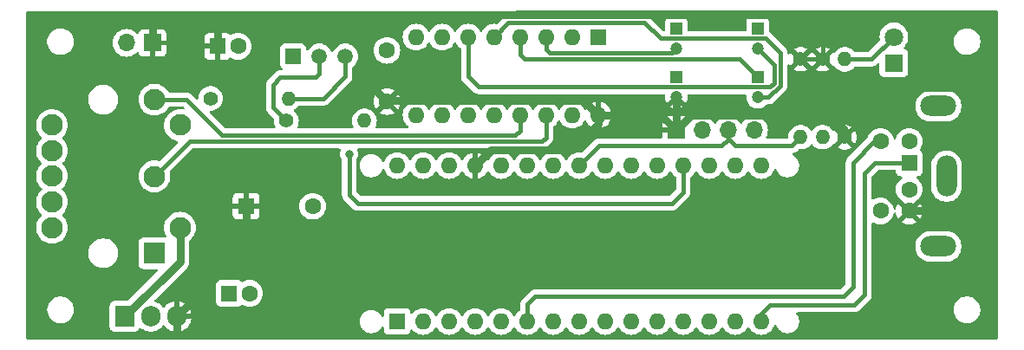
<source format=gbr>
%TF.GenerationSoftware,KiCad,Pcbnew,8.0.1*%
%TF.CreationDate,2024-05-12T20:31:28+01:00*%
%TF.ProjectId,TIMPS2Key,54494d50-5332-44b6-9579-2e6b69636164,rev?*%
%TF.SameCoordinates,Original*%
%TF.FileFunction,Copper,L1,Top*%
%TF.FilePolarity,Positive*%
%FSLAX46Y46*%
G04 Gerber Fmt 4.6, Leading zero omitted, Abs format (unit mm)*
G04 Created by KiCad (PCBNEW 8.0.1) date 2024-05-12 20:31:28*
%MOMM*%
%LPD*%
G01*
G04 APERTURE LIST*
%TA.AperFunction,ComponentPad*%
%ADD10R,1.200000X1.200000*%
%TD*%
%TA.AperFunction,ComponentPad*%
%ADD11C,1.200000*%
%TD*%
%TA.AperFunction,ComponentPad*%
%ADD12R,2.100000X2.100000*%
%TD*%
%TA.AperFunction,ComponentPad*%
%ADD13C,2.100000*%
%TD*%
%TA.AperFunction,ComponentPad*%
%ADD14R,1.600000X1.600000*%
%TD*%
%TA.AperFunction,ComponentPad*%
%ADD15C,1.600000*%
%TD*%
%TA.AperFunction,ComponentPad*%
%ADD16O,3.500000X2.000000*%
%TD*%
%TA.AperFunction,ComponentPad*%
%ADD17O,2.000000X4.000000*%
%TD*%
%TA.AperFunction,ComponentPad*%
%ADD18C,1.400000*%
%TD*%
%TA.AperFunction,ComponentPad*%
%ADD19O,1.400000X1.400000*%
%TD*%
%TA.AperFunction,ComponentPad*%
%ADD20R,1.700000X1.700000*%
%TD*%
%TA.AperFunction,ComponentPad*%
%ADD21O,1.700000X1.700000*%
%TD*%
%TA.AperFunction,ComponentPad*%
%ADD22R,1.800000X1.800000*%
%TD*%
%TA.AperFunction,ComponentPad*%
%ADD23C,1.800000*%
%TD*%
%TA.AperFunction,ComponentPad*%
%ADD24R,1.500000X1.500000*%
%TD*%
%TA.AperFunction,ComponentPad*%
%ADD25C,1.500000*%
%TD*%
%TA.AperFunction,ComponentPad*%
%ADD26O,1.600000X1.600000*%
%TD*%
%TA.AperFunction,ComponentPad*%
%ADD27R,1.905000X2.000000*%
%TD*%
%TA.AperFunction,ComponentPad*%
%ADD28O,1.905000X2.000000*%
%TD*%
%TA.AperFunction,ViaPad*%
%ADD29C,0.800000*%
%TD*%
%TA.AperFunction,Conductor*%
%ADD30C,0.800000*%
%TD*%
%TA.AperFunction,Conductor*%
%ADD31C,0.400000*%
%TD*%
G04 APERTURE END LIST*
D10*
%TO.P,C8,1*%
%TO.N,Net-(U2-C2+)*%
X152100000Y-53240000D03*
D11*
%TO.P,C8,2*%
%TO.N,Net-(U2-C2-)*%
X152100000Y-55240000D03*
%TD*%
D12*
%TO.P,J1,1*%
%TO.N,GND*%
X93200000Y-70480000D03*
D13*
%TO.P,J1,2*%
%TO.N,S_TX*%
X93200000Y-62975000D03*
%TO.P,J1,3*%
%TO.N,S_RX*%
X93200000Y-55470000D03*
%TO.P,J1,4*%
%TO.N,+12V*%
X95690000Y-67980000D03*
%TO.P,J1,5*%
X95690000Y-57970000D03*
%TO.P,J1,G*%
%TO.N,GND*%
X83193200Y-67980000D03*
X83193200Y-65475000D03*
X83193200Y-62924200D03*
X83193200Y-60475000D03*
X83193200Y-57970000D03*
%TD*%
D14*
%TO.P,J2,1*%
%TO.N,PS2-DATA*%
X166900000Y-61655000D03*
D15*
%TO.P,J2,2*%
%TO.N,unconnected-(J2-Pad2)*%
X166900000Y-64255000D03*
%TO.P,J2,3*%
%TO.N,GND*%
X166900000Y-59555000D03*
%TO.P,J2,4*%
%TO.N,+5V*%
X166900000Y-66355000D03*
%TO.P,J2,5*%
%TO.N,PS2-CLK*%
X164100000Y-59555000D03*
%TO.P,J2,6*%
%TO.N,unconnected-(J2-Pad6)*%
X164100000Y-66355000D03*
D16*
%TO.P,J2,7*%
%TO.N,GND*%
X169750000Y-69805000D03*
D17*
X170550000Y-62955000D03*
D16*
X169750000Y-56105000D03*
%TD*%
D18*
%TO.P,R2,1*%
%TO.N,GND*%
X98680000Y-55350000D03*
D19*
%TO.P,R2,2*%
%TO.N,Net-(Q1-E)*%
X106300000Y-55350000D03*
%TD*%
D18*
%TO.P,R4,1*%
%TO.N,+5V*%
X158450000Y-51520000D03*
D19*
%TO.P,R4,2*%
%TO.N,N_SCL*%
X158450000Y-59140000D03*
%TD*%
D10*
%TO.P,C7,1*%
%TO.N,Net-(U2-C1+)*%
X144170000Y-48500000D03*
D11*
%TO.P,C7,2*%
%TO.N,Net-(U2-C1-)*%
X144170000Y-50500000D03*
%TD*%
D18*
%TO.P,R5,1*%
%TO.N,+5V*%
X156300000Y-51520000D03*
D19*
%TO.P,R5,2*%
%TO.N,N_SDA*%
X156300000Y-59140000D03*
%TD*%
D20*
%TO.P,J4,1,Pin_1*%
%TO.N,+5V*%
X144130000Y-58450000D03*
D21*
%TO.P,J4,2,Pin_2*%
%TO.N,GND*%
X146670000Y-58450000D03*
%TO.P,J4,3,Pin_3*%
%TO.N,N_SDA*%
X149210000Y-58450000D03*
%TO.P,J4,4,Pin_4*%
%TO.N,N_SCL*%
X151750000Y-58450000D03*
%TD*%
D22*
%TO.P,D1,1,K*%
%TO.N,GND*%
X165400000Y-51880000D03*
D23*
%TO.P,D1,2,A*%
%TO.N,Net-(D1-A)*%
X165400000Y-49340000D03*
%TD*%
D15*
%TO.P,C4,1*%
%TO.N,GND*%
X115900000Y-50660000D03*
%TO.P,C4,2*%
%TO.N,+5V*%
X115900000Y-55660000D03*
%TD*%
D18*
%TO.P,R3,1*%
%TO.N,Net-(Q1-B)*%
X106090000Y-57550000D03*
D19*
%TO.P,R3,2*%
%TO.N,SOUND*%
X113710000Y-57550000D03*
%TD*%
D24*
%TO.P,Q1,1,C*%
%TO.N,Net-(BZ1--)*%
X106750000Y-51250000D03*
D25*
%TO.P,Q1,2,B*%
%TO.N,Net-(Q1-B)*%
X109290000Y-51250000D03*
%TO.P,Q1,3,E*%
%TO.N,Net-(Q1-E)*%
X111830000Y-51250000D03*
%TD*%
D20*
%TO.P,J3,1,Pin_1*%
%TO.N,+5V*%
X93000000Y-49930000D03*
D21*
%TO.P,J3,2,Pin_2*%
%TO.N,GND*%
X90460000Y-49930000D03*
%TD*%
D14*
%TO.P,BZ1,1,+*%
%TO.N,+5V*%
X102150000Y-65900000D03*
D15*
%TO.P,BZ1,2,-*%
%TO.N,Net-(BZ1--)*%
X108650000Y-65900000D03*
%TD*%
D14*
%TO.P,U1,1,Pin_1*%
%TO.N,N_TX*%
X116900000Y-77160000D03*
D26*
%TO.P,U1,2,Pin_2*%
%TO.N,N_RX*%
X119440000Y-77160000D03*
%TO.P,U1,3,Pin_3*%
%TO.N,unconnected-(U1-Pin_3-Pad3)*%
X121980000Y-77160000D03*
%TO.P,U1,4,Pin_4*%
%TO.N,GND*%
X124520000Y-77160000D03*
%TO.P,U1,5,Pin_5*%
%TO.N,unconnected-(U1-Pin_5-Pad5)*%
X127060000Y-77160000D03*
%TO.P,U1,6,Pin_6*%
%TO.N,PS2-CLK*%
X129600000Y-77160000D03*
%TO.P,U1,7,Pin_7*%
%TO.N,unconnected-(U1-Pin_7-Pad7)*%
X132140000Y-77160000D03*
%TO.P,U1,8,Pin_8*%
%TO.N,unconnected-(U1-Pin_8-Pad8)*%
X134680000Y-77160000D03*
%TO.P,U1,9,Pin_9*%
%TO.N,unconnected-(U1-Pin_9-Pad9)*%
X137220000Y-77160000D03*
%TO.P,U1,10,Pin_10*%
%TO.N,unconnected-(U1-Pin_10-Pad10)*%
X139760000Y-77160000D03*
%TO.P,U1,11,Pin_11*%
%TO.N,unconnected-(U1-Pin_11-Pad11)*%
X142300000Y-77160000D03*
%TO.P,U1,12,Pin_12*%
%TO.N,unconnected-(U1-Pin_12-Pad12)*%
X144840000Y-77160000D03*
%TO.P,U1,13,Pin_13*%
%TO.N,unconnected-(U1-Pin_13-Pad13)*%
X147380000Y-77160000D03*
%TO.P,U1,14,Pin_14*%
%TO.N,unconnected-(U1-Pin_14-Pad14)*%
X149920000Y-77160000D03*
%TO.P,U1,15,Pin_15*%
%TO.N,PS2-DATA*%
X152460000Y-77160000D03*
%TO.P,U1,16,Pin_16*%
%TO.N,unconnected-(U1-Pin_16-Pad16)*%
X152460000Y-61920000D03*
%TO.P,U1,17,Pin_17*%
%TO.N,unconnected-(U1-Pin_17-Pad17)*%
X149920000Y-61920000D03*
%TO.P,U1,18,Pin_18*%
%TO.N,unconnected-(U1-Pin_18-Pad18)*%
X147380000Y-61920000D03*
%TO.P,U1,19,Pin_19*%
%TO.N,SOUND*%
X144840000Y-61920000D03*
%TO.P,U1,20,Pin_20*%
%TO.N,unconnected-(U1-Pin_20-Pad20)*%
X142300000Y-61920000D03*
%TO.P,U1,21,Pin_21*%
%TO.N,unconnected-(U1-Pin_21-Pad21)*%
X139760000Y-61920000D03*
%TO.P,U1,22,Pin_22*%
%TO.N,unconnected-(U1-Pin_22-Pad22)*%
X137220000Y-61920000D03*
%TO.P,U1,23,Pin_23*%
%TO.N,N_SDA*%
X134680000Y-61920000D03*
%TO.P,U1,24,Pin_24*%
%TO.N,N_SCL*%
X132140000Y-61920000D03*
%TO.P,U1,25,Pin_25*%
%TO.N,unconnected-(U1-Pin_25-Pad25)*%
X129600000Y-61920000D03*
%TO.P,U1,26,Pin_26*%
%TO.N,unconnected-(U1-Pin_26-Pad26)*%
X127060000Y-61920000D03*
%TO.P,U1,27,Pin_27*%
%TO.N,+5V*%
X124520000Y-61920000D03*
%TO.P,U1,28,Pin_28*%
%TO.N,unconnected-(U1-Pin_28-Pad28)*%
X121980000Y-61920000D03*
%TO.P,U1,29,Pin_29*%
%TO.N,GND*%
X119440000Y-61920000D03*
%TO.P,U1,30,Pin_30*%
%TO.N,unconnected-(U1-Pin_30-Pad30)*%
X116900000Y-61920000D03*
%TD*%
D14*
%TO.P,C1,1*%
%TO.N,+5V*%
X99370000Y-50260000D03*
D15*
%TO.P,C1,2*%
%TO.N,GND*%
X101370000Y-50260000D03*
%TD*%
D27*
%TO.P,U3,1,VI*%
%TO.N,+12V*%
X90280000Y-76650000D03*
D28*
%TO.P,U3,2,GND*%
%TO.N,GND*%
X92820000Y-76650000D03*
%TO.P,U3,3,VO*%
%TO.N,+5V*%
X95360000Y-76650000D03*
%TD*%
D10*
%TO.P,C5,1*%
%TO.N,Net-(U2-VS+)*%
X144170000Y-53240000D03*
D11*
%TO.P,C5,2*%
%TO.N,+5V*%
X144170000Y-55240000D03*
%TD*%
D14*
%TO.P,C3,1*%
%TO.N,+12V*%
X100500000Y-74400000D03*
D15*
%TO.P,C3,2*%
%TO.N,GND*%
X102500000Y-74400000D03*
%TD*%
D14*
%TO.P,U2,1,C1+*%
%TO.N,Net-(U2-C1+)*%
X136520000Y-49360000D03*
D26*
%TO.P,U2,2,VS+*%
%TO.N,Net-(U2-VS+)*%
X133980000Y-49360000D03*
%TO.P,U2,3,C1-*%
%TO.N,Net-(U2-C1-)*%
X131440000Y-49360000D03*
%TO.P,U2,4,C2+*%
%TO.N,Net-(U2-C2+)*%
X128900000Y-49360000D03*
%TO.P,U2,5,C2-*%
%TO.N,Net-(U2-C2-)*%
X126360000Y-49360000D03*
%TO.P,U2,6,VS-*%
%TO.N,Net-(U2-VS-)*%
X123820000Y-49360000D03*
%TO.P,U2,7,T2OUT*%
%TO.N,unconnected-(U2-T2OUT-Pad7)*%
X121280000Y-49360000D03*
%TO.P,U2,8,R2IN*%
%TO.N,GND*%
X118740000Y-49360000D03*
%TO.P,U2,9,R2OUT*%
%TO.N,unconnected-(U2-R2OUT-Pad9)*%
X118740000Y-56980000D03*
%TO.P,U2,10,T2IN*%
%TO.N,GND*%
X121280000Y-56980000D03*
%TO.P,U2,11,T1IN*%
%TO.N,N_TX*%
X123820000Y-56980000D03*
%TO.P,U2,12,R1OUT*%
%TO.N,N_RX*%
X126360000Y-56980000D03*
%TO.P,U2,13,R1IN*%
%TO.N,S_RX*%
X128900000Y-56980000D03*
%TO.P,U2,14,T1OUT*%
%TO.N,S_TX*%
X131440000Y-56980000D03*
%TO.P,U2,15,GND*%
%TO.N,GND*%
X133980000Y-56980000D03*
%TO.P,U2,16,VCC*%
%TO.N,+5V*%
X136520000Y-56980000D03*
%TD*%
D10*
%TO.P,C6,1*%
%TO.N,GND*%
X152100000Y-48500000D03*
D11*
%TO.P,C6,2*%
%TO.N,Net-(U2-VS-)*%
X152100000Y-50500000D03*
%TD*%
D18*
%TO.P,R1,1*%
%TO.N,+5V*%
X160600000Y-59150000D03*
D19*
%TO.P,R1,2*%
%TO.N,Net-(D1-A)*%
X160600000Y-51530000D03*
%TD*%
D29*
%TO.N,SOUND*%
X112200000Y-60800000D03*
%TD*%
D30*
%TO.N,+5V*%
X115900000Y-55660000D02*
X113750000Y-53510000D01*
D31*
X158450000Y-47250000D02*
X158350000Y-47150000D01*
D30*
X142660000Y-56980000D02*
X144130000Y-58450000D01*
X175140000Y-65710000D02*
X174495000Y-66355000D01*
X162600000Y-54250000D02*
X175140000Y-54250000D01*
X145580000Y-57000000D02*
X159140000Y-57000000D01*
X99370000Y-47220000D02*
X99300000Y-47150000D01*
X115980000Y-55580000D02*
X115900000Y-55660000D01*
X81100000Y-78530000D02*
X81100000Y-47150000D01*
X136520000Y-56980000D02*
X136520000Y-57830000D01*
X133950000Y-60400000D02*
X126040000Y-60400000D01*
X93100000Y-47150000D02*
X99300000Y-47150000D01*
X175140000Y-54250000D02*
X175140000Y-65710000D01*
X113750000Y-47150000D02*
X158350000Y-47150000D01*
X174495000Y-66355000D02*
X166900000Y-66355000D01*
X175140000Y-47150000D02*
X175140000Y-54250000D01*
X99370000Y-50260000D02*
X99370000Y-47220000D01*
X102150000Y-69860000D02*
X102150000Y-65900000D01*
X95360000Y-78450000D02*
X95280000Y-78530000D01*
X136520000Y-56980000D02*
X135120000Y-55580000D01*
X136520000Y-57830000D02*
X133950000Y-60400000D01*
X126040000Y-60400000D02*
X124520000Y-61920000D01*
X135120000Y-55580000D02*
X115980000Y-55580000D01*
X95280000Y-78530000D02*
X81100000Y-78530000D01*
X136520000Y-56980000D02*
X142660000Y-56980000D01*
X81100000Y-47150000D02*
X93100000Y-47150000D01*
X158350000Y-47150000D02*
X175140000Y-47150000D01*
D31*
X158450000Y-51520000D02*
X158450000Y-47250000D01*
D30*
X95360000Y-76650000D02*
X95360000Y-78450000D01*
X93000000Y-49930000D02*
X93000000Y-47250000D01*
D31*
X156300000Y-51520000D02*
X158450000Y-51520000D01*
D30*
X159140000Y-57000000D02*
X160600000Y-58460000D01*
X99300000Y-47150000D02*
X113750000Y-47150000D01*
X95360000Y-76650000D02*
X102150000Y-69860000D01*
X144170000Y-58410000D02*
X144130000Y-58450000D01*
X144170000Y-55240000D02*
X144170000Y-58410000D01*
X113750000Y-53510000D02*
X113750000Y-47150000D01*
X93000000Y-47250000D02*
X93100000Y-47150000D01*
X144130000Y-58450000D02*
X145580000Y-57000000D01*
%TO.N,+12V*%
X90330000Y-76650000D02*
X90280000Y-76650000D01*
X95690000Y-67980000D02*
X95690000Y-71290000D01*
X95690000Y-71290000D02*
X90330000Y-76650000D01*
D31*
%TO.N,Net-(U2-VS-)*%
X153700000Y-53850000D02*
X153700000Y-52100000D01*
X123820000Y-49360000D02*
X123820000Y-53170000D01*
X124890000Y-54240000D02*
X153310000Y-54240000D01*
X153700000Y-52100000D02*
X152100000Y-50500000D01*
X153310000Y-54240000D02*
X153700000Y-53850000D01*
X123820000Y-53170000D02*
X124890000Y-54240000D01*
%TO.N,Net-(U2-C1-)*%
X131440000Y-50540000D02*
X131800000Y-50900000D01*
X131800000Y-50900000D02*
X143770000Y-50900000D01*
X143770000Y-50900000D02*
X144170000Y-50500000D01*
X131440000Y-49360000D02*
X131440000Y-50540000D01*
%TO.N,Net-(U2-C2+)*%
X152100000Y-53240000D02*
X150360000Y-51500000D01*
X128900000Y-51100000D02*
X128900000Y-49360000D01*
X150360000Y-51500000D02*
X129300000Y-51500000D01*
X129300000Y-51500000D02*
X128900000Y-51100000D01*
%TO.N,Net-(U2-C2-)*%
X154300000Y-50900000D02*
X152900000Y-49500000D01*
X154300000Y-54098528D02*
X154300000Y-50900000D01*
X142600000Y-49500000D02*
X141050000Y-47950000D01*
X153158528Y-55240000D02*
X154300000Y-54098528D01*
X152100000Y-55240000D02*
X153158528Y-55240000D01*
X152900000Y-49500000D02*
X142600000Y-49500000D01*
X127770000Y-47950000D02*
X126360000Y-49360000D01*
X141050000Y-47950000D02*
X127770000Y-47950000D01*
%TO.N,Net-(D1-A)*%
X160600000Y-51530000D02*
X163210000Y-51530000D01*
X163210000Y-51530000D02*
X165400000Y-49340000D01*
%TO.N,S_TX*%
X131440000Y-59160000D02*
X131440000Y-56980000D01*
X96625000Y-59550000D02*
X131050000Y-59550000D01*
X93200000Y-62975000D02*
X96625000Y-59550000D01*
X131050000Y-59550000D02*
X131440000Y-59160000D01*
%TO.N,S_RX*%
X96320000Y-55470000D02*
X99800000Y-58950000D01*
X128450000Y-58950000D02*
X128900000Y-58500000D01*
X128900000Y-58500000D02*
X128900000Y-56980000D01*
X93200000Y-55470000D02*
X96320000Y-55470000D01*
X99800000Y-58950000D02*
X128450000Y-58950000D01*
%TO.N,PS2-DATA*%
X161500000Y-75550000D02*
X162550000Y-74500000D01*
X153300000Y-75550000D02*
X161500000Y-75550000D01*
X163545000Y-61655000D02*
X166900000Y-61655000D01*
X152460000Y-76390000D02*
X153300000Y-75550000D01*
X162550000Y-62650000D02*
X163545000Y-61655000D01*
X152460000Y-77160000D02*
X152460000Y-76390000D01*
X162550000Y-74500000D02*
X162550000Y-62650000D01*
%TO.N,PS2-CLK*%
X160500000Y-74700000D02*
X161400000Y-73800000D01*
X161400000Y-73800000D02*
X161400000Y-61650000D01*
X130400000Y-74700000D02*
X160500000Y-74700000D01*
X161400000Y-61650000D02*
X163495000Y-59555000D01*
X129600000Y-77160000D02*
X129600000Y-75500000D01*
X129600000Y-75500000D02*
X130400000Y-74700000D01*
X163495000Y-59555000D02*
X164100000Y-59555000D01*
%TO.N,N_SDA*%
X136600000Y-60000000D02*
X148550000Y-60000000D01*
X148550000Y-60000000D02*
X149210000Y-59340000D01*
X149210000Y-58450000D02*
X149210000Y-59310000D01*
X134680000Y-61920000D02*
X136600000Y-60000000D01*
X149210000Y-59310000D02*
X149900000Y-60000000D01*
X149210000Y-59340000D02*
X149210000Y-58450000D01*
X149900000Y-60000000D02*
X155440000Y-60000000D01*
X155440000Y-60000000D02*
X156300000Y-59140000D01*
%TO.N,Net-(Q1-E)*%
X109700000Y-55350000D02*
X111830000Y-53220000D01*
X106300000Y-55350000D02*
X109700000Y-55350000D01*
X111830000Y-53220000D02*
X111830000Y-51250000D01*
%TO.N,Net-(Q1-B)*%
X104800000Y-56260000D02*
X106090000Y-57550000D01*
X104800000Y-54000000D02*
X104800000Y-56260000D01*
X109290000Y-52910000D02*
X108900000Y-53300000D01*
X109290000Y-51250000D02*
X109290000Y-52910000D01*
X105500000Y-53300000D02*
X104800000Y-54000000D01*
X108900000Y-53300000D02*
X105500000Y-53300000D01*
%TO.N,SOUND*%
X144840000Y-64510000D02*
X143750000Y-65600000D01*
X144840000Y-61920000D02*
X144840000Y-64510000D01*
X113050000Y-65600000D02*
X112200000Y-64750000D01*
X112200000Y-64750000D02*
X112200000Y-60800000D01*
X143750000Y-65600000D02*
X113050000Y-65600000D01*
%TO.N,N_RX*%
X119550000Y-77050000D02*
X119440000Y-77160000D01*
%TD*%
%TA.AperFunction,Conductor*%
%TO.N,+5V*%
G36*
X165542540Y-62375185D02*
G01*
X165588295Y-62427989D01*
X165599501Y-62479500D01*
X165599501Y-62502876D01*
X165605908Y-62562483D01*
X165656202Y-62697328D01*
X165656206Y-62697335D01*
X165742452Y-62812544D01*
X165742455Y-62812547D01*
X165857664Y-62898793D01*
X165857671Y-62898797D01*
X165992517Y-62949091D01*
X165992516Y-62949091D01*
X165999444Y-62949835D01*
X166052127Y-62955500D01*
X166095247Y-62955499D01*
X166162284Y-62975182D01*
X166208040Y-63027985D01*
X166217985Y-63097143D01*
X166188962Y-63160700D01*
X166166371Y-63181074D01*
X166060856Y-63254956D01*
X165899954Y-63415858D01*
X165769432Y-63602265D01*
X165769431Y-63602267D01*
X165673261Y-63808502D01*
X165673258Y-63808511D01*
X165614366Y-64028302D01*
X165614364Y-64028313D01*
X165594532Y-64254998D01*
X165594532Y-64255001D01*
X165614364Y-64481686D01*
X165614366Y-64481697D01*
X165673258Y-64701488D01*
X165673261Y-64701497D01*
X165769431Y-64907732D01*
X165769432Y-64907734D01*
X165899954Y-65094141D01*
X166060858Y-65255045D01*
X166060861Y-65255047D01*
X166247266Y-65385568D01*
X166296504Y-65408528D01*
X166296506Y-65408529D01*
X166331783Y-65433230D01*
X166853553Y-65955000D01*
X166847339Y-65955000D01*
X166745606Y-65982259D01*
X166654394Y-66034920D01*
X166579920Y-66109394D01*
X166527259Y-66200606D01*
X166500000Y-66302339D01*
X166500000Y-66308552D01*
X165820974Y-65629526D01*
X165820973Y-65629526D01*
X165769868Y-65702512D01*
X165769866Y-65702516D01*
X165673734Y-65908673D01*
X165673731Y-65908680D01*
X165620033Y-66109084D01*
X165583668Y-66168744D01*
X165520821Y-66199273D01*
X165451445Y-66190978D01*
X165397567Y-66146493D01*
X165380484Y-66109086D01*
X165326739Y-65908504D01*
X165230568Y-65702266D01*
X165100047Y-65515861D01*
X165100045Y-65515858D01*
X164939141Y-65354954D01*
X164752734Y-65224432D01*
X164752732Y-65224431D01*
X164546497Y-65128261D01*
X164546488Y-65128258D01*
X164326697Y-65069366D01*
X164326693Y-65069365D01*
X164326692Y-65069365D01*
X164326691Y-65069364D01*
X164326686Y-65069364D01*
X164100002Y-65049532D01*
X164099998Y-65049532D01*
X163873313Y-65069364D01*
X163873302Y-65069366D01*
X163653511Y-65128258D01*
X163653502Y-65128261D01*
X163447267Y-65224431D01*
X163447266Y-65224432D01*
X163445614Y-65225589D01*
X163444770Y-65225873D01*
X163442580Y-65227138D01*
X163442325Y-65226697D01*
X163379406Y-65247910D01*
X163311640Y-65230893D01*
X163263832Y-65179940D01*
X163250500Y-65124007D01*
X163250500Y-62991518D01*
X163270185Y-62924479D01*
X163286819Y-62903837D01*
X163798837Y-62391819D01*
X163860160Y-62358334D01*
X163886518Y-62355500D01*
X165475501Y-62355500D01*
X165542540Y-62375185D01*
G37*
%TD.AperFunction*%
%TA.AperFunction,Conductor*%
G36*
X175482984Y-46769714D02*
G01*
X175528767Y-46822494D01*
X175540000Y-46874065D01*
X175540000Y-78806000D01*
X175520315Y-78873039D01*
X175467511Y-78918794D01*
X175416000Y-78930000D01*
X80824000Y-78930000D01*
X80756961Y-78910315D01*
X80711206Y-78857511D01*
X80700000Y-78806000D01*
X80700000Y-77697870D01*
X88827000Y-77697870D01*
X88827001Y-77697876D01*
X88833408Y-77757483D01*
X88883702Y-77892328D01*
X88883706Y-77892335D01*
X88969952Y-78007544D01*
X88969955Y-78007547D01*
X89085164Y-78093793D01*
X89085171Y-78093797D01*
X89220017Y-78144091D01*
X89220016Y-78144091D01*
X89226944Y-78144835D01*
X89279627Y-78150500D01*
X91280372Y-78150499D01*
X91339983Y-78144091D01*
X91474831Y-78093796D01*
X91590046Y-78007546D01*
X91676296Y-77892331D01*
X91686690Y-77864460D01*
X91728560Y-77808527D01*
X91794023Y-77784108D01*
X91862297Y-77798958D01*
X91875746Y-77807465D01*
X92058462Y-77940217D01*
X92234524Y-78029925D01*
X92262244Y-78044049D01*
X92479751Y-78114721D01*
X92479752Y-78114721D01*
X92479755Y-78114722D01*
X92705646Y-78150500D01*
X92705647Y-78150500D01*
X92934353Y-78150500D01*
X92934354Y-78150500D01*
X93160245Y-78114722D01*
X93160248Y-78114721D01*
X93160249Y-78114721D01*
X93377755Y-78044049D01*
X93377755Y-78044048D01*
X93377758Y-78044048D01*
X93581538Y-77940217D01*
X93766566Y-77805786D01*
X93928286Y-77644066D01*
X93989992Y-77559134D01*
X94045319Y-77516470D01*
X94114932Y-77510491D01*
X94176727Y-77543096D01*
X94190626Y-77559135D01*
X94252097Y-77643741D01*
X94252097Y-77643742D01*
X94413757Y-77805402D01*
X94598723Y-77939788D01*
X94802429Y-78043582D01*
X95019871Y-78114234D01*
X95110000Y-78128509D01*
X95110000Y-77140747D01*
X95147708Y-77162518D01*
X95287591Y-77200000D01*
X95432409Y-77200000D01*
X95572292Y-77162518D01*
X95610000Y-77140747D01*
X95610000Y-78128508D01*
X95700128Y-78114234D01*
X95917570Y-78043582D01*
X96121276Y-77939788D01*
X96306242Y-77805402D01*
X96467902Y-77643742D01*
X96602288Y-77458776D01*
X96706082Y-77255070D01*
X96707808Y-77249759D01*
X113219500Y-77249759D01*
X113229120Y-77310500D01*
X113247583Y-77427069D01*
X113303055Y-77597797D01*
X113332028Y-77654658D01*
X113354046Y-77697872D01*
X113384559Y-77757755D01*
X113490069Y-77902980D01*
X113617019Y-78029930D01*
X113733056Y-78114234D01*
X113762248Y-78135443D01*
X113922200Y-78216943D01*
X113922202Y-78216944D01*
X114007566Y-78244680D01*
X114092932Y-78272417D01*
X114270241Y-78300500D01*
X114270242Y-78300500D01*
X114449758Y-78300500D01*
X114449759Y-78300500D01*
X114627068Y-78272417D01*
X114797800Y-78216943D01*
X114957752Y-78135443D01*
X115039293Y-78076200D01*
X115102980Y-78029930D01*
X115102982Y-78029927D01*
X115102986Y-78029925D01*
X115229925Y-77902986D01*
X115229927Y-77902982D01*
X115229930Y-77902980D01*
X115335442Y-77757753D01*
X115360094Y-77709372D01*
X115365016Y-77699711D01*
X115412989Y-77648917D01*
X115480809Y-77632121D01*
X115546945Y-77654658D01*
X115590397Y-77709372D01*
X115599500Y-77756007D01*
X115599500Y-78007869D01*
X115599501Y-78007876D01*
X115605908Y-78067483D01*
X115656202Y-78202328D01*
X115656206Y-78202335D01*
X115742452Y-78317544D01*
X115742455Y-78317547D01*
X115857664Y-78403793D01*
X115857671Y-78403797D01*
X115992517Y-78454091D01*
X115992516Y-78454091D01*
X115999444Y-78454835D01*
X116052127Y-78460500D01*
X117747872Y-78460499D01*
X117807483Y-78454091D01*
X117942331Y-78403796D01*
X118057546Y-78317546D01*
X118143796Y-78202331D01*
X118194091Y-78067483D01*
X118197862Y-78032401D01*
X118224599Y-77967855D01*
X118281990Y-77928006D01*
X118351816Y-77925511D01*
X118411905Y-77961163D01*
X118422726Y-77974536D01*
X118439956Y-77999143D01*
X118600858Y-78160045D01*
X118600861Y-78160047D01*
X118787266Y-78290568D01*
X118993504Y-78386739D01*
X119213308Y-78445635D01*
X119375230Y-78459801D01*
X119439998Y-78465468D01*
X119440000Y-78465468D01*
X119440002Y-78465468D01*
X119496807Y-78460498D01*
X119666692Y-78445635D01*
X119886496Y-78386739D01*
X120092734Y-78290568D01*
X120279139Y-78160047D01*
X120440047Y-77999139D01*
X120570568Y-77812734D01*
X120597618Y-77754724D01*
X120643790Y-77702285D01*
X120710983Y-77683133D01*
X120777865Y-77703348D01*
X120822381Y-77754724D01*
X120823794Y-77757753D01*
X120849429Y-77812728D01*
X120849432Y-77812734D01*
X120979954Y-77999141D01*
X121140858Y-78160045D01*
X121140861Y-78160047D01*
X121327266Y-78290568D01*
X121533504Y-78386739D01*
X121753308Y-78445635D01*
X121915230Y-78459801D01*
X121979998Y-78465468D01*
X121980000Y-78465468D01*
X121980002Y-78465468D01*
X122036807Y-78460498D01*
X122206692Y-78445635D01*
X122426496Y-78386739D01*
X122632734Y-78290568D01*
X122819139Y-78160047D01*
X122980047Y-77999139D01*
X123110568Y-77812734D01*
X123137618Y-77754724D01*
X123183790Y-77702285D01*
X123250983Y-77683133D01*
X123317865Y-77703348D01*
X123362381Y-77754724D01*
X123363794Y-77757753D01*
X123389429Y-77812728D01*
X123389432Y-77812734D01*
X123519954Y-77999141D01*
X123680858Y-78160045D01*
X123680861Y-78160047D01*
X123867266Y-78290568D01*
X124073504Y-78386739D01*
X124293308Y-78445635D01*
X124455230Y-78459801D01*
X124519998Y-78465468D01*
X124520000Y-78465468D01*
X124520002Y-78465468D01*
X124576807Y-78460498D01*
X124746692Y-78445635D01*
X124966496Y-78386739D01*
X125172734Y-78290568D01*
X125359139Y-78160047D01*
X125520047Y-77999139D01*
X125650568Y-77812734D01*
X125677618Y-77754724D01*
X125723790Y-77702285D01*
X125790983Y-77683133D01*
X125857865Y-77703348D01*
X125902381Y-77754724D01*
X125903794Y-77757753D01*
X125929429Y-77812728D01*
X125929432Y-77812734D01*
X126059954Y-77999141D01*
X126220858Y-78160045D01*
X126220861Y-78160047D01*
X126407266Y-78290568D01*
X126613504Y-78386739D01*
X126833308Y-78445635D01*
X126995230Y-78459801D01*
X127059998Y-78465468D01*
X127060000Y-78465468D01*
X127060002Y-78465468D01*
X127116807Y-78460498D01*
X127286692Y-78445635D01*
X127506496Y-78386739D01*
X127712734Y-78290568D01*
X127899139Y-78160047D01*
X128060047Y-77999139D01*
X128190568Y-77812734D01*
X128217618Y-77754724D01*
X128263790Y-77702285D01*
X128330983Y-77683133D01*
X128397865Y-77703348D01*
X128442381Y-77754724D01*
X128443794Y-77757753D01*
X128469429Y-77812728D01*
X128469432Y-77812734D01*
X128599954Y-77999141D01*
X128760858Y-78160045D01*
X128760861Y-78160047D01*
X128947266Y-78290568D01*
X129153504Y-78386739D01*
X129373308Y-78445635D01*
X129535230Y-78459801D01*
X129599998Y-78465468D01*
X129600000Y-78465468D01*
X129600002Y-78465468D01*
X129656807Y-78460498D01*
X129826692Y-78445635D01*
X130046496Y-78386739D01*
X130252734Y-78290568D01*
X130439139Y-78160047D01*
X130600047Y-77999139D01*
X130730568Y-77812734D01*
X130757618Y-77754724D01*
X130803790Y-77702285D01*
X130870983Y-77683133D01*
X130937865Y-77703348D01*
X130982381Y-77754724D01*
X130983794Y-77757753D01*
X131009429Y-77812728D01*
X131009432Y-77812734D01*
X131139954Y-77999141D01*
X131300858Y-78160045D01*
X131300861Y-78160047D01*
X131487266Y-78290568D01*
X131693504Y-78386739D01*
X131913308Y-78445635D01*
X132075230Y-78459801D01*
X132139998Y-78465468D01*
X132140000Y-78465468D01*
X132140002Y-78465468D01*
X132196807Y-78460498D01*
X132366692Y-78445635D01*
X132586496Y-78386739D01*
X132792734Y-78290568D01*
X132979139Y-78160047D01*
X133140047Y-77999139D01*
X133270568Y-77812734D01*
X133297618Y-77754724D01*
X133343790Y-77702285D01*
X133410983Y-77683133D01*
X133477865Y-77703348D01*
X133522381Y-77754724D01*
X133523794Y-77757753D01*
X133549429Y-77812728D01*
X133549432Y-77812734D01*
X133679954Y-77999141D01*
X133840858Y-78160045D01*
X133840861Y-78160047D01*
X134027266Y-78290568D01*
X134233504Y-78386739D01*
X134453308Y-78445635D01*
X134615230Y-78459801D01*
X134679998Y-78465468D01*
X134680000Y-78465468D01*
X134680002Y-78465468D01*
X134736807Y-78460498D01*
X134906692Y-78445635D01*
X135126496Y-78386739D01*
X135332734Y-78290568D01*
X135519139Y-78160047D01*
X135680047Y-77999139D01*
X135810568Y-77812734D01*
X135837618Y-77754724D01*
X135883790Y-77702285D01*
X135950983Y-77683133D01*
X136017865Y-77703348D01*
X136062381Y-77754724D01*
X136063794Y-77757753D01*
X136089429Y-77812728D01*
X136089432Y-77812734D01*
X136219954Y-77999141D01*
X136380858Y-78160045D01*
X136380861Y-78160047D01*
X136567266Y-78290568D01*
X136773504Y-78386739D01*
X136993308Y-78445635D01*
X137155230Y-78459801D01*
X137219998Y-78465468D01*
X137220000Y-78465468D01*
X137220002Y-78465468D01*
X137276807Y-78460498D01*
X137446692Y-78445635D01*
X137666496Y-78386739D01*
X137872734Y-78290568D01*
X138059139Y-78160047D01*
X138220047Y-77999139D01*
X138350568Y-77812734D01*
X138377618Y-77754724D01*
X138423790Y-77702285D01*
X138490983Y-77683133D01*
X138557865Y-77703348D01*
X138602381Y-77754724D01*
X138603794Y-77757753D01*
X138629429Y-77812728D01*
X138629432Y-77812734D01*
X138759954Y-77999141D01*
X138920858Y-78160045D01*
X138920861Y-78160047D01*
X139107266Y-78290568D01*
X139313504Y-78386739D01*
X139533308Y-78445635D01*
X139695230Y-78459801D01*
X139759998Y-78465468D01*
X139760000Y-78465468D01*
X139760002Y-78465468D01*
X139816807Y-78460498D01*
X139986692Y-78445635D01*
X140206496Y-78386739D01*
X140412734Y-78290568D01*
X140599139Y-78160047D01*
X140760047Y-77999139D01*
X140890568Y-77812734D01*
X140917618Y-77754724D01*
X140963790Y-77702285D01*
X141030983Y-77683133D01*
X141097865Y-77703348D01*
X141142381Y-77754724D01*
X141143794Y-77757753D01*
X141169429Y-77812728D01*
X141169432Y-77812734D01*
X141299954Y-77999141D01*
X141460858Y-78160045D01*
X141460861Y-78160047D01*
X141647266Y-78290568D01*
X141853504Y-78386739D01*
X142073308Y-78445635D01*
X142235230Y-78459801D01*
X142299998Y-78465468D01*
X142300000Y-78465468D01*
X142300002Y-78465468D01*
X142356807Y-78460498D01*
X142526692Y-78445635D01*
X142746496Y-78386739D01*
X142952734Y-78290568D01*
X143139139Y-78160047D01*
X143300047Y-77999139D01*
X143430568Y-77812734D01*
X143457618Y-77754724D01*
X143503790Y-77702285D01*
X143570983Y-77683133D01*
X143637865Y-77703348D01*
X143682381Y-77754724D01*
X143683794Y-77757753D01*
X143709429Y-77812728D01*
X143709432Y-77812734D01*
X143839954Y-77999141D01*
X144000858Y-78160045D01*
X144000861Y-78160047D01*
X144187266Y-78290568D01*
X144393504Y-78386739D01*
X144613308Y-78445635D01*
X144775230Y-78459801D01*
X144839998Y-78465468D01*
X144840000Y-78465468D01*
X144840002Y-78465468D01*
X144896807Y-78460498D01*
X145066692Y-78445635D01*
X145286496Y-78386739D01*
X145492734Y-78290568D01*
X145679139Y-78160047D01*
X145840047Y-77999139D01*
X145970568Y-77812734D01*
X145997618Y-77754724D01*
X146043790Y-77702285D01*
X146110983Y-77683133D01*
X146177865Y-77703348D01*
X146222381Y-77754724D01*
X146223794Y-77757753D01*
X146249429Y-77812728D01*
X146249432Y-77812734D01*
X146379954Y-77999141D01*
X146540858Y-78160045D01*
X146540861Y-78160047D01*
X146727266Y-78290568D01*
X146933504Y-78386739D01*
X147153308Y-78445635D01*
X147315230Y-78459801D01*
X147379998Y-78465468D01*
X147380000Y-78465468D01*
X147380002Y-78465468D01*
X147436807Y-78460498D01*
X147606692Y-78445635D01*
X147826496Y-78386739D01*
X148032734Y-78290568D01*
X148219139Y-78160047D01*
X148380047Y-77999139D01*
X148510568Y-77812734D01*
X148537618Y-77754724D01*
X148583790Y-77702285D01*
X148650983Y-77683133D01*
X148717865Y-77703348D01*
X148762381Y-77754724D01*
X148763794Y-77757753D01*
X148789429Y-77812728D01*
X148789432Y-77812734D01*
X148919954Y-77999141D01*
X149080858Y-78160045D01*
X149080861Y-78160047D01*
X149267266Y-78290568D01*
X149473504Y-78386739D01*
X149693308Y-78445635D01*
X149855230Y-78459801D01*
X149919998Y-78465468D01*
X149920000Y-78465468D01*
X149920002Y-78465468D01*
X149976807Y-78460498D01*
X150146692Y-78445635D01*
X150366496Y-78386739D01*
X150572734Y-78290568D01*
X150759139Y-78160047D01*
X150920047Y-77999139D01*
X151050568Y-77812734D01*
X151077618Y-77754724D01*
X151123790Y-77702285D01*
X151190983Y-77683133D01*
X151257865Y-77703348D01*
X151302381Y-77754724D01*
X151303794Y-77757753D01*
X151329429Y-77812728D01*
X151329432Y-77812734D01*
X151459954Y-77999141D01*
X151620858Y-78160045D01*
X151620861Y-78160047D01*
X151807266Y-78290568D01*
X152013504Y-78386739D01*
X152233308Y-78445635D01*
X152395230Y-78459801D01*
X152459998Y-78465468D01*
X152460000Y-78465468D01*
X152460002Y-78465468D01*
X152516807Y-78460498D01*
X152686692Y-78445635D01*
X152906496Y-78386739D01*
X153112734Y-78290568D01*
X153299139Y-78160047D01*
X153460047Y-77999139D01*
X153590568Y-77812734D01*
X153686739Y-77606496D01*
X153695513Y-77573751D01*
X153731877Y-77514090D01*
X153794723Y-77483560D01*
X153864099Y-77491854D01*
X153917977Y-77536338D01*
X153933219Y-77567524D01*
X153943056Y-77597797D01*
X153943057Y-77597800D01*
X153994046Y-77697872D01*
X154024559Y-77757755D01*
X154130069Y-77902980D01*
X154257019Y-78029930D01*
X154373056Y-78114234D01*
X154402248Y-78135443D01*
X154562200Y-78216943D01*
X154562202Y-78216944D01*
X154647566Y-78244680D01*
X154732932Y-78272417D01*
X154910241Y-78300500D01*
X154910242Y-78300500D01*
X155089758Y-78300500D01*
X155089759Y-78300500D01*
X155267068Y-78272417D01*
X155437800Y-78216943D01*
X155597752Y-78135443D01*
X155679293Y-78076200D01*
X155742980Y-78029930D01*
X155742982Y-78029927D01*
X155742986Y-78029925D01*
X155869925Y-77902986D01*
X155869927Y-77902982D01*
X155869930Y-77902980D01*
X155940544Y-77805786D01*
X155975443Y-77757752D01*
X156056943Y-77597800D01*
X156112417Y-77427068D01*
X156140500Y-77249759D01*
X156140500Y-77070241D01*
X156112417Y-76892932D01*
X156075134Y-76778187D01*
X156056944Y-76722202D01*
X155975443Y-76562248D01*
X155891991Y-76447385D01*
X155868512Y-76381578D01*
X155884338Y-76313524D01*
X155934444Y-76264830D01*
X155992310Y-76250500D01*
X161568996Y-76250500D01*
X161660040Y-76232389D01*
X161704328Y-76223580D01*
X161768069Y-76197177D01*
X161831807Y-76170777D01*
X161831808Y-76170776D01*
X161831811Y-76170775D01*
X161919248Y-76112352D01*
X171249500Y-76112352D01*
X171253480Y-76137482D01*
X171281522Y-76314534D01*
X171344781Y-76509223D01*
X171406846Y-76631030D01*
X171430159Y-76676785D01*
X171437715Y-76691613D01*
X171558028Y-76857213D01*
X171702786Y-77001971D01*
X171857749Y-77114556D01*
X171868390Y-77122287D01*
X171947348Y-77162518D01*
X172050776Y-77215218D01*
X172050778Y-77215218D01*
X172050781Y-77215220D01*
X172155137Y-77249127D01*
X172245465Y-77278477D01*
X172346557Y-77294488D01*
X172447648Y-77310500D01*
X172447649Y-77310500D01*
X172652351Y-77310500D01*
X172652352Y-77310500D01*
X172854534Y-77278477D01*
X173049219Y-77215220D01*
X173231610Y-77122287D01*
X173348134Y-77037628D01*
X173397213Y-77001971D01*
X173397215Y-77001968D01*
X173397219Y-77001966D01*
X173541966Y-76857219D01*
X173541968Y-76857215D01*
X173541971Y-76857213D01*
X173611777Y-76761131D01*
X173662287Y-76691610D01*
X173755220Y-76509219D01*
X173818477Y-76314534D01*
X173850500Y-76112352D01*
X173850500Y-75907648D01*
X173826624Y-75756902D01*
X173818477Y-75705465D01*
X173784900Y-75602127D01*
X173755220Y-75510781D01*
X173755218Y-75510778D01*
X173755218Y-75510776D01*
X173714573Y-75431007D01*
X173662287Y-75328390D01*
X173636177Y-75292452D01*
X173541971Y-75162786D01*
X173397213Y-75018028D01*
X173231613Y-74897715D01*
X173231612Y-74897714D01*
X173231610Y-74897713D01*
X173174653Y-74868691D01*
X173049223Y-74804781D01*
X172854534Y-74741522D01*
X172679995Y-74713878D01*
X172652352Y-74709500D01*
X172447648Y-74709500D01*
X172423329Y-74713351D01*
X172245465Y-74741522D01*
X172050776Y-74804781D01*
X171868386Y-74897715D01*
X171702786Y-75018028D01*
X171558028Y-75162786D01*
X171437715Y-75328386D01*
X171344781Y-75510776D01*
X171281522Y-75705465D01*
X171254771Y-75874366D01*
X171249500Y-75907648D01*
X171249500Y-76112352D01*
X161919248Y-76112352D01*
X161946543Y-76094114D01*
X163094114Y-74946543D01*
X163170775Y-74831811D01*
X163223580Y-74704329D01*
X163231867Y-74662666D01*
X163250500Y-74568993D01*
X163250500Y-69923097D01*
X167499500Y-69923097D01*
X167536446Y-70156368D01*
X167609433Y-70380996D01*
X167716657Y-70591433D01*
X167855483Y-70782510D01*
X168022490Y-70949517D01*
X168213567Y-71088343D01*
X168312991Y-71139002D01*
X168424003Y-71195566D01*
X168424005Y-71195566D01*
X168424008Y-71195568D01*
X168544412Y-71234689D01*
X168648631Y-71268553D01*
X168881903Y-71305500D01*
X168881908Y-71305500D01*
X170618097Y-71305500D01*
X170851368Y-71268553D01*
X171075992Y-71195568D01*
X171286433Y-71088343D01*
X171477510Y-70949517D01*
X171644517Y-70782510D01*
X171783343Y-70591433D01*
X171890568Y-70380992D01*
X171963553Y-70156368D01*
X171965906Y-70141509D01*
X172000500Y-69923097D01*
X172000500Y-69686902D01*
X171963553Y-69453631D01*
X171896297Y-69246641D01*
X171890568Y-69229008D01*
X171890566Y-69229005D01*
X171890566Y-69229003D01*
X171791461Y-69034500D01*
X171783343Y-69018567D01*
X171644517Y-68827490D01*
X171477510Y-68660483D01*
X171286433Y-68521657D01*
X171075996Y-68414433D01*
X170851368Y-68341446D01*
X170618097Y-68304500D01*
X170618092Y-68304500D01*
X168881908Y-68304500D01*
X168881903Y-68304500D01*
X168648631Y-68341446D01*
X168424003Y-68414433D01*
X168213566Y-68521657D01*
X168104550Y-68600862D01*
X168022490Y-68660483D01*
X168022488Y-68660485D01*
X168022487Y-68660485D01*
X167855485Y-68827487D01*
X167855485Y-68827488D01*
X167855483Y-68827490D01*
X167795862Y-68909550D01*
X167716657Y-69018566D01*
X167609433Y-69229003D01*
X167536446Y-69453631D01*
X167499500Y-69686902D01*
X167499500Y-69923097D01*
X163250500Y-69923097D01*
X163250500Y-67585992D01*
X163270185Y-67518953D01*
X163322989Y-67473198D01*
X163392147Y-67463254D01*
X163442415Y-67483147D01*
X163442580Y-67482862D01*
X163444512Y-67483977D01*
X163445621Y-67484416D01*
X163447266Y-67485568D01*
X163653504Y-67581739D01*
X163873308Y-67640635D01*
X164035230Y-67654801D01*
X164099998Y-67660468D01*
X164100000Y-67660468D01*
X164100002Y-67660468D01*
X164156673Y-67655509D01*
X164326692Y-67640635D01*
X164546496Y-67581739D01*
X164752734Y-67485568D01*
X164939139Y-67355047D01*
X165100047Y-67194139D01*
X165230568Y-67007734D01*
X165326739Y-66801496D01*
X165380484Y-66600913D01*
X165416847Y-66541256D01*
X165479694Y-66510726D01*
X165549070Y-66519020D01*
X165602948Y-66563505D01*
X165620033Y-66600915D01*
X165673731Y-66801320D01*
X165673735Y-66801331D01*
X165769863Y-67007478D01*
X165820974Y-67080472D01*
X166500000Y-66401446D01*
X166500000Y-66407661D01*
X166527259Y-66509394D01*
X166579920Y-66600606D01*
X166654394Y-66675080D01*
X166745606Y-66727741D01*
X166847339Y-66755000D01*
X166853553Y-66755000D01*
X166174526Y-67434025D01*
X166247513Y-67485132D01*
X166247521Y-67485136D01*
X166453668Y-67581264D01*
X166453682Y-67581269D01*
X166673389Y-67640139D01*
X166673400Y-67640141D01*
X166899998Y-67659966D01*
X166900002Y-67659966D01*
X167126599Y-67640141D01*
X167126610Y-67640139D01*
X167346317Y-67581269D01*
X167346331Y-67581264D01*
X167552478Y-67485136D01*
X167625471Y-67434024D01*
X166946447Y-66755000D01*
X166952661Y-66755000D01*
X167054394Y-66727741D01*
X167145606Y-66675080D01*
X167220080Y-66600606D01*
X167272741Y-66509394D01*
X167300000Y-66407661D01*
X167300000Y-66401447D01*
X167979024Y-67080471D01*
X168030136Y-67007478D01*
X168126264Y-66801331D01*
X168126269Y-66801317D01*
X168185139Y-66581610D01*
X168185141Y-66581599D01*
X168204966Y-66355002D01*
X168204966Y-66354997D01*
X168185141Y-66128400D01*
X168185139Y-66128389D01*
X168126269Y-65908682D01*
X168126264Y-65908668D01*
X168030136Y-65702521D01*
X168030132Y-65702513D01*
X167979025Y-65629526D01*
X167300000Y-66308551D01*
X167300000Y-66302339D01*
X167272741Y-66200606D01*
X167220080Y-66109394D01*
X167145606Y-66034920D01*
X167054394Y-65982259D01*
X166952661Y-65955000D01*
X166946448Y-65955000D01*
X167468215Y-65433230D01*
X167503486Y-65408532D01*
X167552734Y-65385568D01*
X167739139Y-65255047D01*
X167900047Y-65094139D01*
X168030568Y-64907734D01*
X168126739Y-64701496D01*
X168185635Y-64481692D01*
X168205468Y-64255000D01*
X168189554Y-64073097D01*
X169049500Y-64073097D01*
X169086446Y-64306368D01*
X169159433Y-64530996D01*
X169252843Y-64714322D01*
X169266657Y-64741433D01*
X169405483Y-64932510D01*
X169572490Y-65099517D01*
X169763567Y-65238343D01*
X169862991Y-65289002D01*
X169974003Y-65345566D01*
X169974005Y-65345566D01*
X169974008Y-65345568D01*
X170034780Y-65365314D01*
X170198631Y-65418553D01*
X170431903Y-65455500D01*
X170431908Y-65455500D01*
X170668097Y-65455500D01*
X170901368Y-65418553D01*
X171125992Y-65345568D01*
X171336433Y-65238343D01*
X171527510Y-65099517D01*
X171694517Y-64932510D01*
X171833343Y-64741433D01*
X171940568Y-64530992D01*
X172013553Y-64306368D01*
X172027257Y-64219843D01*
X172050500Y-64073097D01*
X172050500Y-61836902D01*
X172013553Y-61603631D01*
X171974099Y-61482205D01*
X171940568Y-61379008D01*
X171940566Y-61379005D01*
X171940566Y-61379003D01*
X171851120Y-61203457D01*
X171833343Y-61168567D01*
X171694517Y-60977490D01*
X171527510Y-60810483D01*
X171336433Y-60671657D01*
X171291564Y-60648795D01*
X171125996Y-60564433D01*
X170901368Y-60491446D01*
X170668097Y-60454500D01*
X170668092Y-60454500D01*
X170431908Y-60454500D01*
X170431903Y-60454500D01*
X170198631Y-60491446D01*
X169974003Y-60564433D01*
X169763566Y-60671657D01*
X169696774Y-60720185D01*
X169572490Y-60810483D01*
X169572488Y-60810485D01*
X169572487Y-60810485D01*
X169405485Y-60977487D01*
X169405485Y-60977488D01*
X169405483Y-60977490D01*
X169352751Y-61050069D01*
X169266657Y-61168566D01*
X169159433Y-61379003D01*
X169086446Y-61603631D01*
X169049500Y-61836902D01*
X169049500Y-64073097D01*
X168189554Y-64073097D01*
X168185635Y-64028308D01*
X168126739Y-63808504D01*
X168030568Y-63602266D01*
X167900047Y-63415861D01*
X167900045Y-63415858D01*
X167739141Y-63254954D01*
X167633628Y-63181074D01*
X167590003Y-63126498D01*
X167582809Y-63056999D01*
X167614331Y-62994644D01*
X167674561Y-62959230D01*
X167704751Y-62955499D01*
X167747871Y-62955499D01*
X167747872Y-62955499D01*
X167807483Y-62949091D01*
X167942331Y-62898796D01*
X168057546Y-62812546D01*
X168143796Y-62697331D01*
X168194091Y-62562483D01*
X168200500Y-62502873D01*
X168200499Y-60807128D01*
X168194091Y-60747517D01*
X168190070Y-60736737D01*
X168143797Y-60612671D01*
X168143793Y-60612664D01*
X168057547Y-60497455D01*
X168057544Y-60497452D01*
X168002913Y-60456555D01*
X167961042Y-60400621D01*
X167956058Y-60330930D01*
X167975647Y-60286169D01*
X168030568Y-60207734D01*
X168126739Y-60001496D01*
X168185635Y-59781692D01*
X168205468Y-59555000D01*
X168203636Y-59534065D01*
X168191033Y-59390012D01*
X168185635Y-59328308D01*
X168137858Y-59150000D01*
X168126741Y-59108511D01*
X168126738Y-59108503D01*
X168030568Y-58902266D01*
X167900047Y-58715861D01*
X167900045Y-58715858D01*
X167739141Y-58554954D01*
X167552734Y-58424432D01*
X167552732Y-58424431D01*
X167346497Y-58328261D01*
X167346488Y-58328258D01*
X167126697Y-58269366D01*
X167126693Y-58269365D01*
X167126692Y-58269365D01*
X167126691Y-58269364D01*
X167126686Y-58269364D01*
X166900002Y-58249532D01*
X166899998Y-58249532D01*
X166673313Y-58269364D01*
X166673302Y-58269366D01*
X166453511Y-58328258D01*
X166453502Y-58328261D01*
X166247267Y-58424431D01*
X166247265Y-58424432D01*
X166060858Y-58554954D01*
X165899954Y-58715858D01*
X165769432Y-58902265D01*
X165769431Y-58902267D01*
X165673261Y-59108502D01*
X165673258Y-59108511D01*
X165619775Y-59308117D01*
X165583410Y-59367778D01*
X165520563Y-59398307D01*
X165451188Y-59390012D01*
X165397310Y-59345527D01*
X165380225Y-59308117D01*
X165326741Y-59108511D01*
X165326738Y-59108503D01*
X165230568Y-58902266D01*
X165100047Y-58715861D01*
X165100045Y-58715858D01*
X164939141Y-58554954D01*
X164752734Y-58424432D01*
X164752732Y-58424431D01*
X164546497Y-58328261D01*
X164546488Y-58328258D01*
X164326697Y-58269366D01*
X164326693Y-58269365D01*
X164326692Y-58269365D01*
X164326691Y-58269364D01*
X164326686Y-58269364D01*
X164100002Y-58249532D01*
X164099998Y-58249532D01*
X163873313Y-58269364D01*
X163873302Y-58269366D01*
X163653511Y-58328258D01*
X163653502Y-58328261D01*
X163447267Y-58424431D01*
X163447265Y-58424432D01*
X163260858Y-58554954D01*
X163099954Y-58715858D01*
X162969432Y-58902265D01*
X162969431Y-58902267D01*
X162873261Y-59108503D01*
X162853463Y-59182387D01*
X162821370Y-59237972D01*
X160855888Y-61203453D01*
X160855887Y-61203454D01*
X160779222Y-61318192D01*
X160726421Y-61445667D01*
X160726418Y-61445679D01*
X160702424Y-61566306D01*
X160702423Y-61566311D01*
X160699500Y-61581002D01*
X160699500Y-73458481D01*
X160679815Y-73525520D01*
X160663181Y-73546162D01*
X160246162Y-73963181D01*
X160184839Y-73996666D01*
X160158481Y-73999500D01*
X130331004Y-73999500D01*
X130195677Y-74026418D01*
X130195667Y-74026421D01*
X130068192Y-74079222D01*
X129953454Y-74155887D01*
X129055887Y-75053454D01*
X128979222Y-75168192D01*
X128926421Y-75295667D01*
X128926418Y-75295677D01*
X128899500Y-75431004D01*
X128899500Y-75998326D01*
X128879815Y-76065365D01*
X128846624Y-76099901D01*
X128760863Y-76159951D01*
X128599951Y-76320862D01*
X128469432Y-76507265D01*
X128469431Y-76507267D01*
X128442382Y-76565275D01*
X128396209Y-76617714D01*
X128329016Y-76636866D01*
X128262135Y-76616650D01*
X128217618Y-76565275D01*
X128217019Y-76563991D01*
X128190568Y-76507266D01*
X128060047Y-76320861D01*
X128060045Y-76320858D01*
X127899141Y-76159954D01*
X127712734Y-76029432D01*
X127712732Y-76029431D01*
X127506497Y-75933261D01*
X127506488Y-75933258D01*
X127286697Y-75874366D01*
X127286693Y-75874365D01*
X127286692Y-75874365D01*
X127286691Y-75874364D01*
X127286686Y-75874364D01*
X127060002Y-75854532D01*
X127059998Y-75854532D01*
X126833313Y-75874364D01*
X126833302Y-75874366D01*
X126613511Y-75933258D01*
X126613502Y-75933261D01*
X126407267Y-76029431D01*
X126407265Y-76029432D01*
X126220858Y-76159954D01*
X126059954Y-76320858D01*
X125929432Y-76507265D01*
X125929431Y-76507267D01*
X125902382Y-76565275D01*
X125856209Y-76617714D01*
X125789016Y-76636866D01*
X125722135Y-76616650D01*
X125677618Y-76565275D01*
X125677019Y-76563991D01*
X125650568Y-76507266D01*
X125520047Y-76320861D01*
X125520045Y-76320858D01*
X125359141Y-76159954D01*
X125172734Y-76029432D01*
X125172732Y-76029431D01*
X124966497Y-75933261D01*
X124966488Y-75933258D01*
X124746697Y-75874366D01*
X124746693Y-75874365D01*
X124746692Y-75874365D01*
X124746691Y-75874364D01*
X124746686Y-75874364D01*
X124520002Y-75854532D01*
X124519998Y-75854532D01*
X124293313Y-75874364D01*
X124293302Y-75874366D01*
X124073511Y-75933258D01*
X124073502Y-75933261D01*
X123867267Y-76029431D01*
X123867265Y-76029432D01*
X123680858Y-76159954D01*
X123519954Y-76320858D01*
X123389432Y-76507265D01*
X123389431Y-76507267D01*
X123362382Y-76565275D01*
X123316209Y-76617714D01*
X123249016Y-76636866D01*
X123182135Y-76616650D01*
X123137618Y-76565275D01*
X123137019Y-76563991D01*
X123110568Y-76507266D01*
X122980047Y-76320861D01*
X122980045Y-76320858D01*
X122819141Y-76159954D01*
X122632734Y-76029432D01*
X122632732Y-76029431D01*
X122426497Y-75933261D01*
X122426488Y-75933258D01*
X122206697Y-75874366D01*
X122206693Y-75874365D01*
X122206692Y-75874365D01*
X122206691Y-75874364D01*
X122206686Y-75874364D01*
X121980002Y-75854532D01*
X121979998Y-75854532D01*
X121753313Y-75874364D01*
X121753302Y-75874366D01*
X121533511Y-75933258D01*
X121533502Y-75933261D01*
X121327267Y-76029431D01*
X121327265Y-76029432D01*
X121140858Y-76159954D01*
X120979954Y-76320858D01*
X120849432Y-76507265D01*
X120849431Y-76507267D01*
X120822382Y-76565275D01*
X120776209Y-76617714D01*
X120709016Y-76636866D01*
X120642135Y-76616650D01*
X120597618Y-76565275D01*
X120597019Y-76563991D01*
X120570568Y-76507266D01*
X120440047Y-76320861D01*
X120440045Y-76320858D01*
X120279141Y-76159954D01*
X120092734Y-76029432D01*
X120092732Y-76029431D01*
X119886497Y-75933261D01*
X119886488Y-75933258D01*
X119666697Y-75874366D01*
X119666693Y-75874365D01*
X119666692Y-75874365D01*
X119666691Y-75874364D01*
X119666686Y-75874364D01*
X119440002Y-75854532D01*
X119439998Y-75854532D01*
X119213313Y-75874364D01*
X119213302Y-75874366D01*
X118993511Y-75933258D01*
X118993502Y-75933261D01*
X118787267Y-76029431D01*
X118787265Y-76029432D01*
X118600858Y-76159954D01*
X118439954Y-76320858D01*
X118422725Y-76345464D01*
X118368147Y-76389088D01*
X118298648Y-76396280D01*
X118236294Y-76364757D01*
X118200882Y-76304526D01*
X118197861Y-76287591D01*
X118194091Y-76252516D01*
X118143797Y-76117671D01*
X118143793Y-76117664D01*
X118057547Y-76002455D01*
X118057544Y-76002452D01*
X117942335Y-75916206D01*
X117942328Y-75916202D01*
X117807482Y-75865908D01*
X117807483Y-75865908D01*
X117747883Y-75859501D01*
X117747881Y-75859500D01*
X117747873Y-75859500D01*
X117747864Y-75859500D01*
X116052129Y-75859500D01*
X116052123Y-75859501D01*
X115992516Y-75865908D01*
X115857671Y-75916202D01*
X115857664Y-75916206D01*
X115742455Y-76002452D01*
X115742452Y-76002455D01*
X115656206Y-76117664D01*
X115656202Y-76117671D01*
X115605908Y-76252517D01*
X115599501Y-76312116D01*
X115599500Y-76312135D01*
X115599500Y-76563991D01*
X115579815Y-76631030D01*
X115527011Y-76676785D01*
X115457853Y-76686729D01*
X115394297Y-76657704D01*
X115365015Y-76620286D01*
X115363162Y-76616650D01*
X115335443Y-76562248D01*
X115328663Y-76552916D01*
X115229930Y-76417019D01*
X115102980Y-76290069D01*
X114957755Y-76184559D01*
X114957754Y-76184558D01*
X114957752Y-76184557D01*
X114865363Y-76137482D01*
X114797797Y-76103055D01*
X114627069Y-76047583D01*
X114512461Y-76029431D01*
X114449759Y-76019500D01*
X114270241Y-76019500D01*
X114211138Y-76028861D01*
X114092930Y-76047583D01*
X113922202Y-76103055D01*
X113762244Y-76184559D01*
X113617019Y-76290069D01*
X113490069Y-76417019D01*
X113384559Y-76562244D01*
X113303055Y-76722202D01*
X113247583Y-76892930D01*
X113241188Y-76933308D01*
X113219500Y-77070241D01*
X113219500Y-77249759D01*
X96707808Y-77249759D01*
X96776734Y-77037628D01*
X96798532Y-76900000D01*
X95850748Y-76900000D01*
X95872518Y-76862292D01*
X95910000Y-76722409D01*
X95910000Y-76577591D01*
X95872518Y-76437708D01*
X95850748Y-76400000D01*
X96798532Y-76400000D01*
X96776734Y-76262371D01*
X96706082Y-76044929D01*
X96602288Y-75841223D01*
X96467902Y-75656257D01*
X96306242Y-75494597D01*
X96121276Y-75360211D01*
X95917568Y-75256417D01*
X95891263Y-75247870D01*
X99199500Y-75247870D01*
X99199501Y-75247876D01*
X99205908Y-75307483D01*
X99256202Y-75442328D01*
X99256206Y-75442335D01*
X99342452Y-75557544D01*
X99342455Y-75557547D01*
X99457664Y-75643793D01*
X99457671Y-75643797D01*
X99592517Y-75694091D01*
X99592516Y-75694091D01*
X99599444Y-75694835D01*
X99652127Y-75700500D01*
X101347872Y-75700499D01*
X101407483Y-75694091D01*
X101542331Y-75643796D01*
X101657546Y-75557546D01*
X101664051Y-75548856D01*
X101719982Y-75506984D01*
X101789673Y-75501997D01*
X101834442Y-75521589D01*
X101847264Y-75530567D01*
X101847266Y-75530568D01*
X102053504Y-75626739D01*
X102273308Y-75685635D01*
X102435230Y-75699801D01*
X102499998Y-75705468D01*
X102500000Y-75705468D01*
X102500002Y-75705468D01*
X102556807Y-75700498D01*
X102726692Y-75685635D01*
X102946496Y-75626739D01*
X103152734Y-75530568D01*
X103339139Y-75400047D01*
X103500047Y-75239139D01*
X103630568Y-75052734D01*
X103726739Y-74846496D01*
X103785635Y-74626692D01*
X103805468Y-74400000D01*
X103785635Y-74173308D01*
X103726739Y-73953504D01*
X103630568Y-73747266D01*
X103500047Y-73560861D01*
X103500045Y-73560858D01*
X103339141Y-73399954D01*
X103152734Y-73269432D01*
X103152732Y-73269431D01*
X102946497Y-73173261D01*
X102946488Y-73173258D01*
X102726697Y-73114366D01*
X102726693Y-73114365D01*
X102726692Y-73114365D01*
X102726691Y-73114364D01*
X102726686Y-73114364D01*
X102500002Y-73094532D01*
X102499998Y-73094532D01*
X102273313Y-73114364D01*
X102273302Y-73114366D01*
X102053511Y-73173258D01*
X102053502Y-73173261D01*
X101847267Y-73269431D01*
X101847262Y-73269434D01*
X101834435Y-73278415D01*
X101768227Y-73300738D01*
X101700461Y-73283722D01*
X101664052Y-73251145D01*
X101657546Y-73242454D01*
X101657545Y-73242453D01*
X101657544Y-73242452D01*
X101542335Y-73156206D01*
X101542328Y-73156202D01*
X101407482Y-73105908D01*
X101407483Y-73105908D01*
X101347883Y-73099501D01*
X101347881Y-73099500D01*
X101347873Y-73099500D01*
X101347864Y-73099500D01*
X99652129Y-73099500D01*
X99652123Y-73099501D01*
X99592516Y-73105908D01*
X99457671Y-73156202D01*
X99457664Y-73156206D01*
X99342455Y-73242452D01*
X99342452Y-73242455D01*
X99256206Y-73357664D01*
X99256202Y-73357671D01*
X99205908Y-73492517D01*
X99199501Y-73552116D01*
X99199500Y-73552135D01*
X99199500Y-75247870D01*
X95891263Y-75247870D01*
X95700124Y-75185765D01*
X95610000Y-75171490D01*
X95610000Y-76159252D01*
X95572292Y-76137482D01*
X95432409Y-76100000D01*
X95287591Y-76100000D01*
X95147708Y-76137482D01*
X95110000Y-76159252D01*
X95110000Y-75171490D01*
X95109999Y-75171490D01*
X95019875Y-75185765D01*
X94802431Y-75256417D01*
X94598723Y-75360211D01*
X94413757Y-75494597D01*
X94252097Y-75656257D01*
X94190627Y-75740864D01*
X94135297Y-75783529D01*
X94065684Y-75789508D01*
X94003889Y-75756902D01*
X93989991Y-75740864D01*
X93928286Y-75655934D01*
X93766566Y-75494214D01*
X93581538Y-75359783D01*
X93377758Y-75255952D01*
X93377757Y-75255951D01*
X93377752Y-75255949D01*
X93377754Y-75255949D01*
X93283234Y-75225239D01*
X93225558Y-75185802D01*
X93198359Y-75121444D01*
X93210273Y-75052597D01*
X93233867Y-75019630D01*
X96389464Y-71864035D01*
X96450739Y-71772331D01*
X96488013Y-71716547D01*
X96488114Y-71716303D01*
X96520762Y-71637484D01*
X96520762Y-71637483D01*
X96555895Y-71552666D01*
X96590500Y-71378691D01*
X96590500Y-71201308D01*
X96590500Y-69307106D01*
X96610185Y-69240067D01*
X96633965Y-69212818D01*
X96789759Y-69079759D01*
X96948259Y-68894179D01*
X97075777Y-68686089D01*
X97169172Y-68460612D01*
X97226146Y-68223302D01*
X97245294Y-67980000D01*
X97226146Y-67736698D01*
X97169172Y-67499388D01*
X97163448Y-67485568D01*
X97075777Y-67273910D01*
X96948262Y-67065826D01*
X96948261Y-67065823D01*
X96898429Y-67007478D01*
X96789759Y-66880241D01*
X96650829Y-66761584D01*
X96634742Y-66747844D01*
X100850000Y-66747844D01*
X100856401Y-66807372D01*
X100856403Y-66807379D01*
X100906645Y-66942086D01*
X100906649Y-66942093D01*
X100992809Y-67057187D01*
X100992812Y-67057190D01*
X101107906Y-67143350D01*
X101107913Y-67143354D01*
X101242620Y-67193596D01*
X101242627Y-67193598D01*
X101302155Y-67199999D01*
X101302172Y-67200000D01*
X101900000Y-67200000D01*
X101900000Y-66333012D01*
X101957007Y-66365925D01*
X102084174Y-66400000D01*
X102215826Y-66400000D01*
X102342993Y-66365925D01*
X102400000Y-66333012D01*
X102400000Y-67200000D01*
X102997828Y-67200000D01*
X102997844Y-67199999D01*
X103057372Y-67193598D01*
X103057379Y-67193596D01*
X103192086Y-67143354D01*
X103192093Y-67143350D01*
X103307187Y-67057190D01*
X103307190Y-67057187D01*
X103393350Y-66942093D01*
X103393354Y-66942086D01*
X103443596Y-66807379D01*
X103443598Y-66807372D01*
X103449999Y-66747844D01*
X103450000Y-66747827D01*
X103450000Y-66150000D01*
X102583012Y-66150000D01*
X102615925Y-66092993D01*
X102650000Y-65965826D01*
X102650000Y-65900001D01*
X107344532Y-65900001D01*
X107364364Y-66126686D01*
X107364366Y-66126697D01*
X107423258Y-66346488D01*
X107423261Y-66346497D01*
X107519431Y-66552732D01*
X107519432Y-66552734D01*
X107649954Y-66739141D01*
X107810858Y-66900045D01*
X107810861Y-66900047D01*
X107997266Y-67030568D01*
X108203504Y-67126739D01*
X108423308Y-67185635D01*
X108585230Y-67199801D01*
X108649998Y-67205468D01*
X108650000Y-67205468D01*
X108650002Y-67205468D01*
X108712511Y-67199999D01*
X108876692Y-67185635D01*
X109096496Y-67126739D01*
X109302734Y-67030568D01*
X109489139Y-66900047D01*
X109650047Y-66739139D01*
X109780568Y-66552734D01*
X109876739Y-66346496D01*
X109935635Y-66126692D01*
X109955468Y-65900000D01*
X109935635Y-65673308D01*
X109876739Y-65453504D01*
X109780568Y-65247266D01*
X109650047Y-65060861D01*
X109650045Y-65060858D01*
X109489141Y-64899954D01*
X109302734Y-64769432D01*
X109302732Y-64769431D01*
X109096497Y-64673261D01*
X109096488Y-64673258D01*
X108876697Y-64614366D01*
X108876693Y-64614365D01*
X108876692Y-64614365D01*
X108876691Y-64614364D01*
X108876686Y-64614364D01*
X108650002Y-64594532D01*
X108649998Y-64594532D01*
X108423313Y-64614364D01*
X108423302Y-64614366D01*
X108203511Y-64673258D01*
X108203502Y-64673261D01*
X107997267Y-64769431D01*
X107997265Y-64769432D01*
X107810858Y-64899954D01*
X107649954Y-65060858D01*
X107519432Y-65247265D01*
X107519431Y-65247267D01*
X107423261Y-65453502D01*
X107423258Y-65453511D01*
X107364366Y-65673302D01*
X107364364Y-65673313D01*
X107344532Y-65899998D01*
X107344532Y-65900001D01*
X102650000Y-65900001D01*
X102650000Y-65834174D01*
X102615925Y-65707007D01*
X102583012Y-65650000D01*
X103450000Y-65650000D01*
X103450000Y-65052172D01*
X103449999Y-65052155D01*
X103443598Y-64992627D01*
X103443596Y-64992620D01*
X103393354Y-64857913D01*
X103393350Y-64857906D01*
X103307190Y-64742812D01*
X103307187Y-64742809D01*
X103192093Y-64656649D01*
X103192086Y-64656645D01*
X103057379Y-64606403D01*
X103057372Y-64606401D01*
X102997844Y-64600000D01*
X102400000Y-64600000D01*
X102400000Y-65466988D01*
X102342993Y-65434075D01*
X102215826Y-65400000D01*
X102084174Y-65400000D01*
X101957007Y-65434075D01*
X101900000Y-65466988D01*
X101900000Y-64600000D01*
X101302155Y-64600000D01*
X101242627Y-64606401D01*
X101242620Y-64606403D01*
X101107913Y-64656645D01*
X101107906Y-64656649D01*
X100992812Y-64742809D01*
X100992809Y-64742812D01*
X100906649Y-64857906D01*
X100906645Y-64857913D01*
X100856403Y-64992620D01*
X100856401Y-64992627D01*
X100850000Y-65052155D01*
X100850000Y-65650000D01*
X101716988Y-65650000D01*
X101684075Y-65707007D01*
X101650000Y-65834174D01*
X101650000Y-65965826D01*
X101684075Y-66092993D01*
X101716988Y-66150000D01*
X100850000Y-66150000D01*
X100850000Y-66747844D01*
X96634742Y-66747844D01*
X96604176Y-66721738D01*
X96604173Y-66721737D01*
X96396089Y-66594222D01*
X96170618Y-66500830D01*
X96170621Y-66500830D01*
X96064992Y-66475470D01*
X95933302Y-66443854D01*
X95933300Y-66443853D01*
X95933297Y-66443853D01*
X95690000Y-66424706D01*
X95446702Y-66443853D01*
X95209380Y-66500830D01*
X94983910Y-66594222D01*
X94775826Y-66721737D01*
X94775823Y-66721738D01*
X94590241Y-66880241D01*
X94431738Y-67065823D01*
X94431737Y-67065826D01*
X94304222Y-67273910D01*
X94210830Y-67499380D01*
X94210828Y-67499387D01*
X94210828Y-67499388D01*
X94190036Y-67585992D01*
X94153853Y-67736702D01*
X94134706Y-67980000D01*
X94153853Y-68223297D01*
X94153853Y-68223300D01*
X94153854Y-68223302D01*
X94199741Y-68414433D01*
X94210830Y-68460619D01*
X94304221Y-68686087D01*
X94337695Y-68740711D01*
X94355939Y-68808156D01*
X94334822Y-68874759D01*
X94281050Y-68919372D01*
X94231967Y-68929500D01*
X92102129Y-68929500D01*
X92102123Y-68929501D01*
X92042516Y-68935908D01*
X91907671Y-68986202D01*
X91907664Y-68986206D01*
X91792455Y-69072452D01*
X91792452Y-69072455D01*
X91706206Y-69187664D01*
X91706202Y-69187671D01*
X91655908Y-69322517D01*
X91649501Y-69382116D01*
X91649500Y-69382135D01*
X91649500Y-71577870D01*
X91649501Y-71577876D01*
X91655908Y-71637483D01*
X91706202Y-71772328D01*
X91706206Y-71772335D01*
X91792452Y-71887544D01*
X91792455Y-71887547D01*
X91907664Y-71973793D01*
X91907671Y-71973797D01*
X92042517Y-72024091D01*
X92042516Y-72024091D01*
X92049444Y-72024835D01*
X92102127Y-72030500D01*
X93376638Y-72030499D01*
X93443677Y-72050184D01*
X93489432Y-72102987D01*
X93499376Y-72172146D01*
X93470351Y-72235702D01*
X93464319Y-72242180D01*
X90593317Y-75113181D01*
X90531994Y-75146666D01*
X90505636Y-75149500D01*
X89279629Y-75149500D01*
X89279623Y-75149501D01*
X89220016Y-75155908D01*
X89085171Y-75206202D01*
X89085164Y-75206206D01*
X88969955Y-75292452D01*
X88969952Y-75292455D01*
X88883706Y-75407664D01*
X88883702Y-75407671D01*
X88833408Y-75542517D01*
X88827001Y-75602116D01*
X88827000Y-75602135D01*
X88827000Y-77697870D01*
X80700000Y-77697870D01*
X80700000Y-76112352D01*
X82729500Y-76112352D01*
X82733480Y-76137482D01*
X82761522Y-76314534D01*
X82824781Y-76509223D01*
X82886846Y-76631030D01*
X82910159Y-76676785D01*
X82917715Y-76691613D01*
X83038028Y-76857213D01*
X83182786Y-77001971D01*
X83337749Y-77114556D01*
X83348390Y-77122287D01*
X83427348Y-77162518D01*
X83530776Y-77215218D01*
X83530778Y-77215218D01*
X83530781Y-77215220D01*
X83635137Y-77249127D01*
X83725465Y-77278477D01*
X83826557Y-77294488D01*
X83927648Y-77310500D01*
X83927649Y-77310500D01*
X84132351Y-77310500D01*
X84132352Y-77310500D01*
X84334534Y-77278477D01*
X84529219Y-77215220D01*
X84711610Y-77122287D01*
X84828134Y-77037628D01*
X84877213Y-77001971D01*
X84877215Y-77001968D01*
X84877219Y-77001966D01*
X85021966Y-76857219D01*
X85021968Y-76857215D01*
X85021971Y-76857213D01*
X85091777Y-76761131D01*
X85142287Y-76691610D01*
X85235220Y-76509219D01*
X85298477Y-76314534D01*
X85330500Y-76112352D01*
X85330500Y-75907648D01*
X85306624Y-75756902D01*
X85298477Y-75705465D01*
X85264900Y-75602127D01*
X85235220Y-75510781D01*
X85235218Y-75510778D01*
X85235218Y-75510776D01*
X85194573Y-75431007D01*
X85142287Y-75328390D01*
X85116177Y-75292452D01*
X85021971Y-75162786D01*
X84877213Y-75018028D01*
X84711613Y-74897715D01*
X84711612Y-74897714D01*
X84711610Y-74897713D01*
X84654653Y-74868691D01*
X84529223Y-74804781D01*
X84334534Y-74741522D01*
X84159995Y-74713878D01*
X84132352Y-74709500D01*
X83927648Y-74709500D01*
X83903329Y-74713351D01*
X83725465Y-74741522D01*
X83530776Y-74804781D01*
X83348386Y-74897715D01*
X83182786Y-75018028D01*
X83038028Y-75162786D01*
X82917715Y-75328386D01*
X82824781Y-75510776D01*
X82761522Y-75705465D01*
X82734771Y-75874366D01*
X82729500Y-75907648D01*
X82729500Y-76112352D01*
X80700000Y-76112352D01*
X80700000Y-70593768D01*
X86744500Y-70593768D01*
X86780093Y-70818490D01*
X86850400Y-71034876D01*
X86850401Y-71034879D01*
X86877643Y-71088343D01*
X86953697Y-71237607D01*
X87087434Y-71421680D01*
X87248320Y-71582566D01*
X87432393Y-71716303D01*
X87531825Y-71766966D01*
X87635120Y-71819598D01*
X87635123Y-71819599D01*
X87743316Y-71854752D01*
X87851511Y-71889907D01*
X87955591Y-71906391D01*
X88076232Y-71925500D01*
X88076237Y-71925500D01*
X88303768Y-71925500D01*
X88412710Y-71908244D01*
X88528489Y-71889907D01*
X88744879Y-71819598D01*
X88947607Y-71716303D01*
X89131680Y-71582566D01*
X89292566Y-71421680D01*
X89426303Y-71237607D01*
X89529598Y-71034879D01*
X89599907Y-70818489D01*
X89618244Y-70702710D01*
X89635500Y-70593768D01*
X89635500Y-70366231D01*
X89602260Y-70156368D01*
X89599907Y-70141511D01*
X89529598Y-69925121D01*
X89529598Y-69925120D01*
X89426302Y-69722392D01*
X89292566Y-69538320D01*
X89131680Y-69377434D01*
X88947607Y-69243697D01*
X88918778Y-69229008D01*
X88744879Y-69140401D01*
X88744876Y-69140400D01*
X88528490Y-69070093D01*
X88303768Y-69034500D01*
X88303763Y-69034500D01*
X88076237Y-69034500D01*
X88076232Y-69034500D01*
X87851509Y-69070093D01*
X87635123Y-69140400D01*
X87635120Y-69140401D01*
X87432392Y-69243697D01*
X87345118Y-69307106D01*
X87248320Y-69377434D01*
X87248318Y-69377436D01*
X87248317Y-69377436D01*
X87087436Y-69538317D01*
X87087436Y-69538318D01*
X87087434Y-69538320D01*
X87029998Y-69617372D01*
X86953697Y-69722392D01*
X86850401Y-69925120D01*
X86850400Y-69925123D01*
X86780093Y-70141509D01*
X86744500Y-70366231D01*
X86744500Y-70593768D01*
X80700000Y-70593768D01*
X80700000Y-67980000D01*
X81637906Y-67980000D01*
X81657053Y-68223297D01*
X81657053Y-68223300D01*
X81657054Y-68223302D01*
X81702941Y-68414433D01*
X81714030Y-68460619D01*
X81807422Y-68686089D01*
X81934937Y-68894173D01*
X81934938Y-68894176D01*
X81934941Y-68894179D01*
X82093441Y-69079759D01*
X82219782Y-69187664D01*
X82279023Y-69238261D01*
X82279026Y-69238262D01*
X82487110Y-69365777D01*
X82712581Y-69459169D01*
X82712578Y-69459169D01*
X82712584Y-69459170D01*
X82712588Y-69459172D01*
X82949898Y-69516146D01*
X83193200Y-69535294D01*
X83436502Y-69516146D01*
X83673812Y-69459172D01*
X83899289Y-69365777D01*
X84107379Y-69238259D01*
X84292959Y-69079759D01*
X84451459Y-68894179D01*
X84578977Y-68686089D01*
X84672372Y-68460612D01*
X84729346Y-68223302D01*
X84748494Y-67980000D01*
X84729346Y-67736698D01*
X84672372Y-67499388D01*
X84666648Y-67485568D01*
X84578977Y-67273910D01*
X84451462Y-67065826D01*
X84451461Y-67065823D01*
X84292959Y-66880241D01*
X84292955Y-66880238D01*
X84224519Y-66821788D01*
X84186328Y-66763284D01*
X84185828Y-66693416D01*
X84223182Y-66634370D01*
X84224431Y-66633286D01*
X84292959Y-66574759D01*
X84451459Y-66389179D01*
X84578977Y-66181089D01*
X84672372Y-65955612D01*
X84729346Y-65718302D01*
X84748494Y-65475000D01*
X84729346Y-65231698D01*
X84672372Y-64994388D01*
X84656697Y-64956545D01*
X84578977Y-64768910D01*
X84451462Y-64560826D01*
X84451461Y-64560823D01*
X84383881Y-64481697D01*
X84292959Y-64375241D01*
X84197708Y-64293889D01*
X84159516Y-64235383D01*
X84159018Y-64165515D01*
X84196371Y-64106469D01*
X84197709Y-64105310D01*
X84292959Y-64023959D01*
X84451459Y-63838379D01*
X84578977Y-63630289D01*
X84672372Y-63404812D01*
X84729346Y-63167502D01*
X84744496Y-62975000D01*
X91644706Y-62975000D01*
X91663853Y-63218297D01*
X91663853Y-63218300D01*
X91663854Y-63218302D01*
X91711284Y-63415861D01*
X91720830Y-63455619D01*
X91814222Y-63681089D01*
X91941737Y-63889173D01*
X91941738Y-63889176D01*
X91941741Y-63889179D01*
X92100241Y-64074759D01*
X92204515Y-64163817D01*
X92285823Y-64233261D01*
X92285826Y-64233262D01*
X92493910Y-64360777D01*
X92719381Y-64454169D01*
X92719378Y-64454169D01*
X92719384Y-64454170D01*
X92719388Y-64454172D01*
X92956698Y-64511146D01*
X93200000Y-64530294D01*
X93443302Y-64511146D01*
X93680612Y-64454172D01*
X93906089Y-64360777D01*
X94114179Y-64233259D01*
X94299759Y-64074759D01*
X94458259Y-63889179D01*
X94585777Y-63681089D01*
X94679172Y-63455612D01*
X94736146Y-63218302D01*
X94755294Y-62975000D01*
X94736146Y-62731698D01*
X94693852Y-62555534D01*
X94697342Y-62485757D01*
X94726743Y-62438912D01*
X96878837Y-60286819D01*
X96940160Y-60253334D01*
X96966518Y-60250500D01*
X111262672Y-60250500D01*
X111329711Y-60270185D01*
X111375466Y-60322989D01*
X111385410Y-60392147D01*
X111373997Y-60425134D01*
X111375462Y-60425786D01*
X111372818Y-60431722D01*
X111318476Y-60598972D01*
X111314326Y-60611744D01*
X111294540Y-60800000D01*
X111314326Y-60988256D01*
X111314327Y-60988259D01*
X111372818Y-61168277D01*
X111372821Y-61168284D01*
X111467466Y-61332215D01*
X111467648Y-61332417D01*
X111467716Y-61332559D01*
X111471285Y-61337471D01*
X111470386Y-61338123D01*
X111497879Y-61395408D01*
X111499500Y-61415391D01*
X111499500Y-64681006D01*
X111499500Y-64818994D01*
X111499500Y-64818996D01*
X111499499Y-64818996D01*
X111526418Y-64954322D01*
X111526421Y-64954332D01*
X111579222Y-65081807D01*
X111655887Y-65196545D01*
X112603453Y-66144111D01*
X112603457Y-66144114D01*
X112674877Y-66191835D01*
X112718189Y-66220775D01*
X112718190Y-66220775D01*
X112718191Y-66220776D01*
X112845667Y-66273578D01*
X112845672Y-66273580D01*
X112845676Y-66273580D01*
X112845677Y-66273581D01*
X112981004Y-66300500D01*
X112981007Y-66300500D01*
X143818996Y-66300500D01*
X143910040Y-66282389D01*
X143954328Y-66273580D01*
X144018069Y-66247177D01*
X144081807Y-66220777D01*
X144081808Y-66220776D01*
X144081811Y-66220775D01*
X144196543Y-66144114D01*
X145384114Y-64956543D01*
X145460775Y-64841811D01*
X145513580Y-64714328D01*
X145533464Y-64614365D01*
X145540500Y-64578996D01*
X145540500Y-63081672D01*
X145560185Y-63014633D01*
X145593375Y-62980098D01*
X145679139Y-62920047D01*
X145840047Y-62759139D01*
X145970568Y-62572734D01*
X145997618Y-62514724D01*
X146043790Y-62462285D01*
X146110983Y-62443133D01*
X146177865Y-62463348D01*
X146222381Y-62514724D01*
X146223795Y-62517755D01*
X146249429Y-62572728D01*
X146249432Y-62572734D01*
X146379954Y-62759141D01*
X146540858Y-62920045D01*
X146587693Y-62952839D01*
X146727266Y-63050568D01*
X146933504Y-63146739D01*
X147153308Y-63205635D01*
X147315230Y-63219801D01*
X147379998Y-63225468D01*
X147380000Y-63225468D01*
X147380002Y-63225468D01*
X147436673Y-63220509D01*
X147606692Y-63205635D01*
X147826496Y-63146739D01*
X148032734Y-63050568D01*
X148219139Y-62920047D01*
X148380047Y-62759139D01*
X148510568Y-62572734D01*
X148537618Y-62514724D01*
X148583790Y-62462285D01*
X148650983Y-62443133D01*
X148717865Y-62463348D01*
X148762381Y-62514724D01*
X148763795Y-62517755D01*
X148789429Y-62572728D01*
X148789432Y-62572734D01*
X148919954Y-62759141D01*
X149080858Y-62920045D01*
X149127693Y-62952839D01*
X149267266Y-63050568D01*
X149473504Y-63146739D01*
X149693308Y-63205635D01*
X149855230Y-63219801D01*
X149919998Y-63225468D01*
X149920000Y-63225468D01*
X149920002Y-63225468D01*
X149976673Y-63220509D01*
X150146692Y-63205635D01*
X150366496Y-63146739D01*
X150572734Y-63050568D01*
X150759139Y-62920047D01*
X150920047Y-62759139D01*
X151050568Y-62572734D01*
X151077618Y-62514724D01*
X151123790Y-62462285D01*
X151190983Y-62443133D01*
X151257865Y-62463348D01*
X151302381Y-62514724D01*
X151303795Y-62517755D01*
X151329429Y-62572728D01*
X151329432Y-62572734D01*
X151459954Y-62759141D01*
X151620858Y-62920045D01*
X151667693Y-62952839D01*
X151807266Y-63050568D01*
X152013504Y-63146739D01*
X152233308Y-63205635D01*
X152395230Y-63219801D01*
X152459998Y-63225468D01*
X152460000Y-63225468D01*
X152460002Y-63225468D01*
X152516673Y-63220509D01*
X152686692Y-63205635D01*
X152906496Y-63146739D01*
X153112734Y-63050568D01*
X153299139Y-62920047D01*
X153460047Y-62759139D01*
X153590568Y-62572734D01*
X153686739Y-62366496D01*
X153689070Y-62357799D01*
X153695513Y-62333751D01*
X153731877Y-62274090D01*
X153794723Y-62243560D01*
X153864099Y-62251854D01*
X153917977Y-62296338D01*
X153933219Y-62327524D01*
X153943056Y-62357797D01*
X153943057Y-62357800D01*
X154016977Y-62502876D01*
X154024559Y-62517755D01*
X154130069Y-62662980D01*
X154257019Y-62789930D01*
X154392916Y-62888663D01*
X154402248Y-62895443D01*
X154558387Y-62975000D01*
X154562202Y-62976944D01*
X154607057Y-62991518D01*
X154732932Y-63032417D01*
X154910241Y-63060500D01*
X154910242Y-63060500D01*
X155089758Y-63060500D01*
X155089759Y-63060500D01*
X155267068Y-63032417D01*
X155437800Y-62976943D01*
X155597752Y-62895443D01*
X155679293Y-62836200D01*
X155742980Y-62789930D01*
X155742982Y-62789927D01*
X155742986Y-62789925D01*
X155869925Y-62662986D01*
X155869927Y-62662982D01*
X155869930Y-62662980D01*
X155935678Y-62572484D01*
X155975443Y-62517752D01*
X156056943Y-62357800D01*
X156112417Y-62187068D01*
X156140500Y-62009759D01*
X156140500Y-61830241D01*
X156112417Y-61652932D01*
X156056945Y-61482205D01*
X156056944Y-61482202D01*
X156052511Y-61473502D01*
X155975443Y-61322248D01*
X155935680Y-61267518D01*
X155869930Y-61177019D01*
X155742980Y-61050069D01*
X155597755Y-60944559D01*
X155597754Y-60944558D01*
X155597752Y-60944557D01*
X155546941Y-60918667D01*
X155496146Y-60870693D01*
X155479351Y-60802872D01*
X155501889Y-60736737D01*
X155556604Y-60693286D01*
X155579046Y-60686566D01*
X155605885Y-60681226D01*
X155644328Y-60673580D01*
X155737906Y-60634819D01*
X155771807Y-60620777D01*
X155771808Y-60620776D01*
X155771811Y-60620775D01*
X155886543Y-60544114D01*
X156059468Y-60371187D01*
X156120789Y-60337703D01*
X156169932Y-60336981D01*
X156188757Y-60340500D01*
X156188759Y-60340500D01*
X156411241Y-60340500D01*
X156411243Y-60340500D01*
X156629940Y-60299618D01*
X156837401Y-60219247D01*
X157026562Y-60102124D01*
X157190981Y-59952236D01*
X157240207Y-59887049D01*
X157276046Y-59839592D01*
X157332155Y-59797955D01*
X157401866Y-59793263D01*
X157463049Y-59827006D01*
X157473954Y-59839592D01*
X157559017Y-59952234D01*
X157559019Y-59952237D01*
X157723437Y-60102123D01*
X157723439Y-60102125D01*
X157912595Y-60219245D01*
X157912596Y-60219245D01*
X157912599Y-60219247D01*
X158120060Y-60299618D01*
X158338757Y-60340500D01*
X158338759Y-60340500D01*
X158561241Y-60340500D01*
X158561243Y-60340500D01*
X158779940Y-60299618D01*
X158987401Y-60219247D01*
X159088128Y-60156880D01*
X159946672Y-60156880D01*
X160062821Y-60228797D01*
X160062822Y-60228798D01*
X160270195Y-60309134D01*
X160488807Y-60350000D01*
X160711193Y-60350000D01*
X160929809Y-60309133D01*
X161137168Y-60228801D01*
X161137181Y-60228795D01*
X161253326Y-60156879D01*
X160600001Y-59503553D01*
X160600000Y-59503553D01*
X159946672Y-60156879D01*
X159946672Y-60156880D01*
X159088128Y-60156880D01*
X159176562Y-60102124D01*
X159340981Y-59952236D01*
X159422584Y-59844175D01*
X159478690Y-59802542D01*
X159548402Y-59797849D01*
X159557721Y-59802988D01*
X159591138Y-59805308D01*
X160200369Y-59196078D01*
X160250000Y-59196078D01*
X160273852Y-59285095D01*
X160319930Y-59364905D01*
X160385095Y-59430070D01*
X160464905Y-59476148D01*
X160553922Y-59500000D01*
X160646078Y-59500000D01*
X160735095Y-59476148D01*
X160814905Y-59430070D01*
X160880070Y-59364905D01*
X160926148Y-59285095D01*
X160950000Y-59196078D01*
X160950000Y-59150000D01*
X160953553Y-59150000D01*
X161608861Y-59805308D01*
X161624631Y-59784425D01*
X161624633Y-59784422D01*
X161723759Y-59585350D01*
X161784621Y-59371439D01*
X161805141Y-59150000D01*
X161805141Y-59149999D01*
X161784621Y-58928560D01*
X161723759Y-58714649D01*
X161624635Y-58515580D01*
X161624630Y-58515572D01*
X161608860Y-58494690D01*
X160953553Y-59149999D01*
X160953553Y-59150000D01*
X160950000Y-59150000D01*
X160950000Y-59103922D01*
X160926148Y-59014905D01*
X160880070Y-58935095D01*
X160814905Y-58869930D01*
X160735095Y-58823852D01*
X160646078Y-58800000D01*
X160553922Y-58800000D01*
X160464905Y-58823852D01*
X160385095Y-58869930D01*
X160319930Y-58935095D01*
X160273852Y-59014905D01*
X160250000Y-59103922D01*
X160250000Y-59196078D01*
X160200369Y-59196078D01*
X160246447Y-59150000D01*
X159591137Y-58494690D01*
X159540262Y-58498222D01*
X159472020Y-58483227D01*
X159432721Y-58449247D01*
X159340979Y-58327761D01*
X159176562Y-58177876D01*
X159176560Y-58177874D01*
X159120429Y-58143119D01*
X159946671Y-58143119D01*
X160600000Y-58796447D01*
X160600001Y-58796447D01*
X161253327Y-58143119D01*
X161137178Y-58071202D01*
X161137177Y-58071201D01*
X160929804Y-57990865D01*
X160711193Y-57950000D01*
X160488807Y-57950000D01*
X160270195Y-57990865D01*
X160062824Y-58071200D01*
X160062823Y-58071201D01*
X159946671Y-58143119D01*
X159120429Y-58143119D01*
X158987404Y-58060754D01*
X158987398Y-58060752D01*
X158779940Y-57980382D01*
X158561243Y-57939500D01*
X158338757Y-57939500D01*
X158120060Y-57980382D01*
X157988864Y-58031207D01*
X157912601Y-58060752D01*
X157912595Y-58060754D01*
X157723439Y-58177874D01*
X157723437Y-58177876D01*
X157559020Y-58327761D01*
X157473954Y-58440408D01*
X157417845Y-58482044D01*
X157348133Y-58486735D01*
X157286951Y-58452993D01*
X157276046Y-58440408D01*
X157190979Y-58327761D01*
X157026562Y-58177876D01*
X157026560Y-58177874D01*
X156837404Y-58060754D01*
X156837398Y-58060752D01*
X156629940Y-57980382D01*
X156411243Y-57939500D01*
X156188757Y-57939500D01*
X155970060Y-57980382D01*
X155838864Y-58031207D01*
X155762601Y-58060752D01*
X155762595Y-58060754D01*
X155573439Y-58177874D01*
X155573437Y-58177876D01*
X155409020Y-58327761D01*
X155274943Y-58505308D01*
X155274938Y-58505316D01*
X155175775Y-58704461D01*
X155175769Y-58704476D01*
X155114885Y-58918462D01*
X155114884Y-58918464D01*
X155094357Y-59139999D01*
X155094357Y-59140002D01*
X155096586Y-59164060D01*
X155083170Y-59232630D01*
X155034813Y-59283061D01*
X154973115Y-59299500D01*
X153038625Y-59299500D01*
X152971586Y-59279815D01*
X152925831Y-59227011D01*
X152915887Y-59157853D01*
X152926243Y-59123095D01*
X152933048Y-59108502D01*
X153023903Y-58913663D01*
X153085063Y-58685408D01*
X153105659Y-58450000D01*
X153085063Y-58214592D01*
X153023903Y-57986337D01*
X152924035Y-57772171D01*
X152923591Y-57771536D01*
X152788494Y-57578597D01*
X152621402Y-57411506D01*
X152621395Y-57411501D01*
X152620972Y-57411205D01*
X152576407Y-57380000D01*
X152427834Y-57275967D01*
X152427830Y-57275965D01*
X152427828Y-57275964D01*
X152213663Y-57176097D01*
X152213659Y-57176096D01*
X152213655Y-57176094D01*
X151985413Y-57114938D01*
X151985403Y-57114936D01*
X151750001Y-57094341D01*
X151749999Y-57094341D01*
X151514596Y-57114936D01*
X151514586Y-57114938D01*
X151286344Y-57176094D01*
X151286335Y-57176098D01*
X151072171Y-57275964D01*
X151072169Y-57275965D01*
X150878597Y-57411505D01*
X150711505Y-57578597D01*
X150581575Y-57764158D01*
X150526998Y-57807783D01*
X150457500Y-57814977D01*
X150395145Y-57783454D01*
X150378425Y-57764158D01*
X150248494Y-57578597D01*
X150081402Y-57411506D01*
X150081395Y-57411501D01*
X150080972Y-57411205D01*
X150036407Y-57380000D01*
X149887834Y-57275967D01*
X149887830Y-57275965D01*
X149887828Y-57275964D01*
X149673663Y-57176097D01*
X149673659Y-57176096D01*
X149673655Y-57176094D01*
X149445413Y-57114938D01*
X149445403Y-57114936D01*
X149210001Y-57094341D01*
X149209999Y-57094341D01*
X148974596Y-57114936D01*
X148974586Y-57114938D01*
X148746344Y-57176094D01*
X148746335Y-57176098D01*
X148532171Y-57275964D01*
X148532169Y-57275965D01*
X148338597Y-57411505D01*
X148171505Y-57578597D01*
X148041575Y-57764158D01*
X147986998Y-57807783D01*
X147917500Y-57814977D01*
X147855145Y-57783454D01*
X147838425Y-57764158D01*
X147708494Y-57578597D01*
X147541402Y-57411506D01*
X147541395Y-57411501D01*
X147540972Y-57411205D01*
X147496407Y-57380000D01*
X147347834Y-57275967D01*
X147347830Y-57275965D01*
X147347828Y-57275964D01*
X147133663Y-57176097D01*
X147133659Y-57176096D01*
X147133655Y-57176094D01*
X146905413Y-57114938D01*
X146905403Y-57114936D01*
X146670001Y-57094341D01*
X146669999Y-57094341D01*
X146434596Y-57114936D01*
X146434586Y-57114938D01*
X146206344Y-57176094D01*
X146206335Y-57176098D01*
X145992171Y-57275964D01*
X145992169Y-57275965D01*
X145798600Y-57411503D01*
X145676284Y-57533819D01*
X145614961Y-57567303D01*
X145545269Y-57562319D01*
X145489336Y-57520447D01*
X145472421Y-57489470D01*
X145423354Y-57357913D01*
X145423350Y-57357906D01*
X145337190Y-57242812D01*
X145337187Y-57242809D01*
X145222093Y-57156649D01*
X145222086Y-57156645D01*
X145087379Y-57106403D01*
X145087372Y-57106401D01*
X145027844Y-57100000D01*
X144380000Y-57100000D01*
X144380000Y-58016988D01*
X144322993Y-57984075D01*
X144195826Y-57950000D01*
X144064174Y-57950000D01*
X143937007Y-57984075D01*
X143880000Y-58016988D01*
X143880000Y-57100000D01*
X143232155Y-57100000D01*
X143172627Y-57106401D01*
X143172620Y-57106403D01*
X143037913Y-57156645D01*
X143037906Y-57156649D01*
X142922812Y-57242809D01*
X142922809Y-57242812D01*
X142836649Y-57357906D01*
X142836645Y-57357913D01*
X142786403Y-57492620D01*
X142786401Y-57492627D01*
X142780000Y-57552155D01*
X142780000Y-58200000D01*
X143696988Y-58200000D01*
X143664075Y-58257007D01*
X143630000Y-58384174D01*
X143630000Y-58515826D01*
X143664075Y-58642993D01*
X143696988Y-58700000D01*
X142780000Y-58700000D01*
X142780000Y-59175500D01*
X142760315Y-59242539D01*
X142707511Y-59288294D01*
X142656000Y-59299500D01*
X136531004Y-59299500D01*
X136395677Y-59326418D01*
X136395667Y-59326421D01*
X136268192Y-59379222D01*
X136153454Y-59455887D01*
X135010369Y-60598972D01*
X134949046Y-60632457D01*
X134911881Y-60634819D01*
X134906680Y-60634364D01*
X134887171Y-60632657D01*
X134680002Y-60614532D01*
X134679998Y-60614532D01*
X134453313Y-60634364D01*
X134453302Y-60634366D01*
X134233511Y-60693258D01*
X134233502Y-60693261D01*
X134027267Y-60789431D01*
X134027265Y-60789432D01*
X133840858Y-60919954D01*
X133679954Y-61080858D01*
X133549432Y-61267265D01*
X133549431Y-61267267D01*
X133522382Y-61325275D01*
X133476209Y-61377714D01*
X133409016Y-61396866D01*
X133342135Y-61376650D01*
X133297618Y-61325275D01*
X133270568Y-61267266D01*
X133140047Y-61080861D01*
X133140045Y-61080858D01*
X132979141Y-60919954D01*
X132792734Y-60789432D01*
X132792732Y-60789431D01*
X132586497Y-60693261D01*
X132586488Y-60693258D01*
X132366697Y-60634366D01*
X132366693Y-60634365D01*
X132366692Y-60634365D01*
X132366691Y-60634364D01*
X132366686Y-60634364D01*
X132140002Y-60614532D01*
X132139998Y-60614532D01*
X131913313Y-60634364D01*
X131913302Y-60634366D01*
X131693511Y-60693258D01*
X131693502Y-60693261D01*
X131487267Y-60789431D01*
X131487265Y-60789432D01*
X131300858Y-60919954D01*
X131139954Y-61080858D01*
X131009432Y-61267265D01*
X131009431Y-61267267D01*
X130982382Y-61325275D01*
X130936209Y-61377714D01*
X130869016Y-61396866D01*
X130802135Y-61376650D01*
X130757618Y-61325275D01*
X130730568Y-61267266D01*
X130600047Y-61080861D01*
X130600045Y-61080858D01*
X130439141Y-60919954D01*
X130252734Y-60789432D01*
X130252732Y-60789431D01*
X130046497Y-60693261D01*
X130046488Y-60693258D01*
X129826697Y-60634366D01*
X129826693Y-60634365D01*
X129826692Y-60634365D01*
X129826691Y-60634364D01*
X129826686Y-60634364D01*
X129600002Y-60614532D01*
X129599998Y-60614532D01*
X129373313Y-60634364D01*
X129373302Y-60634366D01*
X129153511Y-60693258D01*
X129153502Y-60693261D01*
X128947267Y-60789431D01*
X128947265Y-60789432D01*
X128760858Y-60919954D01*
X128599954Y-61080858D01*
X128469432Y-61267265D01*
X128469431Y-61267267D01*
X128442382Y-61325275D01*
X128396209Y-61377714D01*
X128329016Y-61396866D01*
X128262135Y-61376650D01*
X128217618Y-61325275D01*
X128190568Y-61267266D01*
X128060047Y-61080861D01*
X128060045Y-61080858D01*
X127899141Y-60919954D01*
X127712734Y-60789432D01*
X127712732Y-60789431D01*
X127506497Y-60693261D01*
X127506488Y-60693258D01*
X127286697Y-60634366D01*
X127286693Y-60634365D01*
X127286692Y-60634365D01*
X127286691Y-60634364D01*
X127286686Y-60634364D01*
X127060002Y-60614532D01*
X127059998Y-60614532D01*
X126833313Y-60634364D01*
X126833302Y-60634366D01*
X126613511Y-60693258D01*
X126613502Y-60693261D01*
X126407267Y-60789431D01*
X126407265Y-60789432D01*
X126220858Y-60919954D01*
X126059954Y-61080858D01*
X125929433Y-61267264D01*
X125929432Y-61267266D01*
X125903794Y-61322248D01*
X125902106Y-61325867D01*
X125855933Y-61378306D01*
X125788739Y-61397457D01*
X125721858Y-61377241D01*
X125677342Y-61325865D01*
X125650135Y-61267520D01*
X125650134Y-61267518D01*
X125519657Y-61081179D01*
X125358820Y-60920342D01*
X125172482Y-60789865D01*
X124966328Y-60693734D01*
X124770000Y-60641127D01*
X124770000Y-61486988D01*
X124712993Y-61454075D01*
X124585826Y-61420000D01*
X124454174Y-61420000D01*
X124327007Y-61454075D01*
X124270000Y-61486988D01*
X124270000Y-60641127D01*
X124073671Y-60693734D01*
X123867517Y-60789865D01*
X123681179Y-60920342D01*
X123520342Y-61081179D01*
X123389867Y-61267515D01*
X123362657Y-61325867D01*
X123316484Y-61378306D01*
X123249290Y-61397457D01*
X123182409Y-61377241D01*
X123137893Y-61325865D01*
X123136206Y-61322248D01*
X123110568Y-61267266D01*
X122980047Y-61080861D01*
X122980045Y-61080858D01*
X122819141Y-60919954D01*
X122632734Y-60789432D01*
X122632732Y-60789431D01*
X122426497Y-60693261D01*
X122426488Y-60693258D01*
X122206697Y-60634366D01*
X122206693Y-60634365D01*
X122206692Y-60634365D01*
X122206691Y-60634364D01*
X122206686Y-60634364D01*
X121980002Y-60614532D01*
X121979998Y-60614532D01*
X121753313Y-60634364D01*
X121753302Y-60634366D01*
X121533511Y-60693258D01*
X121533502Y-60693261D01*
X121327267Y-60789431D01*
X121327265Y-60789432D01*
X121140858Y-60919954D01*
X120979954Y-61080858D01*
X120849432Y-61267265D01*
X120849431Y-61267267D01*
X120822382Y-61325275D01*
X120776209Y-61377714D01*
X120709016Y-61396866D01*
X120642135Y-61376650D01*
X120597618Y-61325275D01*
X120570568Y-61267266D01*
X120440047Y-61080861D01*
X120440045Y-61080858D01*
X120279141Y-60919954D01*
X120092734Y-60789432D01*
X120092732Y-60789431D01*
X119886497Y-60693261D01*
X119886488Y-60693258D01*
X119666697Y-60634366D01*
X119666693Y-60634365D01*
X119666692Y-60634365D01*
X119666691Y-60634364D01*
X119666686Y-60634364D01*
X119440002Y-60614532D01*
X119439998Y-60614532D01*
X119213313Y-60634364D01*
X119213302Y-60634366D01*
X118993511Y-60693258D01*
X118993502Y-60693261D01*
X118787267Y-60789431D01*
X118787265Y-60789432D01*
X118600858Y-60919954D01*
X118439954Y-61080858D01*
X118309432Y-61267265D01*
X118309431Y-61267267D01*
X118282382Y-61325275D01*
X118236209Y-61377714D01*
X118169016Y-61396866D01*
X118102135Y-61376650D01*
X118057618Y-61325275D01*
X118030568Y-61267266D01*
X117900047Y-61080861D01*
X117900045Y-61080858D01*
X117739141Y-60919954D01*
X117552734Y-60789432D01*
X117552732Y-60789431D01*
X117346497Y-60693261D01*
X117346488Y-60693258D01*
X117126697Y-60634366D01*
X117126693Y-60634365D01*
X117126692Y-60634365D01*
X117126691Y-60634364D01*
X117126686Y-60634364D01*
X116900002Y-60614532D01*
X116899998Y-60614532D01*
X116673313Y-60634364D01*
X116673302Y-60634366D01*
X116453511Y-60693258D01*
X116453502Y-60693261D01*
X116247267Y-60789431D01*
X116247265Y-60789432D01*
X116060858Y-60919954D01*
X115899954Y-61080858D01*
X115769432Y-61267265D01*
X115769431Y-61267267D01*
X115673261Y-61473502D01*
X115673256Y-61473517D01*
X115664485Y-61506251D01*
X115628119Y-61565911D01*
X115565272Y-61596439D01*
X115495897Y-61588144D01*
X115442019Y-61543657D01*
X115426780Y-61512473D01*
X115416945Y-61482204D01*
X115412511Y-61473502D01*
X115335443Y-61322248D01*
X115295680Y-61267518D01*
X115229930Y-61177019D01*
X115102980Y-61050069D01*
X114957755Y-60944559D01*
X114957754Y-60944558D01*
X114957752Y-60944557D01*
X114877776Y-60903807D01*
X114797797Y-60863055D01*
X114627069Y-60807583D01*
X114463895Y-60781739D01*
X114449759Y-60779500D01*
X114270241Y-60779500D01*
X114256105Y-60781739D01*
X114092930Y-60807583D01*
X113922202Y-60863055D01*
X113762244Y-60944559D01*
X113617019Y-61050069D01*
X113490069Y-61177019D01*
X113384559Y-61322244D01*
X113303055Y-61482202D01*
X113247583Y-61652930D01*
X113234793Y-61733685D01*
X113219500Y-61830241D01*
X113219500Y-62009759D01*
X113219542Y-62010023D01*
X113247583Y-62187069D01*
X113303055Y-62357797D01*
X113334750Y-62420000D01*
X113376977Y-62502876D01*
X113384559Y-62517755D01*
X113490069Y-62662980D01*
X113617019Y-62789930D01*
X113752916Y-62888663D01*
X113762248Y-62895443D01*
X113918387Y-62975000D01*
X113922202Y-62976944D01*
X113967057Y-62991518D01*
X114092932Y-63032417D01*
X114270241Y-63060500D01*
X114270242Y-63060500D01*
X114449758Y-63060500D01*
X114449759Y-63060500D01*
X114627068Y-63032417D01*
X114797800Y-62976943D01*
X114957752Y-62895443D01*
X115039293Y-62836200D01*
X115102980Y-62789930D01*
X115102982Y-62789927D01*
X115102986Y-62789925D01*
X115229925Y-62662986D01*
X115229927Y-62662982D01*
X115229930Y-62662980D01*
X115295678Y-62572484D01*
X115335443Y-62517752D01*
X115416943Y-62357800D01*
X115426779Y-62327526D01*
X115466216Y-62269851D01*
X115530574Y-62242651D01*
X115599421Y-62254565D01*
X115650897Y-62301808D01*
X115664486Y-62333748D01*
X115673260Y-62366493D01*
X115673261Y-62366497D01*
X115769431Y-62572732D01*
X115769432Y-62572734D01*
X115899954Y-62759141D01*
X116060858Y-62920045D01*
X116107693Y-62952839D01*
X116247266Y-63050568D01*
X116453504Y-63146739D01*
X116673308Y-63205635D01*
X116835230Y-63219801D01*
X116899998Y-63225468D01*
X116900000Y-63225468D01*
X116900002Y-63225468D01*
X116956673Y-63220509D01*
X117126692Y-63205635D01*
X117346496Y-63146739D01*
X117552734Y-63050568D01*
X117739139Y-62920047D01*
X117900047Y-62759139D01*
X118030568Y-62572734D01*
X118057618Y-62514724D01*
X118103790Y-62462285D01*
X118170983Y-62443133D01*
X118237865Y-62463348D01*
X118282381Y-62514724D01*
X118283795Y-62517755D01*
X118309429Y-62572728D01*
X118309432Y-62572734D01*
X118439954Y-62759141D01*
X118600858Y-62920045D01*
X118647693Y-62952839D01*
X118787266Y-63050568D01*
X118993504Y-63146739D01*
X119213308Y-63205635D01*
X119375230Y-63219801D01*
X119439998Y-63225468D01*
X119440000Y-63225468D01*
X119440002Y-63225468D01*
X119496673Y-63220509D01*
X119666692Y-63205635D01*
X119886496Y-63146739D01*
X120092734Y-63050568D01*
X120279139Y-62920047D01*
X120440047Y-62759139D01*
X120570568Y-62572734D01*
X120597618Y-62514724D01*
X120643790Y-62462285D01*
X120710983Y-62443133D01*
X120777865Y-62463348D01*
X120822381Y-62514724D01*
X120823795Y-62517755D01*
X120849429Y-62572728D01*
X120849432Y-62572734D01*
X120979954Y-62759141D01*
X121140858Y-62920045D01*
X121187693Y-62952839D01*
X121327266Y-63050568D01*
X121533504Y-63146739D01*
X121753308Y-63205635D01*
X121915230Y-63219801D01*
X121979998Y-63225468D01*
X121980000Y-63225468D01*
X121980002Y-63225468D01*
X122036673Y-63220509D01*
X122206692Y-63205635D01*
X122426496Y-63146739D01*
X122632734Y-63050568D01*
X122819139Y-62920047D01*
X122980047Y-62759139D01*
X123110568Y-62572734D01*
X123137895Y-62514129D01*
X123184064Y-62461695D01*
X123251257Y-62442542D01*
X123318139Y-62462757D01*
X123362657Y-62514133D01*
X123389865Y-62572482D01*
X123520342Y-62758820D01*
X123681179Y-62919657D01*
X123867517Y-63050134D01*
X124073673Y-63146265D01*
X124073682Y-63146269D01*
X124269999Y-63198872D01*
X124270000Y-63198871D01*
X124270000Y-62353012D01*
X124327007Y-62385925D01*
X124454174Y-62420000D01*
X124585826Y-62420000D01*
X124712993Y-62385925D01*
X124770000Y-62353012D01*
X124770000Y-63198872D01*
X124966317Y-63146269D01*
X124966326Y-63146265D01*
X125172482Y-63050134D01*
X125358820Y-62919657D01*
X125519657Y-62758820D01*
X125650132Y-62572484D01*
X125677341Y-62514134D01*
X125723513Y-62461695D01*
X125790707Y-62442542D01*
X125857588Y-62462757D01*
X125902105Y-62514132D01*
X125903795Y-62517755D01*
X125929431Y-62572732D01*
X125929432Y-62572734D01*
X126059954Y-62759141D01*
X126220858Y-62920045D01*
X126267693Y-62952839D01*
X126407266Y-63050568D01*
X126613504Y-63146739D01*
X126833308Y-63205635D01*
X126995230Y-63219801D01*
X127059998Y-63225468D01*
X127060000Y-63225468D01*
X127060002Y-63225468D01*
X127116673Y-63220509D01*
X127286692Y-63205635D01*
X127506496Y-63146739D01*
X127712734Y-63050568D01*
X127899139Y-62920047D01*
X128060047Y-62759139D01*
X128190568Y-62572734D01*
X128217618Y-62514724D01*
X128263790Y-62462285D01*
X128330983Y-62443133D01*
X128397865Y-62463348D01*
X128442381Y-62514724D01*
X128443795Y-62517755D01*
X128469429Y-62572728D01*
X128469432Y-62572734D01*
X128599954Y-62759141D01*
X128760858Y-62920045D01*
X128807693Y-62952839D01*
X128947266Y-63050568D01*
X129153504Y-63146739D01*
X129373308Y-63205635D01*
X129535230Y-63219801D01*
X129599998Y-63225468D01*
X129600000Y-63225468D01*
X129600002Y-63225468D01*
X129656673Y-63220509D01*
X129826692Y-63205635D01*
X130046496Y-63146739D01*
X130252734Y-63050568D01*
X130439139Y-62920047D01*
X130600047Y-62759139D01*
X130730568Y-62572734D01*
X130757618Y-62514724D01*
X130803790Y-62462285D01*
X130870983Y-62443133D01*
X130937865Y-62463348D01*
X130982381Y-62514724D01*
X130983795Y-62517755D01*
X131009429Y-62572728D01*
X131009432Y-62572734D01*
X131139954Y-62759141D01*
X131300858Y-62920045D01*
X131347693Y-62952839D01*
X131487266Y-63050568D01*
X131693504Y-63146739D01*
X131913308Y-63205635D01*
X132075230Y-63219801D01*
X132139998Y-63225468D01*
X132140000Y-63225468D01*
X132140002Y-63225468D01*
X132196673Y-63220509D01*
X132366692Y-63205635D01*
X132586496Y-63146739D01*
X132792734Y-63050568D01*
X132979139Y-62920047D01*
X133140047Y-62759139D01*
X133270568Y-62572734D01*
X133297618Y-62514724D01*
X133343790Y-62462285D01*
X133410983Y-62443133D01*
X133477865Y-62463348D01*
X133522381Y-62514724D01*
X133523795Y-62517755D01*
X133549429Y-62572728D01*
X133549432Y-62572734D01*
X133679954Y-62759141D01*
X133840858Y-62920045D01*
X133887693Y-62952839D01*
X134027266Y-63050568D01*
X134233504Y-63146739D01*
X134453308Y-63205635D01*
X134615230Y-63219801D01*
X134679998Y-63225468D01*
X134680000Y-63225468D01*
X134680002Y-63225468D01*
X134736673Y-63220509D01*
X134906692Y-63205635D01*
X135126496Y-63146739D01*
X135332734Y-63050568D01*
X135519139Y-62920047D01*
X135680047Y-62759139D01*
X135810568Y-62572734D01*
X135837618Y-62514724D01*
X135883790Y-62462285D01*
X135950983Y-62443133D01*
X136017865Y-62463348D01*
X136062381Y-62514724D01*
X136063795Y-62517755D01*
X136089429Y-62572728D01*
X136089432Y-62572734D01*
X136219954Y-62759141D01*
X136380858Y-62920045D01*
X136427693Y-62952839D01*
X136567266Y-63050568D01*
X136773504Y-63146739D01*
X136993308Y-63205635D01*
X137155230Y-63219801D01*
X137219998Y-63225468D01*
X137220000Y-63225468D01*
X137220002Y-63225468D01*
X137276673Y-63220509D01*
X137446692Y-63205635D01*
X137666496Y-63146739D01*
X137872734Y-63050568D01*
X138059139Y-62920047D01*
X138220047Y-62759139D01*
X138350568Y-62572734D01*
X138377618Y-62514724D01*
X138423790Y-62462285D01*
X138490983Y-62443133D01*
X138557865Y-62463348D01*
X138602381Y-62514724D01*
X138603795Y-62517755D01*
X138629429Y-62572728D01*
X138629432Y-62572734D01*
X138759954Y-62759141D01*
X138920858Y-62920045D01*
X138967693Y-62952839D01*
X139107266Y-63050568D01*
X139313504Y-63146739D01*
X139533308Y-63205635D01*
X139695230Y-63219801D01*
X139759998Y-63225468D01*
X139760000Y-63225468D01*
X139760002Y-63225468D01*
X139816673Y-63220509D01*
X139986692Y-63205635D01*
X140206496Y-63146739D01*
X140412734Y-63050568D01*
X140599139Y-62920047D01*
X140760047Y-62759139D01*
X140890568Y-62572734D01*
X140917618Y-62514724D01*
X140963790Y-62462285D01*
X141030983Y-62443133D01*
X141097865Y-62463348D01*
X141142381Y-62514724D01*
X141143795Y-62517755D01*
X141169429Y-62572728D01*
X141169432Y-62572734D01*
X141299954Y-62759141D01*
X141460858Y-62920045D01*
X141507693Y-62952839D01*
X141647266Y-63050568D01*
X141853504Y-63146739D01*
X142073308Y-63205635D01*
X142235230Y-63219801D01*
X142299998Y-63225468D01*
X142300000Y-63225468D01*
X142300002Y-63225468D01*
X142356673Y-63220509D01*
X142526692Y-63205635D01*
X142746496Y-63146739D01*
X142952734Y-63050568D01*
X143139139Y-62920047D01*
X143300047Y-62759139D01*
X143430568Y-62572734D01*
X143457618Y-62514724D01*
X143503790Y-62462285D01*
X143570983Y-62443133D01*
X143637865Y-62463348D01*
X143682381Y-62514724D01*
X143683795Y-62517755D01*
X143709429Y-62572728D01*
X143709432Y-62572734D01*
X143839954Y-62759141D01*
X144000857Y-62920044D01*
X144000860Y-62920046D01*
X144000861Y-62920047D01*
X144086623Y-62980097D01*
X144130248Y-63034673D01*
X144139500Y-63081672D01*
X144139500Y-64168481D01*
X144119815Y-64235520D01*
X144103181Y-64256162D01*
X143496162Y-64863181D01*
X143434839Y-64896666D01*
X143408481Y-64899500D01*
X113391519Y-64899500D01*
X113324480Y-64879815D01*
X113303838Y-64863181D01*
X112936819Y-64496162D01*
X112903334Y-64434839D01*
X112900500Y-64408481D01*
X112900500Y-61415391D01*
X112920185Y-61348352D01*
X112932352Y-61332417D01*
X112932533Y-61332216D01*
X113027179Y-61168284D01*
X113085674Y-60988256D01*
X113105460Y-60800000D01*
X113085674Y-60611744D01*
X113027179Y-60431716D01*
X113027176Y-60431710D01*
X113024538Y-60425786D01*
X113027062Y-60424661D01*
X113013470Y-60368569D01*
X113036339Y-60302547D01*
X113091271Y-60259371D01*
X113137328Y-60250500D01*
X131118996Y-60250500D01*
X131210040Y-60232389D01*
X131254328Y-60223580D01*
X131318069Y-60197177D01*
X131381807Y-60170777D01*
X131381808Y-60170776D01*
X131381811Y-60170775D01*
X131496543Y-60094114D01*
X131984114Y-59606543D01*
X132018553Y-59555001D01*
X132038402Y-59525295D01*
X132051196Y-59506146D01*
X132060775Y-59491811D01*
X132103741Y-59388082D01*
X132113580Y-59364329D01*
X132126475Y-59299500D01*
X132135012Y-59256584D01*
X132140500Y-59228995D01*
X132140500Y-58141672D01*
X132160185Y-58074633D01*
X132193375Y-58040098D01*
X132279139Y-57980047D01*
X132440047Y-57819139D01*
X132570568Y-57632734D01*
X132597618Y-57574724D01*
X132643790Y-57522285D01*
X132710983Y-57503133D01*
X132777865Y-57523348D01*
X132822381Y-57574724D01*
X132824188Y-57578599D01*
X132849429Y-57632728D01*
X132849432Y-57632734D01*
X132979954Y-57819141D01*
X133140858Y-57980045D01*
X133148689Y-57985528D01*
X133327266Y-58110568D01*
X133533504Y-58206739D01*
X133533509Y-58206740D01*
X133533511Y-58206741D01*
X133562812Y-58214592D01*
X133753308Y-58265635D01*
X133915230Y-58279801D01*
X133979998Y-58285468D01*
X133980000Y-58285468D01*
X133980002Y-58285468D01*
X134036673Y-58280509D01*
X134206692Y-58265635D01*
X134426496Y-58206739D01*
X134632734Y-58110568D01*
X134819139Y-57980047D01*
X134980047Y-57819139D01*
X135110568Y-57632734D01*
X135137895Y-57574129D01*
X135184064Y-57521695D01*
X135251257Y-57502542D01*
X135318139Y-57522757D01*
X135362657Y-57574133D01*
X135389865Y-57632482D01*
X135520342Y-57818820D01*
X135681179Y-57979657D01*
X135867517Y-58110134D01*
X136073673Y-58206265D01*
X136073682Y-58206269D01*
X136269999Y-58258872D01*
X136270000Y-58258871D01*
X136270000Y-57295686D01*
X136274394Y-57300080D01*
X136365606Y-57352741D01*
X136467339Y-57380000D01*
X136572661Y-57380000D01*
X136674394Y-57352741D01*
X136765606Y-57300080D01*
X136770000Y-57295686D01*
X136770000Y-58258872D01*
X136966317Y-58206269D01*
X136966326Y-58206265D01*
X137172482Y-58110134D01*
X137358820Y-57979657D01*
X137519657Y-57818820D01*
X137650134Y-57632482D01*
X137746265Y-57426326D01*
X137746269Y-57426317D01*
X137798872Y-57230000D01*
X136835686Y-57230000D01*
X136840080Y-57225606D01*
X136892741Y-57134394D01*
X136920000Y-57032661D01*
X136920000Y-56927339D01*
X136892741Y-56825606D01*
X136840080Y-56734394D01*
X136835686Y-56730000D01*
X137798872Y-56730000D01*
X137798872Y-56729999D01*
X137746269Y-56533682D01*
X137746265Y-56533673D01*
X137650134Y-56327517D01*
X137542807Y-56174240D01*
X143589311Y-56174240D01*
X143677585Y-56228897D01*
X143867678Y-56302539D01*
X144068072Y-56340000D01*
X144271928Y-56340000D01*
X144472322Y-56302539D01*
X144662412Y-56228899D01*
X144662416Y-56228897D01*
X144750686Y-56174241D01*
X144750686Y-56174240D01*
X144170001Y-55593553D01*
X144170000Y-55593553D01*
X143589311Y-56174240D01*
X137542807Y-56174240D01*
X137519657Y-56141179D01*
X137358820Y-55980342D01*
X137172482Y-55849865D01*
X136966328Y-55753734D01*
X136770000Y-55701127D01*
X136770000Y-56664314D01*
X136765606Y-56659920D01*
X136674394Y-56607259D01*
X136572661Y-56580000D01*
X136467339Y-56580000D01*
X136365606Y-56607259D01*
X136274394Y-56659920D01*
X136270000Y-56664314D01*
X136270000Y-55701127D01*
X136073671Y-55753734D01*
X135867517Y-55849865D01*
X135681179Y-55980342D01*
X135520342Y-56141179D01*
X135389867Y-56327515D01*
X135362657Y-56385867D01*
X135316484Y-56438306D01*
X135249290Y-56457457D01*
X135182409Y-56437241D01*
X135137893Y-56385865D01*
X135137709Y-56385471D01*
X135110568Y-56327266D01*
X134980047Y-56140861D01*
X134980045Y-56140858D01*
X134819141Y-55979954D01*
X134632734Y-55849432D01*
X134632732Y-55849431D01*
X134426497Y-55753261D01*
X134426488Y-55753258D01*
X134206697Y-55694366D01*
X134206693Y-55694365D01*
X134206692Y-55694365D01*
X134206691Y-55694364D01*
X134206686Y-55694364D01*
X133980002Y-55674532D01*
X133979998Y-55674532D01*
X133753313Y-55694364D01*
X133753302Y-55694366D01*
X133533511Y-55753258D01*
X133533502Y-55753261D01*
X133327267Y-55849431D01*
X133327265Y-55849432D01*
X133140858Y-55979954D01*
X132979954Y-56140858D01*
X132849432Y-56327265D01*
X132849431Y-56327267D01*
X132822382Y-56385275D01*
X132776209Y-56437714D01*
X132709016Y-56456866D01*
X132642135Y-56436650D01*
X132597618Y-56385275D01*
X132576506Y-56340000D01*
X132570568Y-56327266D01*
X132440047Y-56140861D01*
X132440045Y-56140858D01*
X132279141Y-55979954D01*
X132092734Y-55849432D01*
X132092732Y-55849431D01*
X131886497Y-55753261D01*
X131886488Y-55753258D01*
X131666697Y-55694366D01*
X131666693Y-55694365D01*
X131666692Y-55694365D01*
X131666691Y-55694364D01*
X131666686Y-55694364D01*
X131440002Y-55674532D01*
X131439998Y-55674532D01*
X131213313Y-55694364D01*
X131213302Y-55694366D01*
X130993511Y-55753258D01*
X130993502Y-55753261D01*
X130787267Y-55849431D01*
X130787265Y-55849432D01*
X130600858Y-55979954D01*
X130439954Y-56140858D01*
X130309432Y-56327265D01*
X130309431Y-56327267D01*
X130282382Y-56385275D01*
X130236209Y-56437714D01*
X130169016Y-56456866D01*
X130102135Y-56436650D01*
X130057618Y-56385275D01*
X130036506Y-56340000D01*
X130030568Y-56327266D01*
X129900047Y-56140861D01*
X129900045Y-56140858D01*
X129739141Y-55979954D01*
X129552734Y-55849432D01*
X129552732Y-55849431D01*
X129346497Y-55753261D01*
X129346488Y-55753258D01*
X129126697Y-55694366D01*
X129126693Y-55694365D01*
X129126692Y-55694365D01*
X129126691Y-55694364D01*
X129126686Y-55694364D01*
X128900002Y-55674532D01*
X128899998Y-55674532D01*
X128673313Y-55694364D01*
X128673302Y-55694366D01*
X128453511Y-55753258D01*
X128453502Y-55753261D01*
X128247267Y-55849431D01*
X128247265Y-55849432D01*
X128060858Y-55979954D01*
X127899954Y-56140858D01*
X127769432Y-56327265D01*
X127769431Y-56327267D01*
X127742382Y-56385275D01*
X127696209Y-56437714D01*
X127629016Y-56456866D01*
X127562135Y-56436650D01*
X127517618Y-56385275D01*
X127496506Y-56340000D01*
X127490568Y-56327266D01*
X127360047Y-56140861D01*
X127360045Y-56140858D01*
X127199141Y-55979954D01*
X127012734Y-55849432D01*
X127012732Y-55849431D01*
X126806497Y-55753261D01*
X126806488Y-55753258D01*
X126586697Y-55694366D01*
X126586693Y-55694365D01*
X126586692Y-55694365D01*
X126586691Y-55694364D01*
X126586686Y-55694364D01*
X126360002Y-55674532D01*
X126359998Y-55674532D01*
X126133313Y-55694364D01*
X126133302Y-55694366D01*
X125913511Y-55753258D01*
X125913502Y-55753261D01*
X125707267Y-55849431D01*
X125707265Y-55849432D01*
X125520858Y-55979954D01*
X125359954Y-56140858D01*
X125229432Y-56327265D01*
X125229431Y-56327267D01*
X125202382Y-56385275D01*
X125156209Y-56437714D01*
X125089016Y-56456866D01*
X125022135Y-56436650D01*
X124977618Y-56385275D01*
X124956506Y-56340000D01*
X124950568Y-56327266D01*
X124820047Y-56140861D01*
X124820045Y-56140858D01*
X124659141Y-55979954D01*
X124472734Y-55849432D01*
X124472732Y-55849431D01*
X124266497Y-55753261D01*
X124266488Y-55753258D01*
X124046697Y-55694366D01*
X124046693Y-55694365D01*
X124046692Y-55694365D01*
X124046691Y-55694364D01*
X124046686Y-55694364D01*
X123820002Y-55674532D01*
X123819998Y-55674532D01*
X123593313Y-55694364D01*
X123593302Y-55694366D01*
X123373511Y-55753258D01*
X123373502Y-55753261D01*
X123167267Y-55849431D01*
X123167265Y-55849432D01*
X122980858Y-55979954D01*
X122819954Y-56140858D01*
X122689432Y-56327265D01*
X122689431Y-56327267D01*
X122662382Y-56385275D01*
X122616209Y-56437714D01*
X122549016Y-56456866D01*
X122482135Y-56436650D01*
X122437618Y-56385275D01*
X122416506Y-56340000D01*
X122410568Y-56327266D01*
X122280047Y-56140861D01*
X122280045Y-56140858D01*
X122119141Y-55979954D01*
X121932734Y-55849432D01*
X121932732Y-55849431D01*
X121726497Y-55753261D01*
X121726488Y-55753258D01*
X121506697Y-55694366D01*
X121506693Y-55694365D01*
X121506692Y-55694365D01*
X121506691Y-55694364D01*
X121506686Y-55694364D01*
X121280002Y-55674532D01*
X121279998Y-55674532D01*
X121053313Y-55694364D01*
X121053302Y-55694366D01*
X120833511Y-55753258D01*
X120833502Y-55753261D01*
X120627267Y-55849431D01*
X120627265Y-55849432D01*
X120440858Y-55979954D01*
X120279954Y-56140858D01*
X120149432Y-56327265D01*
X120149431Y-56327267D01*
X120122382Y-56385275D01*
X120076209Y-56437714D01*
X120009016Y-56456866D01*
X119942135Y-56436650D01*
X119897618Y-56385275D01*
X119876506Y-56340000D01*
X119870568Y-56327266D01*
X119740047Y-56140861D01*
X119740045Y-56140858D01*
X119579141Y-55979954D01*
X119392734Y-55849432D01*
X119392732Y-55849431D01*
X119186497Y-55753261D01*
X119186488Y-55753258D01*
X118966697Y-55694366D01*
X118966693Y-55694365D01*
X118966692Y-55694365D01*
X118966691Y-55694364D01*
X118966686Y-55694364D01*
X118740002Y-55674532D01*
X118739998Y-55674532D01*
X118513313Y-55694364D01*
X118513302Y-55694366D01*
X118293511Y-55753258D01*
X118293502Y-55753261D01*
X118087267Y-55849431D01*
X118087265Y-55849432D01*
X117900858Y-55979954D01*
X117739954Y-56140858D01*
X117609432Y-56327265D01*
X117609431Y-56327267D01*
X117513261Y-56533502D01*
X117513258Y-56533511D01*
X117454366Y-56753302D01*
X117454364Y-56753313D01*
X117434532Y-56979998D01*
X117434532Y-56980001D01*
X117454364Y-57206686D01*
X117454366Y-57206697D01*
X117513258Y-57426488D01*
X117513261Y-57426497D01*
X117609431Y-57632732D01*
X117609432Y-57632734D01*
X117739954Y-57819141D01*
X117900855Y-57980042D01*
X117900858Y-57980044D01*
X117900861Y-57980047D01*
X117963528Y-58023926D01*
X118007151Y-58078501D01*
X118014345Y-58147999D01*
X117982823Y-58210354D01*
X117922593Y-58245769D01*
X117892403Y-58249500D01*
X114903054Y-58249500D01*
X114836015Y-58229815D01*
X114790260Y-58177011D01*
X114780316Y-58107853D01*
X114792054Y-58070228D01*
X114834224Y-57985538D01*
X114834223Y-57985538D01*
X114834229Y-57985528D01*
X114895115Y-57771536D01*
X114915643Y-57550000D01*
X114911245Y-57502542D01*
X114895115Y-57328464D01*
X114895114Y-57328462D01*
X114880177Y-57275965D01*
X114834229Y-57114472D01*
X114834224Y-57114461D01*
X114735061Y-56915316D01*
X114735056Y-56915308D01*
X114600979Y-56737761D01*
X114436562Y-56587876D01*
X114436560Y-56587874D01*
X114247404Y-56470754D01*
X114247398Y-56470752D01*
X114039940Y-56390382D01*
X113821243Y-56349500D01*
X113598757Y-56349500D01*
X113380060Y-56390382D01*
X113279743Y-56429245D01*
X113172601Y-56470752D01*
X113172595Y-56470754D01*
X112983439Y-56587874D01*
X112983437Y-56587876D01*
X112819020Y-56737761D01*
X112684943Y-56915308D01*
X112684938Y-56915316D01*
X112585775Y-57114461D01*
X112585769Y-57114476D01*
X112524885Y-57328462D01*
X112524884Y-57328464D01*
X112504357Y-57549999D01*
X112504357Y-57550000D01*
X112524884Y-57771535D01*
X112524885Y-57771537D01*
X112585769Y-57985523D01*
X112585775Y-57985538D01*
X112627946Y-58070228D01*
X112640207Y-58139014D01*
X112613334Y-58203509D01*
X112555858Y-58243236D01*
X112516946Y-58249500D01*
X107283054Y-58249500D01*
X107216015Y-58229815D01*
X107170260Y-58177011D01*
X107160316Y-58107853D01*
X107172054Y-58070228D01*
X107214224Y-57985538D01*
X107214223Y-57985538D01*
X107214229Y-57985528D01*
X107275115Y-57771536D01*
X107295643Y-57550000D01*
X107291245Y-57502542D01*
X107275115Y-57328464D01*
X107275114Y-57328462D01*
X107260177Y-57275965D01*
X107214229Y-57114472D01*
X107214224Y-57114461D01*
X107115061Y-56915316D01*
X107115056Y-56915308D01*
X106980979Y-56737761D01*
X106842713Y-56611715D01*
X106806431Y-56552004D01*
X106808192Y-56482156D01*
X106847436Y-56424349D01*
X106860974Y-56414651D01*
X106862871Y-56413477D01*
X107026562Y-56312124D01*
X107190981Y-56162236D01*
X107224780Y-56117478D01*
X107238151Y-56099773D01*
X107294260Y-56058137D01*
X107337105Y-56050500D01*
X109768996Y-56050500D01*
X109860040Y-56032389D01*
X109904328Y-56023580D01*
X109968069Y-55997177D01*
X110031807Y-55970777D01*
X110031808Y-55970776D01*
X110031811Y-55970775D01*
X110146543Y-55894114D01*
X110380655Y-55660002D01*
X114595034Y-55660002D01*
X114614858Y-55886599D01*
X114614860Y-55886610D01*
X114673730Y-56106317D01*
X114673735Y-56106331D01*
X114769863Y-56312478D01*
X114820974Y-56385472D01*
X115500000Y-55706446D01*
X115500000Y-55712661D01*
X115527259Y-55814394D01*
X115579920Y-55905606D01*
X115654394Y-55980080D01*
X115745606Y-56032741D01*
X115847339Y-56060000D01*
X115853553Y-56060000D01*
X115174526Y-56739025D01*
X115247513Y-56790132D01*
X115247521Y-56790136D01*
X115453668Y-56886264D01*
X115453682Y-56886269D01*
X115673389Y-56945139D01*
X115673400Y-56945141D01*
X115899998Y-56964966D01*
X115900002Y-56964966D01*
X116126599Y-56945141D01*
X116126610Y-56945139D01*
X116346317Y-56886269D01*
X116346331Y-56886264D01*
X116552478Y-56790136D01*
X116625471Y-56739024D01*
X115946447Y-56060000D01*
X115952661Y-56060000D01*
X116054394Y-56032741D01*
X116145606Y-55980080D01*
X116220080Y-55905606D01*
X116272741Y-55814394D01*
X116300000Y-55712661D01*
X116300000Y-55706447D01*
X116979024Y-56385471D01*
X117030136Y-56312478D01*
X117126264Y-56106331D01*
X117126269Y-56106317D01*
X117185139Y-55886610D01*
X117185141Y-55886599D01*
X117204966Y-55660002D01*
X117204966Y-55659997D01*
X117185141Y-55433400D01*
X117185139Y-55433389D01*
X117126269Y-55213682D01*
X117126264Y-55213668D01*
X117030136Y-55007521D01*
X117030132Y-55007513D01*
X116979025Y-54934526D01*
X116300000Y-55613551D01*
X116300000Y-55607339D01*
X116272741Y-55505606D01*
X116220080Y-55414394D01*
X116145606Y-55339920D01*
X116054394Y-55287259D01*
X115952661Y-55260000D01*
X115946448Y-55260000D01*
X116625472Y-54580974D01*
X116552478Y-54529863D01*
X116346331Y-54433735D01*
X116346317Y-54433730D01*
X116126610Y-54374860D01*
X116126599Y-54374858D01*
X115900002Y-54355034D01*
X115899998Y-54355034D01*
X115673400Y-54374858D01*
X115673389Y-54374860D01*
X115453682Y-54433730D01*
X115453673Y-54433734D01*
X115247516Y-54529866D01*
X115247512Y-54529868D01*
X115174526Y-54580973D01*
X115174526Y-54580974D01*
X115853553Y-55260000D01*
X115847339Y-55260000D01*
X115745606Y-55287259D01*
X115654394Y-55339920D01*
X115579920Y-55414394D01*
X115527259Y-55505606D01*
X115500000Y-55607339D01*
X115500000Y-55613552D01*
X114820974Y-54934526D01*
X114820973Y-54934526D01*
X114769868Y-55007512D01*
X114769866Y-55007516D01*
X114673734Y-55213673D01*
X114673730Y-55213682D01*
X114614860Y-55433389D01*
X114614858Y-55433400D01*
X114595034Y-55659997D01*
X114595034Y-55660002D01*
X110380655Y-55660002D01*
X112374114Y-53666543D01*
X112450775Y-53551811D01*
X112455875Y-53539500D01*
X112503578Y-53424332D01*
X112503580Y-53424328D01*
X112517063Y-53356545D01*
X112530500Y-53288996D01*
X112530500Y-52350634D01*
X112550185Y-52283595D01*
X112583377Y-52249059D01*
X112592980Y-52242335D01*
X112636877Y-52211598D01*
X112791598Y-52056877D01*
X112917102Y-51877639D01*
X113009575Y-51679330D01*
X113066207Y-51467977D01*
X113082805Y-51278254D01*
X113085277Y-51250002D01*
X113085277Y-51249997D01*
X113077967Y-51166447D01*
X113066207Y-51032023D01*
X113031548Y-50902675D01*
X113009577Y-50820677D01*
X113009576Y-50820676D01*
X113009575Y-50820670D01*
X112934653Y-50660001D01*
X114594532Y-50660001D01*
X114614364Y-50886686D01*
X114614366Y-50886697D01*
X114673258Y-51106488D01*
X114673261Y-51106497D01*
X114769431Y-51312732D01*
X114769432Y-51312734D01*
X114899954Y-51499141D01*
X115060858Y-51660045D01*
X115060861Y-51660047D01*
X115247266Y-51790568D01*
X115453504Y-51886739D01*
X115673308Y-51945635D01*
X115835230Y-51959801D01*
X115899998Y-51965468D01*
X115900000Y-51965468D01*
X115900002Y-51965468D01*
X115956673Y-51960509D01*
X116126692Y-51945635D01*
X116346496Y-51886739D01*
X116552734Y-51790568D01*
X116739139Y-51660047D01*
X116900047Y-51499139D01*
X117030568Y-51312734D01*
X117126739Y-51106496D01*
X117185635Y-50886692D01*
X117205468Y-50660000D01*
X117185635Y-50433308D01*
X117126739Y-50213504D01*
X117030568Y-50007266D01*
X116900047Y-49820861D01*
X116900045Y-49820858D01*
X116739141Y-49659954D01*
X116552734Y-49529432D01*
X116552732Y-49529431D01*
X116346497Y-49433261D01*
X116346488Y-49433258D01*
X116126697Y-49374366D01*
X116126693Y-49374365D01*
X116126692Y-49374365D01*
X116126691Y-49374364D01*
X116126686Y-49374364D01*
X115962514Y-49360001D01*
X117434532Y-49360001D01*
X117454364Y-49586686D01*
X117454366Y-49586697D01*
X117513258Y-49806488D01*
X117513261Y-49806497D01*
X117609431Y-50012732D01*
X117609432Y-50012734D01*
X117739954Y-50199141D01*
X117900858Y-50360045D01*
X117900861Y-50360047D01*
X118087266Y-50490568D01*
X118293504Y-50586739D01*
X118513308Y-50645635D01*
X118675230Y-50659801D01*
X118739998Y-50665468D01*
X118740000Y-50665468D01*
X118740002Y-50665468D01*
X118802522Y-50659998D01*
X118966692Y-50645635D01*
X119186496Y-50586739D01*
X119392734Y-50490568D01*
X119579139Y-50360047D01*
X119740047Y-50199139D01*
X119870568Y-50012734D01*
X119897618Y-49954724D01*
X119943790Y-49902285D01*
X120010983Y-49883133D01*
X120077865Y-49903348D01*
X120122382Y-49954725D01*
X120149429Y-50012728D01*
X120149432Y-50012734D01*
X120279954Y-50199141D01*
X120440858Y-50360045D01*
X120440861Y-50360047D01*
X120627266Y-50490568D01*
X120833504Y-50586739D01*
X121053308Y-50645635D01*
X121215230Y-50659801D01*
X121279998Y-50665468D01*
X121280000Y-50665468D01*
X121280002Y-50665468D01*
X121342522Y-50659998D01*
X121506692Y-50645635D01*
X121726496Y-50586739D01*
X121932734Y-50490568D01*
X122119139Y-50360047D01*
X122280047Y-50199139D01*
X122410568Y-50012734D01*
X122437618Y-49954724D01*
X122483790Y-49902285D01*
X122550983Y-49883133D01*
X122617865Y-49903348D01*
X122662382Y-49954725D01*
X122689429Y-50012728D01*
X122689432Y-50012734D01*
X122819954Y-50199141D01*
X122980857Y-50360044D01*
X122980860Y-50360046D01*
X122980861Y-50360047D01*
X123066623Y-50420097D01*
X123110248Y-50474673D01*
X123119500Y-50521672D01*
X123119500Y-53101006D01*
X123119500Y-53238994D01*
X123119500Y-53238996D01*
X123119499Y-53238996D01*
X123146418Y-53374322D01*
X123146421Y-53374332D01*
X123199222Y-53501807D01*
X123275887Y-53616545D01*
X124443454Y-54784112D01*
X124558192Y-54860777D01*
X124685667Y-54913578D01*
X124685672Y-54913580D01*
X124685676Y-54913580D01*
X124685677Y-54913581D01*
X124821004Y-54940500D01*
X124821007Y-54940500D01*
X124958994Y-54940500D01*
X142957018Y-54940500D01*
X143024057Y-54960185D01*
X143069812Y-55012989D01*
X143080489Y-55075941D01*
X143065287Y-55239999D01*
X143065287Y-55240000D01*
X143084096Y-55442989D01*
X143084097Y-55442992D01*
X143139883Y-55639063D01*
X143139886Y-55639069D01*
X143230751Y-55821551D01*
X143232533Y-55823911D01*
X143875145Y-55181300D01*
X143870000Y-55200504D01*
X143870000Y-55279496D01*
X143890444Y-55355796D01*
X143929940Y-55424205D01*
X143985795Y-55480060D01*
X144054204Y-55519556D01*
X144130504Y-55540000D01*
X144209496Y-55540000D01*
X144285796Y-55519556D01*
X144354205Y-55480060D01*
X144410060Y-55424205D01*
X144449556Y-55355796D01*
X144470000Y-55279496D01*
X144470000Y-55200504D01*
X144464854Y-55181301D01*
X145107465Y-55823912D01*
X145109247Y-55821553D01*
X145109248Y-55821551D01*
X145200113Y-55639069D01*
X145200116Y-55639063D01*
X145255902Y-55442992D01*
X145255903Y-55442989D01*
X145274713Y-55240000D01*
X145274713Y-55239999D01*
X145259511Y-55075941D01*
X145272926Y-55007371D01*
X145321283Y-54956940D01*
X145382982Y-54940500D01*
X150886516Y-54940500D01*
X150953555Y-54960185D01*
X150999310Y-55012989D01*
X151009987Y-55075941D01*
X150994785Y-55239999D01*
X150994785Y-55240000D01*
X151013602Y-55443082D01*
X151069417Y-55639247D01*
X151069422Y-55639260D01*
X151160327Y-55821821D01*
X151283237Y-55984581D01*
X151433958Y-56121980D01*
X151433960Y-56121982D01*
X151498973Y-56162236D01*
X151607363Y-56229348D01*
X151797544Y-56303024D01*
X151998024Y-56340500D01*
X151998026Y-56340500D01*
X152201974Y-56340500D01*
X152201976Y-56340500D01*
X152402456Y-56303024D01*
X152592637Y-56229348D01*
X152602733Y-56223097D01*
X167499500Y-56223097D01*
X167536446Y-56456368D01*
X167609433Y-56680996D01*
X167683116Y-56825606D01*
X167716657Y-56891433D01*
X167855483Y-57082510D01*
X168022490Y-57249517D01*
X168213567Y-57388343D01*
X168312991Y-57439002D01*
X168424003Y-57495566D01*
X168424005Y-57495566D01*
X168424008Y-57495568D01*
X168541732Y-57533819D01*
X168648631Y-57568553D01*
X168881903Y-57605500D01*
X168881908Y-57605500D01*
X170618097Y-57605500D01*
X170851368Y-57568553D01*
X170896080Y-57554025D01*
X171075992Y-57495568D01*
X171286433Y-57388343D01*
X171477510Y-57249517D01*
X171644517Y-57082510D01*
X171783343Y-56891433D01*
X171890568Y-56680992D01*
X171963553Y-56456368D01*
X171966414Y-56438306D01*
X172000500Y-56223097D01*
X172000500Y-55986902D01*
X171963553Y-55753631D01*
X171911540Y-55593553D01*
X171890568Y-55529008D01*
X171890566Y-55529005D01*
X171890566Y-55529003D01*
X171802537Y-55356237D01*
X171783343Y-55318567D01*
X171644517Y-55127490D01*
X171477510Y-54960483D01*
X171286433Y-54821657D01*
X171212747Y-54784112D01*
X171075996Y-54714433D01*
X170851368Y-54641446D01*
X170618097Y-54604500D01*
X170618092Y-54604500D01*
X168881908Y-54604500D01*
X168881903Y-54604500D01*
X168648631Y-54641446D01*
X168424003Y-54714433D01*
X168213566Y-54821657D01*
X168159723Y-54860777D01*
X168022490Y-54960483D01*
X168022488Y-54960485D01*
X168022487Y-54960485D01*
X167855485Y-55127487D01*
X167855485Y-55127488D01*
X167855483Y-55127490D01*
X167852562Y-55131511D01*
X167716657Y-55318566D01*
X167609433Y-55529003D01*
X167536446Y-55753631D01*
X167499500Y-55986902D01*
X167499500Y-56223097D01*
X152602733Y-56223097D01*
X152766041Y-56121981D01*
X152916764Y-55984579D01*
X152916765Y-55984578D01*
X152920063Y-55980961D01*
X152979774Y-55944680D01*
X153011699Y-55940500D01*
X153227524Y-55940500D01*
X153318568Y-55922389D01*
X153362856Y-55913580D01*
X153427994Y-55886599D01*
X153490335Y-55860777D01*
X153490336Y-55860776D01*
X153490339Y-55860775D01*
X153605071Y-55784114D01*
X154844114Y-54545071D01*
X154920775Y-54430339D01*
X154973580Y-54302857D01*
X154983964Y-54250652D01*
X155000500Y-54167521D01*
X155000500Y-52526880D01*
X155646672Y-52526880D01*
X155762821Y-52598797D01*
X155762822Y-52598798D01*
X155970195Y-52679134D01*
X156188807Y-52720000D01*
X156411193Y-52720000D01*
X156629809Y-52679133D01*
X156837168Y-52598801D01*
X156837181Y-52598795D01*
X156953324Y-52526880D01*
X157796672Y-52526880D01*
X157912821Y-52598797D01*
X157912822Y-52598798D01*
X158120195Y-52679134D01*
X158338807Y-52720000D01*
X158561193Y-52720000D01*
X158779809Y-52679133D01*
X158987168Y-52598801D01*
X158987181Y-52598795D01*
X159103326Y-52526879D01*
X158450001Y-51873553D01*
X158450000Y-51873553D01*
X157796672Y-52526879D01*
X157796672Y-52526880D01*
X156953324Y-52526880D01*
X156953326Y-52526879D01*
X156300001Y-51873553D01*
X156300000Y-51873553D01*
X155646672Y-52526879D01*
X155646672Y-52526880D01*
X155000500Y-52526880D01*
X155000500Y-52129631D01*
X155020185Y-52062592D01*
X155072989Y-52016837D01*
X155142147Y-52006893D01*
X155205703Y-52035918D01*
X155235500Y-52074360D01*
X155275368Y-52154425D01*
X155275369Y-52154427D01*
X155291137Y-52175308D01*
X155291138Y-52175308D01*
X155900369Y-51566078D01*
X155950000Y-51566078D01*
X155973852Y-51655095D01*
X156019930Y-51734905D01*
X156085095Y-51800070D01*
X156164905Y-51846148D01*
X156253922Y-51870000D01*
X156346078Y-51870000D01*
X156435095Y-51846148D01*
X156514905Y-51800070D01*
X156580070Y-51734905D01*
X156626148Y-51655095D01*
X156650000Y-51566078D01*
X156650000Y-51520000D01*
X156653553Y-51520000D01*
X157308861Y-52175308D01*
X157365196Y-52171399D01*
X157365437Y-52174885D01*
X157384650Y-52173584D01*
X157384802Y-52171398D01*
X157400669Y-52172499D01*
X157401813Y-52172422D01*
X157402138Y-52172601D01*
X157441138Y-52175308D01*
X158050369Y-51566078D01*
X158100000Y-51566078D01*
X158123852Y-51655095D01*
X158169930Y-51734905D01*
X158235095Y-51800070D01*
X158314905Y-51846148D01*
X158403922Y-51870000D01*
X158496078Y-51870000D01*
X158585095Y-51846148D01*
X158664905Y-51800070D01*
X158730070Y-51734905D01*
X158776148Y-51655095D01*
X158800000Y-51566078D01*
X158800000Y-51520000D01*
X158803553Y-51520000D01*
X159458861Y-52175308D01*
X159509740Y-52171777D01*
X159577981Y-52186772D01*
X159617278Y-52220751D01*
X159638655Y-52249059D01*
X159709020Y-52342238D01*
X159873437Y-52492123D01*
X159873439Y-52492125D01*
X160062595Y-52609245D01*
X160062596Y-52609245D01*
X160062599Y-52609247D01*
X160270060Y-52689618D01*
X160488757Y-52730500D01*
X160488759Y-52730500D01*
X160711241Y-52730500D01*
X160711243Y-52730500D01*
X160929940Y-52689618D01*
X161137401Y-52609247D01*
X161326562Y-52492124D01*
X161490981Y-52342236D01*
X161538151Y-52279773D01*
X161594260Y-52238137D01*
X161637105Y-52230500D01*
X163278996Y-52230500D01*
X163374029Y-52211596D01*
X163414328Y-52203580D01*
X163489118Y-52172601D01*
X163541807Y-52150777D01*
X163541808Y-52150776D01*
X163541811Y-52150775D01*
X163656543Y-52074114D01*
X163787821Y-51942835D01*
X163849141Y-51909352D01*
X163918833Y-51914336D01*
X163974767Y-51956207D01*
X163999184Y-52021671D01*
X163999500Y-52030518D01*
X163999500Y-52827870D01*
X163999501Y-52827876D01*
X164005908Y-52887483D01*
X164056202Y-53022328D01*
X164056206Y-53022335D01*
X164142452Y-53137544D01*
X164142455Y-53137547D01*
X164257664Y-53223793D01*
X164257671Y-53223797D01*
X164392517Y-53274091D01*
X164392516Y-53274091D01*
X164399444Y-53274835D01*
X164452127Y-53280500D01*
X166347872Y-53280499D01*
X166407483Y-53274091D01*
X166542331Y-53223796D01*
X166657546Y-53137546D01*
X166743796Y-53022331D01*
X166794091Y-52887483D01*
X166800500Y-52827873D01*
X166800499Y-50932128D01*
X166794091Y-50872517D01*
X166792630Y-50868601D01*
X166743797Y-50737671D01*
X166743793Y-50737664D01*
X166657547Y-50622455D01*
X166657544Y-50622452D01*
X166542335Y-50536206D01*
X166542328Y-50536202D01*
X166462094Y-50506277D01*
X166406160Y-50464406D01*
X166381743Y-50398941D01*
X166396595Y-50330668D01*
X166414190Y-50306121D01*
X166508979Y-50203153D01*
X166635924Y-50008849D01*
X166678252Y-49912351D01*
X171249500Y-49912351D01*
X171281522Y-50114534D01*
X171344781Y-50309223D01*
X171398369Y-50414394D01*
X171437182Y-50490568D01*
X171437715Y-50491613D01*
X171558028Y-50657213D01*
X171702786Y-50801971D01*
X171824677Y-50890528D01*
X171868390Y-50922287D01*
X171959084Y-50968498D01*
X172050776Y-51015218D01*
X172050778Y-51015218D01*
X172050781Y-51015220D01*
X172137553Y-51043414D01*
X172245465Y-51078477D01*
X172346453Y-51094472D01*
X172447648Y-51110500D01*
X172447649Y-51110500D01*
X172652351Y-51110500D01*
X172652352Y-51110500D01*
X172854534Y-51078477D01*
X173049219Y-51015220D01*
X173231610Y-50922287D01*
X173337748Y-50845174D01*
X173397213Y-50801971D01*
X173397215Y-50801968D01*
X173397219Y-50801966D01*
X173541966Y-50657219D01*
X173541968Y-50657215D01*
X173541971Y-50657213D01*
X173606647Y-50568192D01*
X173662287Y-50491610D01*
X173755220Y-50309219D01*
X173818477Y-50114534D01*
X173850500Y-49912352D01*
X173850500Y-49707648D01*
X173828905Y-49571305D01*
X173818477Y-49505465D01*
X173775879Y-49374364D01*
X173755220Y-49310781D01*
X173755218Y-49310778D01*
X173755218Y-49310776D01*
X173678915Y-49161025D01*
X173662287Y-49128390D01*
X173643704Y-49102812D01*
X173541971Y-48962786D01*
X173397213Y-48818028D01*
X173231613Y-48697715D01*
X173231612Y-48697714D01*
X173231610Y-48697713D01*
X173174653Y-48668691D01*
X173049223Y-48604781D01*
X172854534Y-48541522D01*
X172679995Y-48513878D01*
X172652352Y-48509500D01*
X172447648Y-48509500D01*
X172423329Y-48513351D01*
X172245465Y-48541522D01*
X172050776Y-48604781D01*
X171868386Y-48697715D01*
X171702786Y-48818028D01*
X171558028Y-48962786D01*
X171437715Y-49128386D01*
X171344781Y-49310776D01*
X171281522Y-49505465D01*
X171249500Y-49707648D01*
X171249500Y-49912351D01*
X166678252Y-49912351D01*
X166729157Y-49796300D01*
X166786134Y-49571305D01*
X166789604Y-49529431D01*
X166805300Y-49340006D01*
X166805300Y-49339993D01*
X166786135Y-49108702D01*
X166786133Y-49108691D01*
X166729157Y-48883699D01*
X166635924Y-48671151D01*
X166508983Y-48476852D01*
X166508980Y-48476849D01*
X166508979Y-48476847D01*
X166351784Y-48306087D01*
X166351779Y-48306083D01*
X166351777Y-48306081D01*
X166168634Y-48163535D01*
X166168628Y-48163531D01*
X165964504Y-48053064D01*
X165964495Y-48053061D01*
X165744984Y-47977702D01*
X165573282Y-47949050D01*
X165516049Y-47939500D01*
X165283951Y-47939500D01*
X165238164Y-47947140D01*
X165055015Y-47977702D01*
X164835504Y-48053061D01*
X164835495Y-48053064D01*
X164631371Y-48163531D01*
X164631365Y-48163535D01*
X164448222Y-48306081D01*
X164448219Y-48306084D01*
X164291016Y-48476852D01*
X164164075Y-48671151D01*
X164070842Y-48883699D01*
X164013866Y-49108691D01*
X164013864Y-49108702D01*
X163994700Y-49339993D01*
X163994700Y-49340006D01*
X164013865Y-49571301D01*
X164013865Y-49571304D01*
X164013866Y-49571305D01*
X164017762Y-49586692D01*
X164029743Y-49634002D01*
X164027118Y-49703822D01*
X163997218Y-49752123D01*
X162956162Y-50793181D01*
X162894839Y-50826666D01*
X162868481Y-50829500D01*
X161637105Y-50829500D01*
X161570066Y-50809815D01*
X161538151Y-50780227D01*
X161490979Y-50717761D01*
X161326562Y-50567876D01*
X161326560Y-50567874D01*
X161137404Y-50450754D01*
X161137398Y-50450752D01*
X161117708Y-50443124D01*
X160929940Y-50370382D01*
X160711243Y-50329500D01*
X160488757Y-50329500D01*
X160270060Y-50370382D01*
X160196341Y-50398941D01*
X160062601Y-50450752D01*
X160062595Y-50450754D01*
X159873439Y-50567874D01*
X159873437Y-50567876D01*
X159709019Y-50717762D01*
X159627415Y-50825823D01*
X159571306Y-50867458D01*
X159501594Y-50872149D01*
X159492276Y-50867010D01*
X159458860Y-50864690D01*
X158803553Y-51519999D01*
X158803553Y-51520000D01*
X158800000Y-51520000D01*
X158800000Y-51473922D01*
X158776148Y-51384905D01*
X158730070Y-51305095D01*
X158664905Y-51239930D01*
X158585095Y-51193852D01*
X158496078Y-51170000D01*
X158403922Y-51170000D01*
X158314905Y-51193852D01*
X158235095Y-51239930D01*
X158169930Y-51305095D01*
X158123852Y-51384905D01*
X158100000Y-51473922D01*
X158100000Y-51566078D01*
X158050369Y-51566078D01*
X158096447Y-51520000D01*
X157441138Y-50864691D01*
X157384801Y-50868602D01*
X157384558Y-50865111D01*
X157365348Y-50866398D01*
X157365196Y-50868601D01*
X157349130Y-50867485D01*
X157348098Y-50867555D01*
X157347806Y-50867393D01*
X157308860Y-50864690D01*
X156653553Y-51519999D01*
X156653553Y-51520000D01*
X156650000Y-51520000D01*
X156650000Y-51473922D01*
X156626148Y-51384905D01*
X156580070Y-51305095D01*
X156514905Y-51239930D01*
X156435095Y-51193852D01*
X156346078Y-51170000D01*
X156253922Y-51170000D01*
X156164905Y-51193852D01*
X156085095Y-51239930D01*
X156019930Y-51305095D01*
X155973852Y-51384905D01*
X155950000Y-51473922D01*
X155950000Y-51566078D01*
X155900369Y-51566078D01*
X155946447Y-51520000D01*
X155291138Y-50864691D01*
X155291137Y-50864691D01*
X155275368Y-50885574D01*
X155235500Y-50965640D01*
X155187997Y-51016877D01*
X155120334Y-51034298D01*
X155053994Y-51012372D01*
X155010039Y-50958061D01*
X155000500Y-50910368D01*
X155000500Y-50831005D01*
X154998997Y-50823451D01*
X154998996Y-50823446D01*
X154981933Y-50737664D01*
X154973580Y-50695672D01*
X154958804Y-50660000D01*
X154920777Y-50568192D01*
X154883979Y-50513119D01*
X155646671Y-50513119D01*
X156300000Y-51166447D01*
X156300001Y-51166447D01*
X156953327Y-50513119D01*
X157796671Y-50513119D01*
X158450000Y-51166447D01*
X158450001Y-51166447D01*
X159103327Y-50513119D01*
X158987178Y-50441202D01*
X158987177Y-50441201D01*
X158779804Y-50360865D01*
X158561193Y-50320000D01*
X158338807Y-50320000D01*
X158120195Y-50360865D01*
X157912824Y-50441200D01*
X157912823Y-50441201D01*
X157796671Y-50513119D01*
X156953327Y-50513119D01*
X156837178Y-50441202D01*
X156837177Y-50441201D01*
X156629804Y-50360865D01*
X156411193Y-50320000D01*
X156188807Y-50320000D01*
X155970195Y-50360865D01*
X155762824Y-50441200D01*
X155762823Y-50441201D01*
X155646671Y-50513119D01*
X154883979Y-50513119D01*
X154844112Y-50453454D01*
X153346543Y-48955885D01*
X153255608Y-48895125D01*
X153210803Y-48841513D01*
X153200499Y-48792023D01*
X153200499Y-47852129D01*
X153200498Y-47852123D01*
X153200497Y-47852116D01*
X153194091Y-47792517D01*
X153143796Y-47657669D01*
X153143795Y-47657668D01*
X153143793Y-47657664D01*
X153057547Y-47542455D01*
X153057544Y-47542452D01*
X152942335Y-47456206D01*
X152942328Y-47456202D01*
X152807482Y-47405908D01*
X152807483Y-47405908D01*
X152747883Y-47399501D01*
X152747881Y-47399500D01*
X152747873Y-47399500D01*
X152747864Y-47399500D01*
X151452129Y-47399500D01*
X151452123Y-47399501D01*
X151392516Y-47405908D01*
X151257671Y-47456202D01*
X151257664Y-47456206D01*
X151142455Y-47542452D01*
X151142452Y-47542455D01*
X151056206Y-47657664D01*
X151056202Y-47657671D01*
X151005908Y-47792517D01*
X150999501Y-47852116D01*
X150999500Y-47852127D01*
X150999500Y-48306087D01*
X150999501Y-48675500D01*
X150979817Y-48742539D01*
X150927013Y-48788294D01*
X150875501Y-48799500D01*
X145394500Y-48799500D01*
X145327461Y-48779815D01*
X145281706Y-48727011D01*
X145270500Y-48675500D01*
X145270499Y-47852129D01*
X145270498Y-47852123D01*
X145270497Y-47852116D01*
X145264091Y-47792517D01*
X145213796Y-47657669D01*
X145213795Y-47657668D01*
X145213793Y-47657664D01*
X145127547Y-47542455D01*
X145127544Y-47542452D01*
X145012335Y-47456206D01*
X145012328Y-47456202D01*
X144877482Y-47405908D01*
X144877483Y-47405908D01*
X144817883Y-47399501D01*
X144817881Y-47399500D01*
X144817873Y-47399500D01*
X144817864Y-47399500D01*
X143522129Y-47399500D01*
X143522123Y-47399501D01*
X143462516Y-47405908D01*
X143327671Y-47456202D01*
X143327664Y-47456206D01*
X143212455Y-47542452D01*
X143212452Y-47542455D01*
X143126206Y-47657664D01*
X143126202Y-47657671D01*
X143075908Y-47792517D01*
X143069501Y-47852116D01*
X143069500Y-47852127D01*
X143069500Y-48306087D01*
X143069501Y-48675500D01*
X143049817Y-48742539D01*
X142997013Y-48788294D01*
X142945501Y-48799500D01*
X142941519Y-48799500D01*
X142874480Y-48779815D01*
X142853838Y-48763181D01*
X141496546Y-47405888D01*
X141496545Y-47405887D01*
X141381807Y-47329222D01*
X141254332Y-47276421D01*
X141254322Y-47276418D01*
X141118996Y-47249500D01*
X141118994Y-47249500D01*
X141118993Y-47249500D01*
X127701007Y-47249500D01*
X127701005Y-47249500D01*
X127565677Y-47276418D01*
X127565667Y-47276421D01*
X127438192Y-47329222D01*
X127323454Y-47405887D01*
X126690369Y-48038972D01*
X126629046Y-48072457D01*
X126591881Y-48074819D01*
X126586680Y-48074364D01*
X126567171Y-48072657D01*
X126360002Y-48054532D01*
X126359998Y-48054532D01*
X126133313Y-48074364D01*
X126133302Y-48074366D01*
X125913511Y-48133258D01*
X125913502Y-48133261D01*
X125707267Y-48229431D01*
X125707265Y-48229432D01*
X125520858Y-48359954D01*
X125359954Y-48520858D01*
X125229432Y-48707265D01*
X125229431Y-48707267D01*
X125202382Y-48765275D01*
X125156209Y-48817714D01*
X125089016Y-48836866D01*
X125022135Y-48816650D01*
X124977618Y-48765275D01*
X124957817Y-48722812D01*
X124950568Y-48707266D01*
X124820047Y-48520861D01*
X124820045Y-48520858D01*
X124659141Y-48359954D01*
X124472734Y-48229432D01*
X124472732Y-48229431D01*
X124266497Y-48133261D01*
X124266488Y-48133258D01*
X124046697Y-48074366D01*
X124046693Y-48074365D01*
X124046692Y-48074365D01*
X124046691Y-48074364D01*
X124046686Y-48074364D01*
X123820002Y-48054532D01*
X123819998Y-48054532D01*
X123593313Y-48074364D01*
X123593302Y-48074366D01*
X123373511Y-48133258D01*
X123373502Y-48133261D01*
X123167267Y-48229431D01*
X123167265Y-48229432D01*
X122980858Y-48359954D01*
X122819954Y-48520858D01*
X122689432Y-48707265D01*
X122689431Y-48707267D01*
X122662382Y-48765275D01*
X122616209Y-48817714D01*
X122549016Y-48836866D01*
X122482135Y-48816650D01*
X122437618Y-48765275D01*
X122417817Y-48722812D01*
X122410568Y-48707266D01*
X122280047Y-48520861D01*
X122280045Y-48520858D01*
X122119141Y-48359954D01*
X121932734Y-48229432D01*
X121932732Y-48229431D01*
X121726497Y-48133261D01*
X121726488Y-48133258D01*
X121506697Y-48074366D01*
X121506693Y-48074365D01*
X121506692Y-48074365D01*
X121506691Y-48074364D01*
X121506686Y-48074364D01*
X121280002Y-48054532D01*
X121279998Y-48054532D01*
X121053313Y-48074364D01*
X121053302Y-48074366D01*
X120833511Y-48133258D01*
X120833502Y-48133261D01*
X120627267Y-48229431D01*
X120627265Y-48229432D01*
X120440858Y-48359954D01*
X120279954Y-48520858D01*
X120149432Y-48707265D01*
X120149431Y-48707267D01*
X120122382Y-48765275D01*
X120076209Y-48817714D01*
X120009016Y-48836866D01*
X119942135Y-48816650D01*
X119897618Y-48765275D01*
X119877817Y-48722812D01*
X119870568Y-48707266D01*
X119740047Y-48520861D01*
X119740045Y-48520858D01*
X119579141Y-48359954D01*
X119392734Y-48229432D01*
X119392732Y-48229431D01*
X119186497Y-48133261D01*
X119186488Y-48133258D01*
X118966697Y-48074366D01*
X118966693Y-48074365D01*
X118966692Y-48074365D01*
X118966691Y-48074364D01*
X118966686Y-48074364D01*
X118740002Y-48054532D01*
X118739998Y-48054532D01*
X118513313Y-48074364D01*
X118513302Y-48074366D01*
X118293511Y-48133258D01*
X118293502Y-48133261D01*
X118087267Y-48229431D01*
X118087265Y-48229432D01*
X117900858Y-48359954D01*
X117739954Y-48520858D01*
X117609432Y-48707265D01*
X117609431Y-48707267D01*
X117513261Y-48913502D01*
X117513258Y-48913511D01*
X117454366Y-49133302D01*
X117454364Y-49133313D01*
X117434532Y-49359998D01*
X117434532Y-49360001D01*
X115962514Y-49360001D01*
X115900002Y-49354532D01*
X115899998Y-49354532D01*
X115673313Y-49374364D01*
X115673302Y-49374366D01*
X115453511Y-49433258D01*
X115453502Y-49433261D01*
X115247267Y-49529431D01*
X115247265Y-49529432D01*
X115060858Y-49659954D01*
X114899954Y-49820858D01*
X114769432Y-50007265D01*
X114769431Y-50007267D01*
X114673261Y-50213502D01*
X114673258Y-50213511D01*
X114614366Y-50433302D01*
X114614364Y-50433313D01*
X114594532Y-50659998D01*
X114594532Y-50660001D01*
X112934653Y-50660001D01*
X112917102Y-50622362D01*
X112917100Y-50622359D01*
X112917099Y-50622357D01*
X112791599Y-50443124D01*
X112718857Y-50370382D01*
X112636877Y-50288402D01*
X112474590Y-50174767D01*
X112457638Y-50162897D01*
X112334776Y-50105606D01*
X112259330Y-50070425D01*
X112259326Y-50070424D01*
X112259322Y-50070422D01*
X112047977Y-50013793D01*
X111830002Y-49994723D01*
X111829998Y-49994723D01*
X111702151Y-50005908D01*
X111612023Y-50013793D01*
X111612020Y-50013793D01*
X111400677Y-50070422D01*
X111400668Y-50070426D01*
X111202361Y-50162898D01*
X111202357Y-50162900D01*
X111023121Y-50288402D01*
X110868402Y-50443121D01*
X110742900Y-50622357D01*
X110742898Y-50622361D01*
X110672382Y-50773583D01*
X110626209Y-50826022D01*
X110559016Y-50845174D01*
X110492135Y-50824958D01*
X110447618Y-50773583D01*
X110421588Y-50717762D01*
X110377102Y-50622362D01*
X110377100Y-50622359D01*
X110377099Y-50622357D01*
X110251599Y-50443124D01*
X110178857Y-50370382D01*
X110096877Y-50288402D01*
X109934590Y-50174767D01*
X109917638Y-50162897D01*
X109794776Y-50105606D01*
X109719330Y-50070425D01*
X109719326Y-50070424D01*
X109719322Y-50070422D01*
X109507977Y-50013793D01*
X109290002Y-49994723D01*
X109289998Y-49994723D01*
X109162151Y-50005908D01*
X109072023Y-50013793D01*
X109072020Y-50013793D01*
X108860677Y-50070422D01*
X108860668Y-50070426D01*
X108662361Y-50162898D01*
X108662357Y-50162900D01*
X108483121Y-50288402D01*
X108328402Y-50443121D01*
X108226074Y-50589262D01*
X108171497Y-50632887D01*
X108101999Y-50640081D01*
X108039644Y-50608558D01*
X108004230Y-50548328D01*
X108000499Y-50518139D01*
X108000499Y-50452129D01*
X108000498Y-50452123D01*
X108000497Y-50452116D01*
X107994091Y-50392517D01*
X107987152Y-50373913D01*
X107943797Y-50257671D01*
X107943793Y-50257664D01*
X107857547Y-50142455D01*
X107857544Y-50142452D01*
X107742335Y-50056206D01*
X107742328Y-50056202D01*
X107607482Y-50005908D01*
X107607483Y-50005908D01*
X107547883Y-49999501D01*
X107547881Y-49999500D01*
X107547873Y-49999500D01*
X107547864Y-49999500D01*
X105952129Y-49999500D01*
X105952123Y-49999501D01*
X105892516Y-50005908D01*
X105757671Y-50056202D01*
X105757664Y-50056206D01*
X105642455Y-50142452D01*
X105642452Y-50142455D01*
X105556206Y-50257664D01*
X105556202Y-50257671D01*
X105505908Y-50392517D01*
X105499501Y-50452116D01*
X105499501Y-50452123D01*
X105499500Y-50452135D01*
X105499500Y-52047870D01*
X105499501Y-52047876D01*
X105505908Y-52107483D01*
X105556202Y-52242328D01*
X105556206Y-52242335D01*
X105642452Y-52357544D01*
X105642453Y-52357544D01*
X105642454Y-52357546D01*
X105667418Y-52376234D01*
X105709288Y-52432168D01*
X105714272Y-52501860D01*
X105680786Y-52563182D01*
X105619462Y-52596667D01*
X105593106Y-52599500D01*
X105431005Y-52599500D01*
X105382016Y-52609245D01*
X105336484Y-52618302D01*
X105295671Y-52626420D01*
X105295666Y-52626421D01*
X105252953Y-52644113D01*
X105252954Y-52644114D01*
X105168191Y-52679223D01*
X105101992Y-52723457D01*
X105101991Y-52723458D01*
X105053454Y-52755888D01*
X105053453Y-52755889D01*
X104255888Y-53553453D01*
X104255887Y-53553454D01*
X104179222Y-53668192D01*
X104126421Y-53795667D01*
X104126420Y-53795671D01*
X104126420Y-53795672D01*
X104101890Y-53918994D01*
X104099500Y-53931007D01*
X104099500Y-56191006D01*
X104099500Y-56328994D01*
X104099500Y-56328996D01*
X104099499Y-56328996D01*
X104126418Y-56464322D01*
X104126421Y-56464332D01*
X104179222Y-56591807D01*
X104255887Y-56706545D01*
X104255888Y-56706546D01*
X104861427Y-57312084D01*
X104894912Y-57373407D01*
X104897217Y-57411205D01*
X104884357Y-57549998D01*
X104884357Y-57550000D01*
X104904884Y-57771535D01*
X104904885Y-57771537D01*
X104965769Y-57985523D01*
X104965775Y-57985538D01*
X105007946Y-58070228D01*
X105020207Y-58139014D01*
X104993334Y-58203509D01*
X104935858Y-58243236D01*
X104896946Y-58249500D01*
X100141519Y-58249500D01*
X100074480Y-58229815D01*
X100053838Y-58213181D01*
X98602838Y-56762181D01*
X98569353Y-56700858D01*
X98574337Y-56631166D01*
X98616209Y-56575233D01*
X98681673Y-56550816D01*
X98690519Y-56550500D01*
X98791241Y-56550500D01*
X98791243Y-56550500D01*
X99009940Y-56509618D01*
X99217401Y-56429247D01*
X99406562Y-56312124D01*
X99570981Y-56162236D01*
X99705058Y-55984689D01*
X99804229Y-55785528D01*
X99865115Y-55571536D01*
X99885643Y-55350000D01*
X99873011Y-55213682D01*
X99865115Y-55128464D01*
X99865114Y-55128462D01*
X99864837Y-55127490D01*
X99804229Y-54914472D01*
X99804224Y-54914461D01*
X99705061Y-54715316D01*
X99705056Y-54715308D01*
X99570979Y-54537761D01*
X99406562Y-54387876D01*
X99406560Y-54387874D01*
X99217404Y-54270754D01*
X99217398Y-54270752D01*
X99217393Y-54270750D01*
X99009940Y-54190382D01*
X98791243Y-54149500D01*
X98568757Y-54149500D01*
X98350060Y-54190382D01*
X98238251Y-54233697D01*
X98142601Y-54270752D01*
X98142595Y-54270754D01*
X97953439Y-54387874D01*
X97953437Y-54387876D01*
X97789020Y-54537761D01*
X97654943Y-54715308D01*
X97654938Y-54715316D01*
X97555775Y-54914461D01*
X97555769Y-54914476D01*
X97494885Y-55128462D01*
X97494884Y-55128464D01*
X97474670Y-55346620D01*
X97448884Y-55411557D01*
X97392083Y-55452245D01*
X97322302Y-55455765D01*
X97263518Y-55422860D01*
X96766545Y-54925887D01*
X96651807Y-54849222D01*
X96524332Y-54796421D01*
X96524322Y-54796418D01*
X96388996Y-54769500D01*
X96388994Y-54769500D01*
X96388993Y-54769500D01*
X94658645Y-54769500D01*
X94591606Y-54749815D01*
X94552918Y-54710290D01*
X94458262Y-54555825D01*
X94458261Y-54555823D01*
X94371609Y-54454367D01*
X94299759Y-54370241D01*
X94147415Y-54240127D01*
X94114176Y-54211738D01*
X94114173Y-54211737D01*
X93906089Y-54084222D01*
X93680618Y-53990830D01*
X93680621Y-53990830D01*
X93574992Y-53965470D01*
X93443302Y-53933854D01*
X93443300Y-53933853D01*
X93443297Y-53933853D01*
X93200000Y-53914706D01*
X92956702Y-53933853D01*
X92719380Y-53990830D01*
X92493910Y-54084222D01*
X92285826Y-54211737D01*
X92285823Y-54211738D01*
X92100241Y-54370241D01*
X91941738Y-54555823D01*
X91941737Y-54555826D01*
X91814222Y-54763910D01*
X91720830Y-54989380D01*
X91663853Y-55226702D01*
X91644706Y-55470000D01*
X91663853Y-55713297D01*
X91663853Y-55713300D01*
X91663854Y-55713302D01*
X91718400Y-55940500D01*
X91720830Y-55950619D01*
X91814222Y-56176089D01*
X91941737Y-56384173D01*
X91941738Y-56384176D01*
X91984167Y-56433854D01*
X92100241Y-56569759D01*
X92205153Y-56659362D01*
X92285823Y-56728261D01*
X92285825Y-56728261D01*
X92288662Y-56730000D01*
X92493910Y-56855777D01*
X92637640Y-56915311D01*
X92709651Y-56945139D01*
X92719381Y-56949169D01*
X92719378Y-56949169D01*
X92719384Y-56949170D01*
X92719388Y-56949172D01*
X92956698Y-57006146D01*
X93200000Y-57025294D01*
X93443302Y-57006146D01*
X93680612Y-56949172D01*
X93906089Y-56855777D01*
X94114179Y-56728259D01*
X94299759Y-56569759D01*
X94458259Y-56384179D01*
X94552918Y-56229710D01*
X94604729Y-56182835D01*
X94658645Y-56170500D01*
X95636919Y-56170500D01*
X95692254Y-56186748D01*
X95717588Y-56173149D01*
X95743081Y-56170500D01*
X95978481Y-56170500D01*
X96045520Y-56190185D01*
X96066162Y-56206819D01*
X96096003Y-56236660D01*
X96129488Y-56297983D01*
X96124504Y-56367675D01*
X96082632Y-56423608D01*
X96017168Y-56448025D01*
X95979376Y-56444915D01*
X95933300Y-56433853D01*
X95767570Y-56420810D01*
X95733351Y-56418117D01*
X95690215Y-56401676D01*
X95671854Y-56413477D01*
X95646649Y-56418117D01*
X95606161Y-56421304D01*
X95446702Y-56433853D01*
X95209380Y-56490830D01*
X94983910Y-56584222D01*
X94775826Y-56711737D01*
X94775823Y-56711738D01*
X94590241Y-56870241D01*
X94431738Y-57055823D01*
X94431737Y-57055826D01*
X94304222Y-57263910D01*
X94210830Y-57489380D01*
X94210828Y-57489387D01*
X94210828Y-57489388D01*
X94189410Y-57578599D01*
X94153853Y-57726702D01*
X94134706Y-57970000D01*
X94153853Y-58213297D01*
X94153853Y-58213300D01*
X94153854Y-58213302D01*
X94210500Y-58449247D01*
X94210830Y-58450619D01*
X94304222Y-58676089D01*
X94431737Y-58884173D01*
X94431738Y-58884176D01*
X94461021Y-58918462D01*
X94590241Y-59069759D01*
X94714048Y-59175500D01*
X94775823Y-59228261D01*
X94775826Y-59228262D01*
X94983910Y-59355777D01*
X95061905Y-59388083D01*
X95209388Y-59449172D01*
X95418080Y-59499275D01*
X95478670Y-59534065D01*
X95510834Y-59596091D01*
X95504358Y-59665660D01*
X95476812Y-59707529D01*
X93736088Y-61448253D01*
X93674765Y-61481738D01*
X93619460Y-61481146D01*
X93443298Y-61438853D01*
X93443299Y-61438853D01*
X93200000Y-61419706D01*
X92956702Y-61438853D01*
X92956698Y-61438854D01*
X92776144Y-61482202D01*
X92719380Y-61495830D01*
X92493910Y-61589222D01*
X92285826Y-61716737D01*
X92285823Y-61716738D01*
X92100241Y-61875241D01*
X91941738Y-62060823D01*
X91941737Y-62060826D01*
X91814222Y-62268910D01*
X91720830Y-62494380D01*
X91720828Y-62494387D01*
X91720828Y-62494388D01*
X91702018Y-62572736D01*
X91663853Y-62731702D01*
X91644706Y-62975000D01*
X84744496Y-62975000D01*
X84748494Y-62924200D01*
X84729346Y-62680898D01*
X84672372Y-62443588D01*
X84671939Y-62442542D01*
X84578977Y-62218110D01*
X84451462Y-62010026D01*
X84451461Y-62010023D01*
X84318353Y-61854174D01*
X84292959Y-61824441D01*
X84257186Y-61793888D01*
X84218995Y-61735385D01*
X84218495Y-61665517D01*
X84255848Y-61606470D01*
X84257097Y-61605387D01*
X84292959Y-61574759D01*
X84451459Y-61389179D01*
X84578977Y-61181089D01*
X84672372Y-60955612D01*
X84729346Y-60718302D01*
X84748494Y-60475000D01*
X84729346Y-60231698D01*
X84672372Y-59994388D01*
X84654913Y-59952237D01*
X84578977Y-59768910D01*
X84451462Y-59560826D01*
X84451461Y-59560823D01*
X84292959Y-59375241D01*
X84280857Y-59364905D01*
X84224519Y-59316788D01*
X84186328Y-59258284D01*
X84185828Y-59188416D01*
X84223182Y-59129370D01*
X84224431Y-59128286D01*
X84292959Y-59069759D01*
X84451459Y-58884179D01*
X84578977Y-58676089D01*
X84672372Y-58450612D01*
X84729346Y-58213302D01*
X84748494Y-57970000D01*
X84729346Y-57726698D01*
X84672372Y-57489388D01*
X84646322Y-57426497D01*
X84578977Y-57263910D01*
X84451462Y-57055826D01*
X84451461Y-57055823D01*
X84409033Y-57006146D01*
X84292959Y-56870241D01*
X84139325Y-56739025D01*
X84107376Y-56711738D01*
X84107373Y-56711737D01*
X83899289Y-56584222D01*
X83673818Y-56490830D01*
X83673821Y-56490830D01*
X83530278Y-56456368D01*
X83436502Y-56433854D01*
X83436500Y-56433853D01*
X83436497Y-56433853D01*
X83193200Y-56414706D01*
X82949902Y-56433853D01*
X82712580Y-56490830D01*
X82487110Y-56584222D01*
X82279026Y-56711737D01*
X82279023Y-56711738D01*
X82093441Y-56870241D01*
X81934938Y-57055823D01*
X81934937Y-57055826D01*
X81807422Y-57263910D01*
X81714030Y-57489380D01*
X81714028Y-57489387D01*
X81714028Y-57489388D01*
X81692610Y-57578599D01*
X81657053Y-57726702D01*
X81637906Y-57970000D01*
X81657053Y-58213297D01*
X81657053Y-58213300D01*
X81657054Y-58213302D01*
X81713700Y-58449247D01*
X81714030Y-58450619D01*
X81807422Y-58676089D01*
X81934937Y-58884173D01*
X81934938Y-58884176D01*
X82093443Y-59069761D01*
X82161878Y-59128210D01*
X82200072Y-59186716D01*
X82200571Y-59256584D01*
X82163217Y-59315631D01*
X82161878Y-59316790D01*
X82093443Y-59375238D01*
X81934938Y-59560823D01*
X81934937Y-59560826D01*
X81807422Y-59768910D01*
X81714030Y-59994380D01*
X81714028Y-59994387D01*
X81714028Y-59994388D01*
X81712321Y-60001497D01*
X81657053Y-60231702D01*
X81637906Y-60475000D01*
X81657053Y-60718297D01*
X81657053Y-60718300D01*
X81657054Y-60718302D01*
X81711374Y-60944559D01*
X81714030Y-60955619D01*
X81807422Y-61181089D01*
X81934937Y-61389173D01*
X81934938Y-61389176D01*
X81977367Y-61438854D01*
X82093441Y-61574759D01*
X82129212Y-61605310D01*
X82167405Y-61663817D01*
X82167903Y-61733685D01*
X82130550Y-61792731D01*
X82129238Y-61793866D01*
X82093441Y-61824441D01*
X81934938Y-62010023D01*
X81934937Y-62010026D01*
X81807422Y-62218110D01*
X81714030Y-62443580D01*
X81657053Y-62680902D01*
X81637906Y-62924200D01*
X81657053Y-63167497D01*
X81657053Y-63167500D01*
X81657054Y-63167502D01*
X81678049Y-63254953D01*
X81714030Y-63404819D01*
X81807422Y-63630289D01*
X81934937Y-63838373D01*
X81934938Y-63838376D01*
X81934941Y-63838379D01*
X82093441Y-64023959D01*
X82188691Y-64105310D01*
X82226884Y-64163817D01*
X82227382Y-64233685D01*
X82190029Y-64292731D01*
X82188691Y-64293890D01*
X82093441Y-64375241D01*
X81934938Y-64560823D01*
X81934937Y-64560826D01*
X81807422Y-64768910D01*
X81714030Y-64994380D01*
X81657053Y-65231702D01*
X81637906Y-65475000D01*
X81657053Y-65718297D01*
X81657053Y-65718300D01*
X81657054Y-65718302D01*
X81702760Y-65908680D01*
X81714030Y-65955619D01*
X81807422Y-66181089D01*
X81934937Y-66389173D01*
X81934938Y-66389176D01*
X81934941Y-66389179D01*
X82045835Y-66519020D01*
X82093443Y-66574761D01*
X82161878Y-66633210D01*
X82200072Y-66691716D01*
X82200571Y-66761584D01*
X82163217Y-66820631D01*
X82161878Y-66821790D01*
X82093443Y-66880238D01*
X81934938Y-67065823D01*
X81934937Y-67065826D01*
X81807422Y-67273910D01*
X81714030Y-67499380D01*
X81714028Y-67499387D01*
X81714028Y-67499388D01*
X81693236Y-67585992D01*
X81657053Y-67736702D01*
X81637906Y-67980000D01*
X80700000Y-67980000D01*
X80700000Y-55583768D01*
X86744500Y-55583768D01*
X86780093Y-55808490D01*
X86850400Y-56024876D01*
X86850401Y-56024879D01*
X86935048Y-56191006D01*
X86953697Y-56227607D01*
X87087434Y-56411680D01*
X87248320Y-56572566D01*
X87432393Y-56706303D01*
X87487525Y-56734394D01*
X87635120Y-56809598D01*
X87635123Y-56809599D01*
X87743316Y-56844752D01*
X87851511Y-56879907D01*
X87955591Y-56896391D01*
X88076232Y-56915500D01*
X88076237Y-56915500D01*
X88303768Y-56915500D01*
X88412710Y-56898244D01*
X88528489Y-56879907D01*
X88744879Y-56809598D01*
X88947607Y-56706303D01*
X89131680Y-56572566D01*
X89292566Y-56411680D01*
X89426303Y-56227607D01*
X89529598Y-56024879D01*
X89599907Y-55808489D01*
X89623425Y-55660002D01*
X89635500Y-55583768D01*
X89635500Y-55356231D01*
X89614793Y-55225499D01*
X89599907Y-55131511D01*
X89559618Y-55007513D01*
X89529599Y-54915123D01*
X89529598Y-54915120D01*
X89462847Y-54784114D01*
X89426303Y-54712393D01*
X89292566Y-54528320D01*
X89131680Y-54367434D01*
X88947607Y-54233697D01*
X88904508Y-54211737D01*
X88744879Y-54130401D01*
X88744876Y-54130400D01*
X88528490Y-54060093D01*
X88303768Y-54024500D01*
X88303763Y-54024500D01*
X88076237Y-54024500D01*
X88076232Y-54024500D01*
X87851509Y-54060093D01*
X87635123Y-54130400D01*
X87635120Y-54130401D01*
X87432392Y-54233697D01*
X87327372Y-54309998D01*
X87248320Y-54367434D01*
X87248318Y-54367436D01*
X87248317Y-54367436D01*
X87087436Y-54528317D01*
X87087436Y-54528318D01*
X87087434Y-54528320D01*
X87032086Y-54604500D01*
X86953697Y-54712392D01*
X86850401Y-54915120D01*
X86850400Y-54915123D01*
X86780093Y-55131509D01*
X86744500Y-55356231D01*
X86744500Y-55583768D01*
X80700000Y-55583768D01*
X80700000Y-49912351D01*
X82729500Y-49912351D01*
X82761522Y-50114534D01*
X82824781Y-50309223D01*
X82878369Y-50414394D01*
X82917182Y-50490568D01*
X82917715Y-50491613D01*
X83038028Y-50657213D01*
X83182786Y-50801971D01*
X83304677Y-50890528D01*
X83348390Y-50922287D01*
X83439084Y-50968498D01*
X83530776Y-51015218D01*
X83530778Y-51015218D01*
X83530781Y-51015220D01*
X83617553Y-51043414D01*
X83725465Y-51078477D01*
X83826453Y-51094472D01*
X83927648Y-51110500D01*
X83927649Y-51110500D01*
X84132351Y-51110500D01*
X84132352Y-51110500D01*
X84334534Y-51078477D01*
X84529219Y-51015220D01*
X84711610Y-50922287D01*
X84817748Y-50845174D01*
X84877213Y-50801971D01*
X84877215Y-50801968D01*
X84877219Y-50801966D01*
X85021966Y-50657219D01*
X85021968Y-50657215D01*
X85021971Y-50657213D01*
X85086647Y-50568192D01*
X85142287Y-50491610D01*
X85235220Y-50309219D01*
X85298477Y-50114534D01*
X85327705Y-49930000D01*
X89104341Y-49930000D01*
X89124936Y-50165403D01*
X89124938Y-50165413D01*
X89186094Y-50393655D01*
X89186096Y-50393659D01*
X89186097Y-50393663D01*
X89273025Y-50580080D01*
X89285965Y-50607830D01*
X89285967Y-50607834D01*
X89376876Y-50737664D01*
X89421505Y-50801401D01*
X89588599Y-50968495D01*
X89655329Y-51015220D01*
X89782165Y-51104032D01*
X89782167Y-51104033D01*
X89782170Y-51104035D01*
X89996337Y-51203903D01*
X90224592Y-51265063D01*
X90395319Y-51280000D01*
X90459999Y-51285659D01*
X90460000Y-51285659D01*
X90460001Y-51285659D01*
X90524681Y-51280000D01*
X90695408Y-51265063D01*
X90923663Y-51203903D01*
X91137830Y-51104035D01*
X91331401Y-50968495D01*
X91453717Y-50846178D01*
X91515036Y-50812696D01*
X91584728Y-50817680D01*
X91640662Y-50859551D01*
X91657577Y-50890528D01*
X91706646Y-51022088D01*
X91706649Y-51022093D01*
X91792809Y-51137187D01*
X91792812Y-51137190D01*
X91907906Y-51223350D01*
X91907913Y-51223354D01*
X92042620Y-51273596D01*
X92042627Y-51273598D01*
X92102155Y-51279999D01*
X92102172Y-51280000D01*
X92750000Y-51280000D01*
X92750000Y-50363012D01*
X92807007Y-50395925D01*
X92934174Y-50430000D01*
X93065826Y-50430000D01*
X93192993Y-50395925D01*
X93250000Y-50363012D01*
X93250000Y-51280000D01*
X93897828Y-51280000D01*
X93897844Y-51279999D01*
X93957372Y-51273598D01*
X93957379Y-51273596D01*
X94092086Y-51223354D01*
X94092093Y-51223350D01*
X94207187Y-51137190D01*
X94207190Y-51137187D01*
X94229156Y-51107844D01*
X98070000Y-51107844D01*
X98076401Y-51167372D01*
X98076403Y-51167379D01*
X98126645Y-51302086D01*
X98126649Y-51302093D01*
X98212809Y-51417187D01*
X98212812Y-51417190D01*
X98327906Y-51503350D01*
X98327913Y-51503354D01*
X98462620Y-51553596D01*
X98462627Y-51553598D01*
X98522155Y-51559999D01*
X98522172Y-51560000D01*
X99120000Y-51560000D01*
X99120000Y-50575686D01*
X99124394Y-50580080D01*
X99215606Y-50632741D01*
X99317339Y-50660000D01*
X99422661Y-50660000D01*
X99524394Y-50632741D01*
X99615606Y-50580080D01*
X99620000Y-50575686D01*
X99620000Y-51560000D01*
X100217828Y-51560000D01*
X100217844Y-51559999D01*
X100277372Y-51553598D01*
X100277379Y-51553596D01*
X100412086Y-51503354D01*
X100412088Y-51503352D01*
X100527186Y-51417190D01*
X100527188Y-51417188D01*
X100533642Y-51408568D01*
X100589575Y-51366696D01*
X100659266Y-51361710D01*
X100704029Y-51381300D01*
X100717266Y-51390568D01*
X100923504Y-51486739D01*
X101143308Y-51545635D01*
X101305230Y-51559801D01*
X101369998Y-51565468D01*
X101370000Y-51565468D01*
X101370002Y-51565468D01*
X101432511Y-51559999D01*
X101596692Y-51545635D01*
X101816496Y-51486739D01*
X102022734Y-51390568D01*
X102209139Y-51260047D01*
X102370047Y-51099139D01*
X102500568Y-50912734D01*
X102596739Y-50706496D01*
X102655635Y-50486692D01*
X102675468Y-50260000D01*
X102655635Y-50033308D01*
X102598710Y-49820861D01*
X102596741Y-49813511D01*
X102596738Y-49813502D01*
X102500568Y-49607266D01*
X102401888Y-49466335D01*
X102370045Y-49420858D01*
X102209141Y-49259954D01*
X102022734Y-49129432D01*
X102022732Y-49129431D01*
X101816497Y-49033261D01*
X101816488Y-49033258D01*
X101596697Y-48974366D01*
X101596693Y-48974365D01*
X101596692Y-48974365D01*
X101596691Y-48974364D01*
X101596686Y-48974364D01*
X101370002Y-48954532D01*
X101369998Y-48954532D01*
X101143313Y-48974364D01*
X101143302Y-48974366D01*
X100923511Y-49033258D01*
X100923502Y-49033261D01*
X100717261Y-49129434D01*
X100717260Y-49129434D01*
X100704029Y-49138699D01*
X100637822Y-49161025D01*
X100570055Y-49144012D01*
X100533640Y-49111430D01*
X100527186Y-49102808D01*
X100412093Y-49016649D01*
X100412086Y-49016645D01*
X100277379Y-48966403D01*
X100277372Y-48966401D01*
X100217844Y-48960000D01*
X99620000Y-48960000D01*
X99620000Y-49944314D01*
X99615606Y-49939920D01*
X99524394Y-49887259D01*
X99422661Y-49860000D01*
X99317339Y-49860000D01*
X99215606Y-49887259D01*
X99124394Y-49939920D01*
X99120000Y-49944314D01*
X99120000Y-48960000D01*
X98522155Y-48960000D01*
X98462627Y-48966401D01*
X98462620Y-48966403D01*
X98327913Y-49016645D01*
X98327906Y-49016649D01*
X98212812Y-49102809D01*
X98212809Y-49102812D01*
X98126649Y-49217906D01*
X98126645Y-49217913D01*
X98076403Y-49352620D01*
X98076401Y-49352627D01*
X98070000Y-49412155D01*
X98070000Y-50010000D01*
X99054314Y-50010000D01*
X99049920Y-50014394D01*
X98997259Y-50105606D01*
X98970000Y-50207339D01*
X98970000Y-50312661D01*
X98997259Y-50414394D01*
X99049920Y-50505606D01*
X99054314Y-50510000D01*
X98070000Y-50510000D01*
X98070000Y-51107844D01*
X94229156Y-51107844D01*
X94293350Y-51022093D01*
X94293354Y-51022086D01*
X94343596Y-50887379D01*
X94343598Y-50887372D01*
X94349999Y-50827844D01*
X94350000Y-50827827D01*
X94350000Y-50180000D01*
X93433012Y-50180000D01*
X93465925Y-50122993D01*
X93500000Y-49995826D01*
X93500000Y-49864174D01*
X93465925Y-49737007D01*
X93433012Y-49680000D01*
X94350000Y-49680000D01*
X94350000Y-49032172D01*
X94349999Y-49032155D01*
X94343598Y-48972627D01*
X94343596Y-48972620D01*
X94293354Y-48837913D01*
X94293350Y-48837906D01*
X94207190Y-48722812D01*
X94207187Y-48722809D01*
X94092093Y-48636649D01*
X94092086Y-48636645D01*
X93957379Y-48586403D01*
X93957372Y-48586401D01*
X93897844Y-48580000D01*
X93250000Y-48580000D01*
X93250000Y-49496988D01*
X93192993Y-49464075D01*
X93065826Y-49430000D01*
X92934174Y-49430000D01*
X92807007Y-49464075D01*
X92750000Y-49496988D01*
X92750000Y-48580000D01*
X92102155Y-48580000D01*
X92042627Y-48586401D01*
X92042620Y-48586403D01*
X91907913Y-48636645D01*
X91907906Y-48636649D01*
X91792812Y-48722809D01*
X91792809Y-48722812D01*
X91706649Y-48837906D01*
X91706645Y-48837913D01*
X91657578Y-48969470D01*
X91615707Y-49025404D01*
X91550242Y-49049821D01*
X91481969Y-49034969D01*
X91453715Y-49013819D01*
X91394428Y-48954532D01*
X91331401Y-48891505D01*
X91331397Y-48891502D01*
X91331396Y-48891501D01*
X91137834Y-48755967D01*
X91137830Y-48755965D01*
X91033397Y-48707267D01*
X90923663Y-48656097D01*
X90923659Y-48656096D01*
X90923655Y-48656094D01*
X90695413Y-48594938D01*
X90695403Y-48594936D01*
X90460001Y-48574341D01*
X90459999Y-48574341D01*
X90224596Y-48594936D01*
X90224586Y-48594938D01*
X89996344Y-48656094D01*
X89996335Y-48656098D01*
X89782171Y-48755964D01*
X89782169Y-48755965D01*
X89588597Y-48891505D01*
X89421505Y-49058597D01*
X89285965Y-49252169D01*
X89285964Y-49252171D01*
X89186098Y-49466335D01*
X89186094Y-49466344D01*
X89124938Y-49694586D01*
X89124936Y-49694596D01*
X89104341Y-49929999D01*
X89104341Y-49930000D01*
X85327705Y-49930000D01*
X85330500Y-49912352D01*
X85330500Y-49707648D01*
X85308905Y-49571305D01*
X85298477Y-49505465D01*
X85255879Y-49374364D01*
X85235220Y-49310781D01*
X85235218Y-49310778D01*
X85235218Y-49310776D01*
X85158915Y-49161025D01*
X85142287Y-49128390D01*
X85123704Y-49102812D01*
X85021971Y-48962786D01*
X84877213Y-48818028D01*
X84711613Y-48697715D01*
X84711612Y-48697714D01*
X84711610Y-48697713D01*
X84654653Y-48668691D01*
X84529223Y-48604781D01*
X84334534Y-48541522D01*
X84159995Y-48513878D01*
X84132352Y-48509500D01*
X83927648Y-48509500D01*
X83903329Y-48513351D01*
X83725465Y-48541522D01*
X83530776Y-48604781D01*
X83348386Y-48697715D01*
X83182786Y-48818028D01*
X83038028Y-48962786D01*
X82917715Y-49128386D01*
X82824781Y-49310776D01*
X82761522Y-49505465D01*
X82729500Y-49707648D01*
X82729500Y-49912351D01*
X80700000Y-49912351D01*
X80700000Y-46923923D01*
X80719685Y-46856884D01*
X80772489Y-46811129D01*
X80823931Y-46799923D01*
X175415936Y-46750065D01*
X175482984Y-46769714D01*
G37*
%TD.AperFunction*%
%TD*%
M02*

</source>
